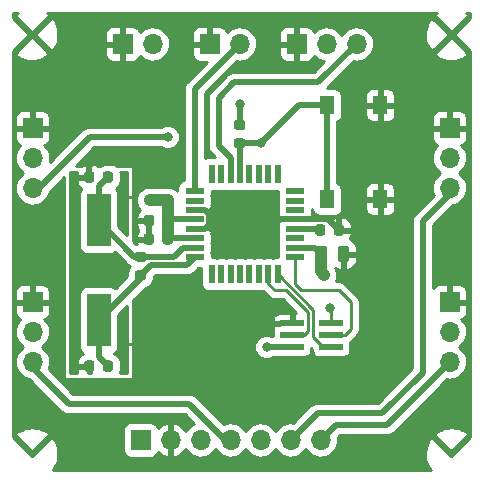
<source format=gbr>
%TF.GenerationSoftware,KiCad,Pcbnew,(5.99.0-2358-g6d8fb94d8)*%
%TF.CreationDate,2020-07-27T20:35:16+08:00*%
%TF.ProjectId,POWER_BOARD_v2b,504f5745-525f-4424-9f41-52445f763262,rev?*%
%TF.SameCoordinates,Original*%
%TF.FileFunction,Copper,L1,Top*%
%TF.FilePolarity,Positive*%
%FSLAX46Y46*%
G04 Gerber Fmt 4.6, Leading zero omitted, Abs format (unit mm)*
G04 Created by KiCad (PCBNEW (5.99.0-2358-g6d8fb94d8)) date 2020-07-27 20:35:16*
%MOMM*%
%LPD*%
G01*
G04 APERTURE LIST*
%TA.AperFunction,ComponentPad*%
%ADD10O,1.700000X1.700000*%
%TD*%
%TA.AperFunction,ComponentPad*%
%ADD11R,1.700000X1.700000*%
%TD*%
%TA.AperFunction,SMDPad,CuDef*%
%ADD12R,2.000000X0.500000*%
%TD*%
%TA.AperFunction,SMDPad,CuDef*%
%ADD13R,2.000000X4.500000*%
%TD*%
%TA.AperFunction,SMDPad,CuDef*%
%ADD14R,0.550000X1.600000*%
%TD*%
%TA.AperFunction,SMDPad,CuDef*%
%ADD15R,1.600000X0.550000*%
%TD*%
%TA.AperFunction,SMDPad,CuDef*%
%ADD16R,1.300000X1.550000*%
%TD*%
%TA.AperFunction,ViaPad*%
%ADD17C,0.800000*%
%TD*%
%TA.AperFunction,Conductor*%
%ADD18C,0.250000*%
%TD*%
%TA.AperFunction,Conductor*%
%ADD19C,1.000000*%
%TD*%
%TA.AperFunction,Conductor*%
%ADD20C,0.500000*%
%TD*%
%TA.AperFunction,Conductor*%
%ADD21C,0.254000*%
%TD*%
G04 APERTURE END LIST*
%TO.P,R2,2*%
%TO.N,RESET*%
%TA.AperFunction,SMDPad,CuDef*%
G36*
G01*
X79555750Y-61272000D02*
X80068250Y-61272000D01*
G75*
G02*
X80287000Y-61490750I0J-218750D01*
G01*
X80287000Y-61928250D01*
G75*
G02*
X80068250Y-62147000I-218750J0D01*
G01*
X79555750Y-62147000D01*
G75*
G02*
X79337000Y-61928250I0J218750D01*
G01*
X79337000Y-61490750D01*
G75*
G02*
X79555750Y-61272000I218750J0D01*
G01*
G37*
%TD.AperFunction*%
%TO.P,R2,1*%
%TO.N,+5V*%
%TA.AperFunction,SMDPad,CuDef*%
G36*
G01*
X79555750Y-59697000D02*
X80068250Y-59697000D01*
G75*
G02*
X80287000Y-59915750I0J-218750D01*
G01*
X80287000Y-60353250D01*
G75*
G02*
X80068250Y-60572000I-218750J0D01*
G01*
X79555750Y-60572000D01*
G75*
G02*
X79337000Y-60353250I0J218750D01*
G01*
X79337000Y-59915750D01*
G75*
G02*
X79555750Y-59697000I218750J0D01*
G01*
G37*
%TD.AperFunction*%
%TD*%
%TO.P,R1,2*%
%TO.N,XTAL2*%
%TA.AperFunction,SMDPad,CuDef*%
G36*
G01*
X71173750Y-72448000D02*
X71686250Y-72448000D01*
G75*
G02*
X71905000Y-72666750I0J-218750D01*
G01*
X71905000Y-73104250D01*
G75*
G02*
X71686250Y-73323000I-218750J0D01*
G01*
X71173750Y-73323000D01*
G75*
G02*
X70955000Y-73104250I0J218750D01*
G01*
X70955000Y-72666750D01*
G75*
G02*
X71173750Y-72448000I218750J0D01*
G01*
G37*
%TD.AperFunction*%
%TO.P,R1,1*%
%TO.N,XTAL1*%
%TA.AperFunction,SMDPad,CuDef*%
G36*
G01*
X71173750Y-70873000D02*
X71686250Y-70873000D01*
G75*
G02*
X71905000Y-71091750I0J-218750D01*
G01*
X71905000Y-71529250D01*
G75*
G02*
X71686250Y-71748000I-218750J0D01*
G01*
X71173750Y-71748000D01*
G75*
G02*
X70955000Y-71529250I0J218750D01*
G01*
X70955000Y-71091750D01*
G75*
G02*
X71173750Y-70873000I218750J0D01*
G01*
G37*
%TD.AperFunction*%
%TD*%
D10*
%TO.P,J8,2,Pin_2*%
%TO.N,VCC*%
X72446000Y-53302000D03*
D11*
%TO.P,J8,1,Pin_1*%
%TO.N,GND*%
X69906000Y-53302000D03*
%TD*%
D10*
%TO.P,J7,2,Pin_2*%
%TO.N,PPM*%
X79812000Y-53302000D03*
D11*
%TO.P,J7,1,Pin_1*%
%TO.N,GND*%
X77272000Y-53302000D03*
%TD*%
D10*
%TO.P,J6,3,Pin_3*%
%TO.N,SBUS*%
X89718000Y-53302000D03*
%TO.P,J6,2,Pin_2*%
%TO.N,+5V*%
X87178000Y-53302000D03*
D11*
%TO.P,J6,1,Pin_1*%
%TO.N,GND*%
X84638000Y-53302000D03*
%TD*%
D10*
%TO.P,J5,7,Pin_7*%
%TO.N,/S4*%
X86670000Y-86830000D03*
%TO.P,J5,6,Pin_6*%
%TO.N,/S3*%
X84130000Y-86830000D03*
%TO.P,J5,5,Pin_5*%
%TO.N,/S2*%
X81590000Y-86830000D03*
%TO.P,J5,4,Pin_4*%
%TO.N,/S1*%
X79050000Y-86830000D03*
%TO.P,J5,3,Pin_3*%
%TO.N,+5V*%
X76510000Y-86830000D03*
%TO.P,J5,2,Pin_2*%
%TO.N,GND*%
X73970000Y-86830000D03*
D11*
%TO.P,J5,1,Pin_1*%
%TO.N,VCC*%
X71430000Y-86830000D03*
%TD*%
D12*
%TO.P,J13,6,Pin_6*%
%TO.N,GND*%
X84258000Y-76940000D03*
%TO.P,J13,5,Pin_5*%
%TO.N,RESET*%
X87558000Y-76940000D03*
%TO.P,J13,4,Pin_4*%
%TO.N,MOSI*%
X84258000Y-77940000D03*
%TO.P,J13,3,Pin_3*%
%TO.N,SCK*%
X87558000Y-77940000D03*
%TO.P,J13,2,Pin_2*%
%TO.N,+5V*%
X84258000Y-78940000D03*
%TO.P,J13,1,Pin_1*%
%TO.N,MISO*%
X87558000Y-78940000D03*
%TD*%
D13*
%TO.P,Y1,2,2*%
%TO.N,XTAL2*%
X67874000Y-76691250D03*
%TO.P,Y1,1,1*%
%TO.N,XTAL1*%
X67874000Y-68191250D03*
%TD*%
D14*
%TO.P,U1,32,PD2*%
%TO.N,Net-(U1-Pad32)*%
X77450000Y-64300000D03*
%TO.P,U1,31,PD1*%
%TO.N,Net-(U1-Pad31)*%
X78250000Y-64300000D03*
%TO.P,U1,30,PD0*%
%TO.N,SBUS*%
X79050000Y-64300000D03*
%TO.P,U1,29,~RESET~/PC6*%
%TO.N,RESET*%
X79850000Y-64300000D03*
%TO.P,U1,28,PC5*%
%TO.N,Net-(U1-Pad28)*%
X80650000Y-64300000D03*
%TO.P,U1,27,PC4*%
%TO.N,Net-(U1-Pad27)*%
X81450000Y-64300000D03*
%TO.P,U1,26,PC3*%
%TO.N,Net-(U1-Pad26)*%
X82250000Y-64300000D03*
%TO.P,U1,25,PC2*%
%TO.N,Net-(U1-Pad25)*%
X83050000Y-64300000D03*
D15*
%TO.P,U1,24,PC1*%
%TO.N,Net-(U1-Pad24)*%
X84500000Y-65750000D03*
%TO.P,U1,23,PC0*%
%TO.N,Net-(U1-Pad23)*%
X84500000Y-66550000D03*
%TO.P,U1,22,ADC7*%
%TO.N,Net-(U1-Pad22)*%
X84500000Y-67350000D03*
%TO.P,U1,21,GND*%
%TO.N,GND*%
X84500000Y-68150000D03*
%TO.P,U1,20,AREF*%
%TO.N,Net-(C6-Pad1)*%
X84500000Y-68950000D03*
%TO.P,U1,19,ADC6*%
%TO.N,Net-(U1-Pad19)*%
X84500000Y-69750000D03*
%TO.P,U1,18,AVCC*%
%TO.N,+5V*%
X84500000Y-70550000D03*
%TO.P,U1,17,PB5*%
%TO.N,SCK*%
X84500000Y-71350000D03*
D14*
%TO.P,U1,16,PB4*%
%TO.N,MISO*%
X83050000Y-72800000D03*
%TO.P,U1,15,PB3*%
%TO.N,MOSI*%
X82250000Y-72800000D03*
%TO.P,U1,14,PB2*%
%TO.N,SS*%
X81450000Y-72800000D03*
%TO.P,U1,13,PB1*%
%TO.N,Net-(U1-Pad13)*%
X80650000Y-72800000D03*
%TO.P,U1,12,PB0*%
%TO.N,Net-(U1-Pad12)*%
X79850000Y-72800000D03*
%TO.P,U1,11,PD7*%
%TO.N,Net-(U1-Pad11)*%
X79050000Y-72800000D03*
%TO.P,U1,10,PD6*%
%TO.N,Net-(U1-Pad10)*%
X78250000Y-72800000D03*
%TO.P,U1,9,PD5*%
%TO.N,Net-(U1-Pad9)*%
X77450000Y-72800000D03*
D15*
%TO.P,U1,8,XTAL2/PB7*%
%TO.N,XTAL2*%
X76000000Y-71350000D03*
%TO.P,U1,7,XTAL1/PB6*%
%TO.N,XTAL1*%
X76000000Y-70550000D03*
%TO.P,U1,6,VCC*%
%TO.N,+5V*%
X76000000Y-69750000D03*
%TO.P,U1,5,GND*%
%TO.N,GND*%
X76000000Y-68950000D03*
%TO.P,U1,4,VCC*%
%TO.N,+5V*%
X76000000Y-68150000D03*
%TO.P,U1,3,GND*%
%TO.N,GND*%
X76000000Y-67350000D03*
%TO.P,U1,2,PD4*%
%TO.N,Net-(U1-Pad2)*%
X76000000Y-66550000D03*
%TO.P,U1,1,PD3*%
%TO.N,PPM*%
X76000000Y-65750000D03*
%TD*%
D16*
%TO.P,SW1,2,2*%
%TO.N,RESET*%
X87214000Y-66426000D03*
%TO.P,SW1,1,1*%
%TO.N,GND*%
X91714000Y-66426000D03*
X91714000Y-58466000D03*
%TO.P,SW1,2,2*%
%TO.N,RESET*%
X87214000Y-58466000D03*
%TD*%
D10*
%TO.P,J4,3,Pin_3*%
%TO.N,/S1*%
X62286000Y-80226000D03*
%TO.P,J4,2,Pin_2*%
%TO.N,+5V*%
X62286000Y-77686000D03*
D11*
%TO.P,J4,1,Pin_1*%
%TO.N,GND*%
X62286000Y-75146000D03*
%TD*%
D10*
%TO.P,J3,3,Pin_3*%
%TO.N,/S2*%
X62286000Y-65494000D03*
%TO.P,J3,2,Pin_2*%
%TO.N,+5V*%
X62286000Y-62954000D03*
D11*
%TO.P,J3,1,Pin_1*%
%TO.N,GND*%
X62286000Y-60414000D03*
%TD*%
D10*
%TO.P,J2,3,Pin_3*%
%TO.N,/S3*%
X97592000Y-65494000D03*
%TO.P,J2,2,Pin_2*%
%TO.N,+5V*%
X97592000Y-62954000D03*
D11*
%TO.P,J2,1,Pin_1*%
%TO.N,GND*%
X97592000Y-60414000D03*
%TD*%
D10*
%TO.P,J1,3,Pin_3*%
%TO.N,/S4*%
X97592000Y-80226000D03*
%TO.P,J1,2,Pin_2*%
%TO.N,+5V*%
X97592000Y-77686000D03*
D11*
%TO.P,J1,1,Pin_1*%
%TO.N,GND*%
X97592000Y-75146000D03*
%TD*%
%TO.P,C6,2*%
%TO.N,GND*%
%TA.AperFunction,SMDPad,CuDef*%
G36*
G01*
X87782000Y-69306250D02*
X87782000Y-68793750D01*
G75*
G02*
X88000750Y-68575000I218750J0D01*
G01*
X88438250Y-68575000D01*
G75*
G02*
X88657000Y-68793750I0J-218750D01*
G01*
X88657000Y-69306250D01*
G75*
G02*
X88438250Y-69525000I-218750J0D01*
G01*
X88000750Y-69525000D01*
G75*
G02*
X87782000Y-69306250I0J218750D01*
G01*
G37*
%TD.AperFunction*%
%TO.P,C6,1*%
%TO.N,Net-(C6-Pad1)*%
%TA.AperFunction,SMDPad,CuDef*%
G36*
G01*
X86207000Y-69306250D02*
X86207000Y-68793750D01*
G75*
G02*
X86425750Y-68575000I218750J0D01*
G01*
X86863250Y-68575000D01*
G75*
G02*
X87082000Y-68793750I0J-218750D01*
G01*
X87082000Y-69306250D01*
G75*
G02*
X86863250Y-69525000I-218750J0D01*
G01*
X86425750Y-69525000D01*
G75*
G02*
X86207000Y-69306250I0J218750D01*
G01*
G37*
%TD.AperFunction*%
%TD*%
%TO.P,C5,2*%
%TO.N,+5V*%
%TA.AperFunction,SMDPad,CuDef*%
G36*
G01*
X73278500Y-68506250D02*
X73278500Y-67993750D01*
G75*
G02*
X73497250Y-67775000I218750J0D01*
G01*
X73934750Y-67775000D01*
G75*
G02*
X74153500Y-67993750I0J-218750D01*
G01*
X74153500Y-68506250D01*
G75*
G02*
X73934750Y-68725000I-218750J0D01*
G01*
X73497250Y-68725000D01*
G75*
G02*
X73278500Y-68506250I0J218750D01*
G01*
G37*
%TD.AperFunction*%
%TO.P,C5,1*%
%TO.N,GND*%
%TA.AperFunction,SMDPad,CuDef*%
G36*
G01*
X71703500Y-68506250D02*
X71703500Y-67993750D01*
G75*
G02*
X71922250Y-67775000I218750J0D01*
G01*
X72359750Y-67775000D01*
G75*
G02*
X72578500Y-67993750I0J-218750D01*
G01*
X72578500Y-68506250D01*
G75*
G02*
X72359750Y-68725000I-218750J0D01*
G01*
X71922250Y-68725000D01*
G75*
G02*
X71703500Y-68506250I0J218750D01*
G01*
G37*
%TD.AperFunction*%
%TD*%
%TO.P,C4,2*%
%TO.N,XTAL2*%
%TA.AperFunction,SMDPad,CuDef*%
G36*
G01*
X68224000Y-80825500D02*
X68224000Y-80313000D01*
G75*
G02*
X68442750Y-80094250I218750J0D01*
G01*
X68880250Y-80094250D01*
G75*
G02*
X69099000Y-80313000I0J-218750D01*
G01*
X69099000Y-80825500D01*
G75*
G02*
X68880250Y-81044250I-218750J0D01*
G01*
X68442750Y-81044250D01*
G75*
G02*
X68224000Y-80825500I0J218750D01*
G01*
G37*
%TD.AperFunction*%
%TO.P,C4,1*%
%TO.N,GND*%
%TA.AperFunction,SMDPad,CuDef*%
G36*
G01*
X66649000Y-80825500D02*
X66649000Y-80313000D01*
G75*
G02*
X66867750Y-80094250I218750J0D01*
G01*
X67305250Y-80094250D01*
G75*
G02*
X67524000Y-80313000I0J-218750D01*
G01*
X67524000Y-80825500D01*
G75*
G02*
X67305250Y-81044250I-218750J0D01*
G01*
X66867750Y-81044250D01*
G75*
G02*
X66649000Y-80825500I0J218750D01*
G01*
G37*
%TD.AperFunction*%
%TD*%
%TO.P,C3,2*%
%TO.N,+5V*%
%TA.AperFunction,SMDPad,CuDef*%
G36*
G01*
X73278500Y-70068250D02*
X73278500Y-69555750D01*
G75*
G02*
X73497250Y-69337000I218750J0D01*
G01*
X73934750Y-69337000D01*
G75*
G02*
X74153500Y-69555750I0J-218750D01*
G01*
X74153500Y-70068250D01*
G75*
G02*
X73934750Y-70287000I-218750J0D01*
G01*
X73497250Y-70287000D01*
G75*
G02*
X73278500Y-70068250I0J218750D01*
G01*
G37*
%TD.AperFunction*%
%TO.P,C3,1*%
%TO.N,GND*%
%TA.AperFunction,SMDPad,CuDef*%
G36*
G01*
X71703500Y-70068250D02*
X71703500Y-69555750D01*
G75*
G02*
X71922250Y-69337000I218750J0D01*
G01*
X72359750Y-69337000D01*
G75*
G02*
X72578500Y-69555750I0J-218750D01*
G01*
X72578500Y-70068250D01*
G75*
G02*
X72359750Y-70287000I-218750J0D01*
G01*
X71922250Y-70287000D01*
G75*
G02*
X71703500Y-70068250I0J218750D01*
G01*
G37*
%TD.AperFunction*%
%TD*%
%TO.P,C2,2*%
%TO.N,XTAL1*%
%TA.AperFunction,SMDPad,CuDef*%
G36*
G01*
X68224000Y-64823500D02*
X68224000Y-64311000D01*
G75*
G02*
X68442750Y-64092250I218750J0D01*
G01*
X68880250Y-64092250D01*
G75*
G02*
X69099000Y-64311000I0J-218750D01*
G01*
X69099000Y-64823500D01*
G75*
G02*
X68880250Y-65042250I-218750J0D01*
G01*
X68442750Y-65042250D01*
G75*
G02*
X68224000Y-64823500I0J218750D01*
G01*
G37*
%TD.AperFunction*%
%TO.P,C2,1*%
%TO.N,GND*%
%TA.AperFunction,SMDPad,CuDef*%
G36*
G01*
X66649000Y-64823500D02*
X66649000Y-64311000D01*
G75*
G02*
X66867750Y-64092250I218750J0D01*
G01*
X67305250Y-64092250D01*
G75*
G02*
X67524000Y-64311000I0J-218750D01*
G01*
X67524000Y-64823500D01*
G75*
G02*
X67305250Y-65042250I-218750J0D01*
G01*
X66867750Y-65042250D01*
G75*
G02*
X66649000Y-64823500I0J218750D01*
G01*
G37*
%TD.AperFunction*%
%TD*%
%TO.P,C1,2*%
%TO.N,+5V*%
%TA.AperFunction,SMDPad,CuDef*%
G36*
G01*
X87236000Y-70625750D02*
X87236000Y-71538250D01*
G75*
G02*
X86992250Y-71782000I-243750J0D01*
G01*
X86504750Y-71782000D01*
G75*
G02*
X86261000Y-71538250I0J243750D01*
G01*
X86261000Y-70625750D01*
G75*
G02*
X86504750Y-70382000I243750J0D01*
G01*
X86992250Y-70382000D01*
G75*
G02*
X87236000Y-70625750I0J-243750D01*
G01*
G37*
%TD.AperFunction*%
%TO.P,C1,1*%
%TO.N,GND*%
%TA.AperFunction,SMDPad,CuDef*%
G36*
G01*
X89111000Y-70625750D02*
X89111000Y-71538250D01*
G75*
G02*
X88867250Y-71782000I-243750J0D01*
G01*
X88379750Y-71782000D01*
G75*
G02*
X88136000Y-71538250I0J243750D01*
G01*
X88136000Y-70625750D01*
G75*
G02*
X88379750Y-70382000I243750J0D01*
G01*
X88867250Y-70382000D01*
G75*
G02*
X89111000Y-70625750I0J-243750D01*
G01*
G37*
%TD.AperFunction*%
%TD*%
D17*
%TO.N,+5V*%
X72192000Y-66510000D03*
%TO.N,RESET*%
X87432000Y-75654000D03*
X81590000Y-61684000D03*
%TO.N,+5V*%
X79812000Y-58382000D03*
X86924000Y-72860000D03*
X73716000Y-66510000D03*
%TO.N,/S2*%
X73716000Y-61176000D03*
%TO.N,+5V*%
X82098000Y-78956000D03*
%TD*%
D18*
%TO.N,GND*%
X70160000Y-66256000D02*
X70922000Y-66256000D01*
X70160000Y-78702000D02*
X70922000Y-78702000D01*
D19*
%TO.N,+5V*%
X73716000Y-66510000D02*
X72192000Y-66510000D01*
D20*
%TO.N,/S3*%
X91877000Y-84544000D02*
X95306000Y-81115000D01*
X95306000Y-68288000D02*
X97592000Y-66002000D01*
X86416000Y-84544000D02*
X91877000Y-84544000D01*
X95306000Y-81115000D02*
X95306000Y-68288000D01*
X84130000Y-86830000D02*
X86416000Y-84544000D01*
%TO.N,/S1*%
X79050000Y-86830000D02*
X78601776Y-86830000D01*
X78601776Y-86830000D02*
X75553776Y-83782000D01*
X62286000Y-80226000D02*
X62286000Y-80734000D01*
X62286000Y-80734000D02*
X65334000Y-83782000D01*
%TO.N,/S2*%
X62286000Y-65494000D02*
X62794000Y-65494000D01*
X62794000Y-65494000D02*
X67112000Y-61176000D01*
X67112000Y-61176000D02*
X73716000Y-61176000D01*
%TO.N,SBUS*%
X79050000Y-64300000D02*
X79050000Y-62942002D01*
X79050000Y-62942002D02*
X78034000Y-61926002D01*
X78034000Y-61926002D02*
X78034000Y-57874000D01*
X78034000Y-57874000D02*
X79369999Y-56538001D01*
X79369999Y-56538001D02*
X86481999Y-56538001D01*
X86481999Y-56538001D02*
X89718000Y-53302000D01*
%TO.N,RESET*%
X87214000Y-58466000D02*
X84808000Y-58466000D01*
X84808000Y-58466000D02*
X81590000Y-61684000D01*
D18*
%TO.N,SCK*%
X84500000Y-71350000D02*
X84500000Y-73613590D01*
X84500000Y-73613590D02*
X85016410Y-74130000D01*
X85016410Y-74130000D02*
X88194000Y-74130000D01*
X88194000Y-74130000D02*
X89210000Y-75146000D01*
X89210000Y-75146000D02*
X89210000Y-77432000D01*
X89210000Y-77432000D02*
X88702000Y-77940000D01*
X88702000Y-77940000D02*
X87558000Y-77940000D01*
%TO.N,RESET*%
X87432000Y-75654000D02*
X87558000Y-75780000D01*
X87558000Y-75780000D02*
X87558000Y-76940000D01*
D20*
X81590000Y-61684000D02*
X81056500Y-61709500D01*
X81056500Y-61709500D02*
X79812000Y-61709500D01*
%TO.N,+5V*%
X79812000Y-60134500D02*
X79812000Y-58382000D01*
D19*
X86924000Y-72860000D02*
X86748500Y-72527500D01*
X86748500Y-72527500D02*
X86748500Y-71082000D01*
X73716000Y-68250000D02*
X73716000Y-66510000D01*
D20*
%TO.N,XTAL2*%
X72304990Y-72010510D02*
X71430000Y-72885500D01*
X75339490Y-72010510D02*
X72304990Y-72010510D01*
X76000000Y-71350000D02*
X75339490Y-72010510D01*
%TO.N,XTAL1*%
X67874000Y-68288000D02*
X67874000Y-68191250D01*
X70896500Y-71310500D02*
X67874000Y-68288000D01*
X71430000Y-71310500D02*
X70896500Y-71310500D01*
%TO.N,XTAL2*%
X67874000Y-76691250D02*
X67874000Y-76670000D01*
X67874000Y-76670000D02*
X71430000Y-73114000D01*
X71430000Y-73114000D02*
X71430000Y-72885500D01*
%TO.N,XTAL1*%
X76000000Y-70550000D02*
X75010000Y-70550000D01*
X75010000Y-70550000D02*
X74249500Y-71310500D01*
X74249500Y-71310500D02*
X71430000Y-71310500D01*
%TO.N,RESET*%
X79850000Y-64300000D02*
X79850000Y-61747500D01*
X79850000Y-61747500D02*
X79812000Y-61709500D01*
%TO.N,XTAL1*%
X67874000Y-68191250D02*
X67874000Y-68516500D01*
%TO.N,GND*%
X76000000Y-67350000D02*
X76911412Y-67350000D01*
X76911412Y-67350000D02*
X77250010Y-67688598D01*
%TO.N,/S4*%
X86670000Y-86830000D02*
X87940000Y-85560000D01*
X87940000Y-85560000D02*
X92258000Y-85560000D01*
X92258000Y-85560000D02*
X97592000Y-80226000D01*
%TO.N,XTAL2*%
X67874000Y-76691250D02*
X67874000Y-74892000D01*
%TO.N,GND*%
X67086500Y-64567250D02*
X67086500Y-62979500D01*
%TO.N,+5V*%
X73816000Y-68150000D02*
X76000000Y-68150000D01*
%TO.N,PPM*%
X76000000Y-65750000D02*
X76000000Y-57114000D01*
X76000000Y-57114000D02*
X79812000Y-53302000D01*
%TO.N,GND*%
X84500000Y-68150000D02*
X77711412Y-68150000D01*
X77711412Y-68150000D02*
X77250010Y-68611402D01*
X77250010Y-67688598D02*
X77250010Y-68611402D01*
X77250010Y-68611402D02*
X76911412Y-68950000D01*
X76911412Y-68950000D02*
X76000000Y-68950000D01*
X84525010Y-68124990D02*
X87294490Y-68124990D01*
X87294490Y-68124990D02*
X88219500Y-69050000D01*
%TO.N,/S1*%
X75553776Y-83782000D02*
X65334000Y-83782000D01*
%TO.N,RESET*%
X87214000Y-58466000D02*
X87214000Y-66426000D01*
D18*
%TO.N,MOSI*%
X82250000Y-72800000D02*
X82250000Y-73600000D01*
X82250000Y-73600000D02*
X82809595Y-74159595D01*
X82809595Y-74159595D02*
X83773185Y-74159595D01*
X85258000Y-77940000D02*
X84258000Y-77940000D01*
X83773185Y-74159595D02*
X85583010Y-75969420D01*
X85583010Y-75969420D02*
X85583010Y-77614990D01*
X85583010Y-77614990D02*
X85258000Y-77940000D01*
%TO.N,MISO*%
X83050000Y-72800000D02*
X86033020Y-75783020D01*
X86033020Y-75783020D02*
X86033020Y-78124654D01*
X86033020Y-78124654D02*
X86848366Y-78940000D01*
D20*
%TO.N,+5V*%
X84258000Y-78940000D02*
X82114000Y-78940000D01*
X82114000Y-78940000D02*
X82098000Y-78956000D01*
%TO.N,XTAL2*%
X67874000Y-76691250D02*
X67874000Y-79781750D01*
X67874000Y-79781750D02*
X68661500Y-80569250D01*
%TO.N,XTAL1*%
X67874000Y-68191250D02*
X67874000Y-65354750D01*
X67874000Y-65354750D02*
X68661500Y-64567250D01*
D19*
%TO.N,+5V*%
X73716000Y-69812000D02*
X73716000Y-68250000D01*
D20*
X84500000Y-70550000D02*
X86216500Y-70550000D01*
X86216500Y-70550000D02*
X86748500Y-71082000D01*
%TO.N,Net-(C6-Pad1)*%
X84500000Y-68950000D02*
X86544500Y-68950000D01*
%TO.N,+5V*%
X76000000Y-69750000D02*
X73778000Y-69750000D01*
%TD*%
%TO.N,GND*%
D21*
X60827115Y-50768315D02*
X60816645Y-50885626D01*
X62197809Y-52266790D01*
X62302191Y-52266790D01*
X63682243Y-50886738D01*
X63672455Y-50770174D01*
X63480842Y-50634000D01*
X96520369Y-50634000D01*
X96327115Y-50768315D01*
X96316645Y-50885626D01*
X97697809Y-52266790D01*
X97802191Y-52266790D01*
X99182243Y-50886738D01*
X99172455Y-50770174D01*
X98980842Y-50634000D01*
X99366000Y-50634000D01*
X99366000Y-51071213D01*
X99360114Y-51070905D01*
X97983210Y-52447809D01*
X97983210Y-52552191D01*
X99360388Y-53929369D01*
X99366000Y-53929134D01*
X99366001Y-86571214D01*
X99360114Y-86570905D01*
X97750000Y-88181020D01*
X96139831Y-86570850D01*
X96028547Y-86576098D01*
X95934309Y-86690011D01*
X95929302Y-86696979D01*
X95773323Y-86948549D01*
X95769308Y-86956131D01*
X95648912Y-87226543D01*
X95645964Y-87234601D01*
X95563382Y-87518850D01*
X95561554Y-87527233D01*
X95518313Y-87820059D01*
X95517640Y-87828613D01*
X95514541Y-88124598D01*
X95515035Y-88133164D01*
X95552133Y-88426832D01*
X95553785Y-88435252D01*
X95630397Y-88721168D01*
X95633176Y-88729285D01*
X95747881Y-89002159D01*
X95751736Y-89009824D01*
X95902413Y-89264606D01*
X95907273Y-89271677D01*
X95982032Y-89366000D01*
X64020547Y-89366000D01*
X64051873Y-89328930D01*
X64056953Y-89322015D01*
X64215559Y-89072093D01*
X64219653Y-89064553D01*
X64342873Y-88795417D01*
X64345905Y-88787391D01*
X64431459Y-88504022D01*
X64433375Y-88495659D01*
X64479731Y-88202974D01*
X64480505Y-88193766D01*
X64484073Y-87852988D01*
X64483493Y-87843766D01*
X64443276Y-87550176D01*
X64441536Y-87541774D01*
X64361936Y-87256675D01*
X64359072Y-87248588D01*
X64241515Y-86976930D01*
X64237580Y-86969306D01*
X64084243Y-86716116D01*
X64079309Y-86709096D01*
X63972158Y-86576777D01*
X63860114Y-86570905D01*
X62250000Y-88181020D01*
X60639831Y-86570850D01*
X60634000Y-86571125D01*
X60634000Y-86385626D01*
X60816645Y-86385626D01*
X62197809Y-87766790D01*
X62302191Y-87766790D01*
X63682243Y-86386738D01*
X63672455Y-86270174D01*
X63423493Y-86093244D01*
X63416177Y-86088761D01*
X63197614Y-85974499D01*
X69938163Y-85974499D01*
X69938163Y-87688258D01*
X69940319Y-87704634D01*
X70015137Y-87983859D01*
X70027880Y-88008339D01*
X70158990Y-88164590D01*
X70175879Y-88178761D01*
X70350120Y-88279359D01*
X70370837Y-88286900D01*
X70563538Y-88320878D01*
X70574499Y-88321837D01*
X72288258Y-88321837D01*
X72304634Y-88319681D01*
X72583859Y-88244863D01*
X72608339Y-88232120D01*
X72764590Y-88101010D01*
X72778761Y-88084121D01*
X72879359Y-87909880D01*
X72886900Y-87889163D01*
X72893525Y-87851593D01*
X72968798Y-87932032D01*
X72976722Y-87939180D01*
X73168792Y-88084968D01*
X73177808Y-88090679D01*
X73391696Y-88202021D01*
X73401545Y-88206131D01*
X73631134Y-88279845D01*
X73641535Y-88282236D01*
X73755162Y-88298407D01*
X73842000Y-88223052D01*
X73842001Y-87031808D01*
X73842000Y-87031807D01*
X73842001Y-85436201D01*
X73756981Y-85360982D01*
X73669474Y-85371726D01*
X73659030Y-85373918D01*
X73428068Y-85443210D01*
X73418142Y-85447130D01*
X73202155Y-85554346D01*
X73193032Y-85559882D01*
X72998199Y-85701957D01*
X72990138Y-85708952D01*
X72883137Y-85818983D01*
X72844863Y-85676142D01*
X72832120Y-85651662D01*
X72701010Y-85495410D01*
X72684121Y-85481239D01*
X72509880Y-85380641D01*
X72489163Y-85373100D01*
X72296462Y-85339122D01*
X72285501Y-85338163D01*
X70571742Y-85338163D01*
X70555366Y-85340319D01*
X70276142Y-85415137D01*
X70251662Y-85427880D01*
X70095410Y-85558990D01*
X70081239Y-85575879D01*
X69980641Y-85750120D01*
X69973100Y-85770837D01*
X69939122Y-85963538D01*
X69938163Y-85974499D01*
X63197614Y-85974499D01*
X63153859Y-85951625D01*
X63146003Y-85948176D01*
X62867500Y-85847909D01*
X62859248Y-85845558D01*
X62569715Y-85784016D01*
X62561220Y-85782807D01*
X62266013Y-85761128D01*
X62257433Y-85761083D01*
X61962015Y-85779669D01*
X61953508Y-85780789D01*
X61663346Y-85839297D01*
X61655070Y-85841561D01*
X61375533Y-85938905D01*
X61367641Y-85942272D01*
X61103901Y-86076654D01*
X61096539Y-86081060D01*
X60827115Y-86268315D01*
X60816645Y-86385626D01*
X60634000Y-86385626D01*
X60634000Y-75347809D01*
X60794163Y-75347809D01*
X60794163Y-76004258D01*
X60796319Y-76020634D01*
X60871137Y-76299859D01*
X60883880Y-76324339D01*
X61014990Y-76480590D01*
X61031879Y-76494761D01*
X61206120Y-76595359D01*
X61226837Y-76602900D01*
X61263029Y-76609282D01*
X61138029Y-76737822D01*
X61131263Y-76746074D01*
X60994683Y-76944798D01*
X60989403Y-76954073D01*
X60888260Y-77172968D01*
X60884618Y-77183000D01*
X60821802Y-77415807D01*
X60819903Y-77426309D01*
X60797211Y-77666372D01*
X60797109Y-77677043D01*
X60815188Y-77917497D01*
X60816885Y-77928034D01*
X60875221Y-78162005D01*
X60878669Y-78172104D01*
X60975591Y-78392900D01*
X60980692Y-78402275D01*
X61113430Y-78603584D01*
X61120038Y-78611965D01*
X61284798Y-78788032D01*
X61292722Y-78795180D01*
X61484792Y-78940968D01*
X61493808Y-78946679D01*
X61510166Y-78955194D01*
X61509032Y-78955882D01*
X61314199Y-79097957D01*
X61306138Y-79104952D01*
X61138029Y-79277822D01*
X61131263Y-79286074D01*
X60994683Y-79484798D01*
X60989403Y-79494073D01*
X60888260Y-79712968D01*
X60884618Y-79723000D01*
X60821802Y-79955807D01*
X60819903Y-79966309D01*
X60797211Y-80206372D01*
X60797109Y-80217043D01*
X60815188Y-80457497D01*
X60816885Y-80468034D01*
X60875221Y-80702005D01*
X60878669Y-80712104D01*
X60975591Y-80932900D01*
X60980692Y-80942275D01*
X61113430Y-81143584D01*
X61120038Y-81151965D01*
X61284798Y-81328032D01*
X61292722Y-81335180D01*
X61484792Y-81480968D01*
X61493808Y-81486679D01*
X61707696Y-81598021D01*
X61717545Y-81602131D01*
X61947134Y-81675844D01*
X61957534Y-81678236D01*
X61980515Y-81681507D01*
X64637311Y-84338304D01*
X64647507Y-84354463D01*
X64659143Y-84368135D01*
X64727607Y-84428600D01*
X64749259Y-84450253D01*
X64756033Y-84456126D01*
X64774138Y-84469695D01*
X64835772Y-84524128D01*
X64850777Y-84533985D01*
X64875255Y-84545477D01*
X64896896Y-84561696D01*
X64912643Y-84570317D01*
X64989648Y-84599184D01*
X65064265Y-84634217D01*
X65081820Y-84639526D01*
X65107494Y-84643363D01*
X65133298Y-84653036D01*
X65150832Y-84656891D01*
X65244679Y-84663865D01*
X65267709Y-84667307D01*
X65277034Y-84668000D01*
X65300319Y-84668000D01*
X65385836Y-84674356D01*
X65403748Y-84673135D01*
X65427803Y-84668000D01*
X75186784Y-84668000D01*
X75963713Y-85444930D01*
X75958142Y-85447130D01*
X75742155Y-85554346D01*
X75733032Y-85559882D01*
X75538199Y-85701957D01*
X75530138Y-85708952D01*
X75362029Y-85881822D01*
X75355263Y-85890074D01*
X75239229Y-86058903D01*
X75208067Y-86002916D01*
X75202107Y-85994064D01*
X75051013Y-85806140D01*
X75043647Y-85798417D01*
X74863049Y-85638638D01*
X74854486Y-85632267D01*
X74649549Y-85505202D01*
X74640036Y-85500365D01*
X74416619Y-85409645D01*
X74406427Y-85406480D01*
X74192096Y-85359356D01*
X74098000Y-85435011D01*
X74097999Y-86628192D01*
X74098000Y-86628193D01*
X74097999Y-88223748D01*
X74190217Y-88299362D01*
X74379019Y-88261636D01*
X74389270Y-88258667D01*
X74614387Y-88172253D01*
X74623991Y-88167600D01*
X74831330Y-88044491D01*
X74840012Y-88038286D01*
X75023645Y-87882004D01*
X75031158Y-87874424D01*
X75185833Y-87689435D01*
X75191962Y-87680698D01*
X75239486Y-87599043D01*
X75337430Y-87747584D01*
X75344038Y-87755965D01*
X75508798Y-87932032D01*
X75516722Y-87939180D01*
X75708792Y-88084968D01*
X75717808Y-88090679D01*
X75931696Y-88202021D01*
X75941545Y-88206131D01*
X76171134Y-88279844D01*
X76181535Y-88282236D01*
X76420262Y-88316212D01*
X76430917Y-88316817D01*
X76671956Y-88310084D01*
X76682561Y-88308885D01*
X76919019Y-88261636D01*
X76929270Y-88258667D01*
X77154387Y-88172253D01*
X77163991Y-88167600D01*
X77371330Y-88044491D01*
X77380012Y-88038286D01*
X77563645Y-87882004D01*
X77571158Y-87874424D01*
X77725833Y-87689435D01*
X77731962Y-87680698D01*
X77779486Y-87599043D01*
X77877430Y-87747584D01*
X77884038Y-87755965D01*
X78048798Y-87932032D01*
X78056722Y-87939180D01*
X78248792Y-88084968D01*
X78257808Y-88090679D01*
X78471696Y-88202021D01*
X78481545Y-88206131D01*
X78711134Y-88279844D01*
X78721535Y-88282236D01*
X78960262Y-88316212D01*
X78970917Y-88316817D01*
X79211956Y-88310084D01*
X79222561Y-88308885D01*
X79459019Y-88261636D01*
X79469270Y-88258667D01*
X79694387Y-88172253D01*
X79703991Y-88167600D01*
X79911330Y-88044491D01*
X79920012Y-88038286D01*
X80103645Y-87882004D01*
X80111158Y-87874424D01*
X80265833Y-87689435D01*
X80271962Y-87680698D01*
X80319486Y-87599043D01*
X80417430Y-87747584D01*
X80424038Y-87755965D01*
X80588798Y-87932032D01*
X80596722Y-87939180D01*
X80788792Y-88084968D01*
X80797808Y-88090679D01*
X81011696Y-88202021D01*
X81021545Y-88206131D01*
X81251134Y-88279844D01*
X81261535Y-88282236D01*
X81500262Y-88316212D01*
X81510917Y-88316817D01*
X81751956Y-88310084D01*
X81762561Y-88308885D01*
X81999019Y-88261636D01*
X82009270Y-88258667D01*
X82234387Y-88172253D01*
X82243991Y-88167600D01*
X82451330Y-88044491D01*
X82460012Y-88038286D01*
X82643645Y-87882004D01*
X82651158Y-87874424D01*
X82805833Y-87689435D01*
X82811962Y-87680698D01*
X82859486Y-87599043D01*
X82957430Y-87747584D01*
X82964038Y-87755965D01*
X83128798Y-87932032D01*
X83136722Y-87939180D01*
X83328792Y-88084968D01*
X83337808Y-88090679D01*
X83551696Y-88202021D01*
X83561545Y-88206131D01*
X83791134Y-88279844D01*
X83801535Y-88282236D01*
X84040262Y-88316212D01*
X84050917Y-88316817D01*
X84291956Y-88310084D01*
X84302561Y-88308885D01*
X84539019Y-88261636D01*
X84549270Y-88258667D01*
X84774387Y-88172253D01*
X84783991Y-88167600D01*
X84991330Y-88044491D01*
X85000012Y-88038286D01*
X85183645Y-87882004D01*
X85191158Y-87874424D01*
X85345833Y-87689435D01*
X85351962Y-87680698D01*
X85399486Y-87599043D01*
X85497430Y-87747584D01*
X85504038Y-87755965D01*
X85668798Y-87932032D01*
X85676722Y-87939180D01*
X85868792Y-88084968D01*
X85877808Y-88090679D01*
X86091696Y-88202021D01*
X86101545Y-88206131D01*
X86331134Y-88279844D01*
X86341535Y-88282236D01*
X86580262Y-88316212D01*
X86590917Y-88316817D01*
X86831956Y-88310084D01*
X86842561Y-88308885D01*
X87079019Y-88261636D01*
X87089270Y-88258667D01*
X87314387Y-88172253D01*
X87323991Y-88167600D01*
X87531330Y-88044491D01*
X87540012Y-88038286D01*
X87723645Y-87882004D01*
X87731158Y-87874424D01*
X87885833Y-87689435D01*
X87891962Y-87680698D01*
X88013256Y-87472294D01*
X88017825Y-87462650D01*
X88102272Y-87236787D01*
X88105151Y-87226511D01*
X88150392Y-86989351D01*
X88151507Y-86978128D01*
X88154077Y-86710341D01*
X88153178Y-86699099D01*
X88138685Y-86614307D01*
X88306992Y-86446000D01*
X92158742Y-86446000D01*
X92177370Y-86450215D01*
X92195265Y-86451655D01*
X92286413Y-86446000D01*
X92317053Y-86446000D01*
X92325995Y-86445363D01*
X92348394Y-86442155D01*
X92430463Y-86437063D01*
X92448043Y-86433423D01*
X92473476Y-86424242D01*
X92500248Y-86420408D01*
X92517479Y-86415369D01*
X92582897Y-86385626D01*
X96316645Y-86385626D01*
X97697809Y-87766790D01*
X97802191Y-87766790D01*
X99182243Y-86386738D01*
X99172455Y-86270174D01*
X98923493Y-86093244D01*
X98916177Y-86088761D01*
X98653859Y-85951625D01*
X98646003Y-85948176D01*
X98367500Y-85847909D01*
X98359248Y-85845558D01*
X98069715Y-85784016D01*
X98061220Y-85782807D01*
X97766013Y-85761128D01*
X97757433Y-85761083D01*
X97462015Y-85779669D01*
X97453508Y-85780789D01*
X97163346Y-85839297D01*
X97155070Y-85841561D01*
X96875533Y-85938905D01*
X96867641Y-85942272D01*
X96603901Y-86076654D01*
X96596539Y-86081060D01*
X96327115Y-86268315D01*
X96316645Y-86385626D01*
X92582897Y-86385626D01*
X92592353Y-86381327D01*
X92669877Y-86353340D01*
X92686044Y-86344680D01*
X92706908Y-86329241D01*
X92731998Y-86317834D01*
X92747123Y-86308161D01*
X92818428Y-86246720D01*
X92837131Y-86232881D01*
X92844215Y-86226777D01*
X92860659Y-86210332D01*
X92925645Y-86154337D01*
X92937447Y-86140808D01*
X92950828Y-86120163D01*
X97376656Y-81694336D01*
X97502262Y-81712212D01*
X97512917Y-81712817D01*
X97753956Y-81706084D01*
X97764561Y-81704885D01*
X98001019Y-81657636D01*
X98011270Y-81654667D01*
X98236387Y-81568253D01*
X98245991Y-81563600D01*
X98453330Y-81440491D01*
X98462012Y-81434286D01*
X98645645Y-81278004D01*
X98653158Y-81270424D01*
X98807833Y-81085435D01*
X98813962Y-81076698D01*
X98935256Y-80868294D01*
X98939825Y-80858650D01*
X99024272Y-80632787D01*
X99027151Y-80622511D01*
X99072392Y-80385351D01*
X99073507Y-80374128D01*
X99076077Y-80106341D01*
X99075178Y-80095099D01*
X99034499Y-79857114D01*
X99031817Y-79846784D01*
X98951723Y-79619343D01*
X98947339Y-79609612D01*
X98830067Y-79398916D01*
X98824107Y-79390064D01*
X98673013Y-79202140D01*
X98665647Y-79194417D01*
X98485049Y-79034638D01*
X98476486Y-79028267D01*
X98359888Y-78955973D01*
X98453330Y-78900491D01*
X98462012Y-78894286D01*
X98645645Y-78738004D01*
X98653158Y-78730424D01*
X98807833Y-78545435D01*
X98813962Y-78536698D01*
X98935256Y-78328294D01*
X98939825Y-78318650D01*
X99024272Y-78092787D01*
X99027151Y-78082511D01*
X99072392Y-77845351D01*
X99073507Y-77834128D01*
X99076077Y-77566341D01*
X99075178Y-77555099D01*
X99034499Y-77317114D01*
X99031817Y-77306784D01*
X98951723Y-77079343D01*
X98947339Y-77069612D01*
X98830067Y-76858916D01*
X98824107Y-76850064D01*
X98673013Y-76662140D01*
X98665647Y-76654417D01*
X98603130Y-76599107D01*
X98745859Y-76560863D01*
X98770339Y-76548120D01*
X98926590Y-76417010D01*
X98940761Y-76400121D01*
X99041359Y-76225880D01*
X99048900Y-76205163D01*
X99082878Y-76012462D01*
X99083837Y-76001501D01*
X99083837Y-75347809D01*
X99010028Y-75274000D01*
X97464000Y-75274000D01*
X97464000Y-73727972D01*
X97720000Y-73727972D01*
X97720000Y-74944191D01*
X97793809Y-75018000D01*
X99010028Y-75018000D01*
X99083837Y-74944191D01*
X99083837Y-74287742D01*
X99081681Y-74271366D01*
X99006863Y-73992142D01*
X98994120Y-73967662D01*
X98863010Y-73811410D01*
X98846121Y-73797239D01*
X98671880Y-73696641D01*
X98651163Y-73689100D01*
X98458462Y-73655122D01*
X98447501Y-73654163D01*
X97793809Y-73654163D01*
X97720000Y-73727972D01*
X97464000Y-73727972D01*
X97390191Y-73654163D01*
X96733742Y-73654163D01*
X96717366Y-73656319D01*
X96438142Y-73731137D01*
X96413662Y-73743880D01*
X96257410Y-73874990D01*
X96243239Y-73891879D01*
X96192000Y-73980628D01*
X96192000Y-68654991D01*
X97901463Y-66945529D01*
X98001019Y-66925636D01*
X98011270Y-66922667D01*
X98236387Y-66836253D01*
X98245991Y-66831600D01*
X98453330Y-66708491D01*
X98462012Y-66702286D01*
X98645645Y-66546004D01*
X98653158Y-66538424D01*
X98807833Y-66353435D01*
X98813962Y-66344698D01*
X98935256Y-66136294D01*
X98939825Y-66126650D01*
X99024272Y-65900787D01*
X99027151Y-65890511D01*
X99072392Y-65653351D01*
X99073507Y-65642128D01*
X99076077Y-65374341D01*
X99075178Y-65363099D01*
X99034499Y-65125114D01*
X99031817Y-65114784D01*
X98951723Y-64887343D01*
X98947339Y-64877612D01*
X98830067Y-64666916D01*
X98824107Y-64658064D01*
X98673013Y-64470140D01*
X98665647Y-64462417D01*
X98485049Y-64302638D01*
X98476486Y-64296267D01*
X98359888Y-64223973D01*
X98453330Y-64168491D01*
X98462012Y-64162286D01*
X98645645Y-64006004D01*
X98653158Y-63998424D01*
X98807833Y-63813435D01*
X98813962Y-63804698D01*
X98935256Y-63596294D01*
X98939825Y-63586650D01*
X99024272Y-63360787D01*
X99027151Y-63350511D01*
X99072392Y-63113351D01*
X99073507Y-63102128D01*
X99076077Y-62834341D01*
X99075178Y-62823099D01*
X99034499Y-62585114D01*
X99031817Y-62574784D01*
X98951723Y-62347343D01*
X98947339Y-62337612D01*
X98830067Y-62126916D01*
X98824107Y-62118064D01*
X98673013Y-61930140D01*
X98665647Y-61922417D01*
X98603130Y-61867107D01*
X98745859Y-61828863D01*
X98770339Y-61816120D01*
X98926590Y-61685010D01*
X98940761Y-61668121D01*
X99041359Y-61493880D01*
X99048900Y-61473163D01*
X99082878Y-61280462D01*
X99083837Y-61269501D01*
X99083837Y-60615809D01*
X99010028Y-60542000D01*
X96173972Y-60542000D01*
X96100163Y-60615809D01*
X96100163Y-61272258D01*
X96102319Y-61288634D01*
X96177137Y-61567859D01*
X96189880Y-61592339D01*
X96320990Y-61748590D01*
X96337879Y-61762761D01*
X96512120Y-61863359D01*
X96532837Y-61870900D01*
X96569029Y-61877282D01*
X96444029Y-62005822D01*
X96437263Y-62014074D01*
X96300683Y-62212798D01*
X96295403Y-62222073D01*
X96194260Y-62440968D01*
X96190618Y-62451000D01*
X96127802Y-62683807D01*
X96125903Y-62694309D01*
X96103211Y-62934372D01*
X96103109Y-62945043D01*
X96121188Y-63185497D01*
X96122885Y-63196034D01*
X96181221Y-63430005D01*
X96184669Y-63440104D01*
X96281591Y-63660900D01*
X96286692Y-63670275D01*
X96419430Y-63871584D01*
X96426038Y-63879965D01*
X96590798Y-64056032D01*
X96598722Y-64063180D01*
X96790792Y-64208968D01*
X96799808Y-64214679D01*
X96816166Y-64223194D01*
X96815032Y-64223882D01*
X96620199Y-64365957D01*
X96612138Y-64372952D01*
X96444029Y-64545822D01*
X96437263Y-64554074D01*
X96300683Y-64752798D01*
X96295403Y-64762073D01*
X96194260Y-64980968D01*
X96190618Y-64991000D01*
X96127802Y-65223807D01*
X96125903Y-65234309D01*
X96103211Y-65474372D01*
X96103109Y-65485043D01*
X96121188Y-65725497D01*
X96122885Y-65736034D01*
X96181221Y-65970005D01*
X96184669Y-65980105D01*
X96238431Y-66102578D01*
X94749698Y-67591311D01*
X94733538Y-67601507D01*
X94719866Y-67613143D01*
X94659393Y-67681616D01*
X94637747Y-67703261D01*
X94631874Y-67710036D01*
X94618310Y-67728134D01*
X94563873Y-67789772D01*
X94554016Y-67804778D01*
X94542524Y-67829255D01*
X94526306Y-67850896D01*
X94517684Y-67866643D01*
X94488817Y-67943648D01*
X94453784Y-68018265D01*
X94448475Y-68035819D01*
X94444638Y-68061493D01*
X94434964Y-68087299D01*
X94431109Y-68104833D01*
X94424134Y-68198693D01*
X94420694Y-68221710D01*
X94420001Y-68231034D01*
X94420001Y-68254306D01*
X94413644Y-68339836D01*
X94414865Y-68357748D01*
X94420001Y-68381808D01*
X94420000Y-80748007D01*
X91510009Y-83658000D01*
X86515258Y-83658000D01*
X86496630Y-83653785D01*
X86478735Y-83652345D01*
X86387587Y-83658000D01*
X86356947Y-83658000D01*
X86348005Y-83658637D01*
X86325606Y-83661845D01*
X86243536Y-83666937D01*
X86225956Y-83670577D01*
X86200524Y-83679758D01*
X86173752Y-83683592D01*
X86156521Y-83688631D01*
X86081642Y-83722676D01*
X86004122Y-83750661D01*
X85987955Y-83759321D01*
X85967094Y-83774758D01*
X85942002Y-83786166D01*
X85926877Y-83795839D01*
X85855574Y-83857278D01*
X85836869Y-83871118D01*
X85829785Y-83877222D01*
X85813334Y-83893674D01*
X85748355Y-83949663D01*
X85736553Y-83963192D01*
X85723172Y-83983836D01*
X84348454Y-85358555D01*
X84330919Y-85354700D01*
X84320340Y-85353298D01*
X84079475Y-85341939D01*
X84068809Y-85342339D01*
X83829474Y-85371727D01*
X83819030Y-85373918D01*
X83588068Y-85443210D01*
X83578142Y-85447130D01*
X83362155Y-85554346D01*
X83353032Y-85559882D01*
X83158199Y-85701957D01*
X83150138Y-85708952D01*
X82982029Y-85881822D01*
X82975263Y-85890074D01*
X82859229Y-86058903D01*
X82828067Y-86002916D01*
X82822107Y-85994064D01*
X82671013Y-85806140D01*
X82663647Y-85798417D01*
X82483049Y-85638638D01*
X82474486Y-85632267D01*
X82269549Y-85505202D01*
X82260036Y-85500365D01*
X82036619Y-85409645D01*
X82026427Y-85406480D01*
X81790919Y-85354700D01*
X81780340Y-85353298D01*
X81539475Y-85341939D01*
X81528809Y-85342339D01*
X81289474Y-85371727D01*
X81279030Y-85373918D01*
X81048068Y-85443210D01*
X81038142Y-85447130D01*
X80822155Y-85554346D01*
X80813032Y-85559882D01*
X80618199Y-85701957D01*
X80610138Y-85708952D01*
X80442029Y-85881822D01*
X80435263Y-85890074D01*
X80319229Y-86058903D01*
X80288067Y-86002916D01*
X80282107Y-85994064D01*
X80131013Y-85806140D01*
X80123647Y-85798417D01*
X79943049Y-85638638D01*
X79934486Y-85632267D01*
X79729549Y-85505202D01*
X79720036Y-85500365D01*
X79496619Y-85409645D01*
X79486427Y-85406480D01*
X79250919Y-85354700D01*
X79240340Y-85353298D01*
X78999475Y-85341939D01*
X78988809Y-85342339D01*
X78749474Y-85371727D01*
X78739030Y-85373918D01*
X78508068Y-85443210D01*
X78498142Y-85447130D01*
X78480604Y-85455836D01*
X76250467Y-83225700D01*
X76240269Y-83209537D01*
X76228633Y-83195865D01*
X76160159Y-83135392D01*
X76138516Y-83113748D01*
X76131743Y-83107876D01*
X76113656Y-83094320D01*
X76052003Y-83039871D01*
X76036998Y-83030015D01*
X76012515Y-83018521D01*
X75990880Y-83002306D01*
X75975133Y-82993684D01*
X75898140Y-82964821D01*
X75823512Y-82929783D01*
X75805957Y-82924475D01*
X75780280Y-82920637D01*
X75754477Y-82910964D01*
X75736943Y-82907109D01*
X75643097Y-82900135D01*
X75620067Y-82896693D01*
X75610742Y-82896000D01*
X75587457Y-82896000D01*
X75501940Y-82889644D01*
X75484028Y-82890865D01*
X75459973Y-82896000D01*
X65700992Y-82896000D01*
X63641939Y-80836948D01*
X63718272Y-80632787D01*
X63721151Y-80622511D01*
X63766392Y-80385351D01*
X63767507Y-80374128D01*
X63770077Y-80106341D01*
X63769178Y-80095099D01*
X63728499Y-79857114D01*
X63725817Y-79846784D01*
X63645723Y-79619343D01*
X63641339Y-79609612D01*
X63524067Y-79398916D01*
X63518107Y-79390064D01*
X63367013Y-79202140D01*
X63359647Y-79194417D01*
X63179049Y-79034638D01*
X63170486Y-79028267D01*
X63053888Y-78955973D01*
X63147330Y-78900491D01*
X63156012Y-78894286D01*
X63339645Y-78738004D01*
X63347158Y-78730424D01*
X63501833Y-78545435D01*
X63507962Y-78536698D01*
X63629256Y-78328294D01*
X63633825Y-78318650D01*
X63718272Y-78092787D01*
X63721151Y-78082511D01*
X63766392Y-77845351D01*
X63767507Y-77834128D01*
X63770077Y-77566341D01*
X63769178Y-77555099D01*
X63728499Y-77317114D01*
X63725817Y-77306784D01*
X63645723Y-77079343D01*
X63641339Y-77069612D01*
X63524067Y-76858916D01*
X63518107Y-76850064D01*
X63367013Y-76662140D01*
X63359647Y-76654417D01*
X63297130Y-76599107D01*
X63439859Y-76560863D01*
X63464339Y-76548120D01*
X63620590Y-76417010D01*
X63634761Y-76400121D01*
X63735359Y-76225880D01*
X63742900Y-76205163D01*
X63776878Y-76012462D01*
X63777837Y-76001501D01*
X63777837Y-75347809D01*
X63704028Y-75274000D01*
X60867972Y-75274000D01*
X60794163Y-75347809D01*
X60634000Y-75347809D01*
X60634000Y-74290499D01*
X60794163Y-74290499D01*
X60794163Y-74944191D01*
X60867972Y-75018000D01*
X62084191Y-75018000D01*
X62158000Y-74944191D01*
X62158000Y-73727972D01*
X62414000Y-73727972D01*
X62414000Y-74944191D01*
X62487809Y-75018000D01*
X63704028Y-75018000D01*
X63777837Y-74944191D01*
X63777837Y-74287742D01*
X63775681Y-74271366D01*
X63700863Y-73992142D01*
X63688120Y-73967662D01*
X63557010Y-73811410D01*
X63540121Y-73797239D01*
X63365880Y-73696641D01*
X63345163Y-73689100D01*
X63152462Y-73655122D01*
X63141501Y-73654163D01*
X62487809Y-73654163D01*
X62414000Y-73727972D01*
X62158000Y-73727972D01*
X62084191Y-73654163D01*
X61427742Y-73654163D01*
X61411366Y-73656319D01*
X61132142Y-73731137D01*
X61107662Y-73743880D01*
X60951410Y-73874990D01*
X60937239Y-73891879D01*
X60836641Y-74066120D01*
X60829100Y-74086837D01*
X60795122Y-74279538D01*
X60794163Y-74290499D01*
X60634000Y-74290499D01*
X60634000Y-60615809D01*
X60794163Y-60615809D01*
X60794163Y-61272258D01*
X60796319Y-61288634D01*
X60871137Y-61567859D01*
X60883880Y-61592339D01*
X61014990Y-61748590D01*
X61031879Y-61762761D01*
X61206120Y-61863359D01*
X61226837Y-61870900D01*
X61263029Y-61877282D01*
X61138029Y-62005822D01*
X61131263Y-62014074D01*
X60994683Y-62212798D01*
X60989403Y-62222073D01*
X60888260Y-62440968D01*
X60884618Y-62451000D01*
X60821802Y-62683807D01*
X60819903Y-62694309D01*
X60797211Y-62934372D01*
X60797109Y-62945043D01*
X60815188Y-63185497D01*
X60816885Y-63196034D01*
X60875221Y-63430005D01*
X60878669Y-63440104D01*
X60975591Y-63660900D01*
X60980692Y-63670275D01*
X61113430Y-63871584D01*
X61120038Y-63879965D01*
X61284798Y-64056032D01*
X61292722Y-64063180D01*
X61484792Y-64208968D01*
X61493808Y-64214679D01*
X61510166Y-64223194D01*
X61509032Y-64223882D01*
X61314199Y-64365957D01*
X61306138Y-64372952D01*
X61138029Y-64545822D01*
X61131263Y-64554074D01*
X60994683Y-64752798D01*
X60989403Y-64762073D01*
X60888260Y-64980968D01*
X60884618Y-64991000D01*
X60821802Y-65223807D01*
X60819903Y-65234309D01*
X60797211Y-65474372D01*
X60797109Y-65485043D01*
X60815188Y-65725497D01*
X60816885Y-65736034D01*
X60875221Y-65970005D01*
X60878669Y-65980104D01*
X60975591Y-66200900D01*
X60980692Y-66210275D01*
X61113430Y-66411584D01*
X61120038Y-66419965D01*
X61284798Y-66596032D01*
X61292722Y-66603180D01*
X61484792Y-66748968D01*
X61493808Y-66754679D01*
X61707696Y-66866021D01*
X61717545Y-66870131D01*
X61947134Y-66943844D01*
X61957535Y-66946236D01*
X62196262Y-66980212D01*
X62206917Y-66980817D01*
X62447956Y-66974084D01*
X62458561Y-66972885D01*
X62695019Y-66925636D01*
X62705270Y-66922667D01*
X62930387Y-66836253D01*
X62939991Y-66831600D01*
X63147330Y-66708491D01*
X63156012Y-66702286D01*
X63339645Y-66546004D01*
X63347158Y-66538424D01*
X63501833Y-66353435D01*
X63507962Y-66344698D01*
X63629256Y-66136294D01*
X63633825Y-66126650D01*
X63718272Y-65900787D01*
X63721151Y-65890510D01*
X63737810Y-65803181D01*
X64954000Y-64586991D01*
X64954000Y-81548191D01*
X65027809Y-81622000D01*
X66548261Y-81622000D01*
X66616872Y-81653334D01*
X66634165Y-81658412D01*
X66804010Y-81682832D01*
X66812987Y-81683474D01*
X66884691Y-81683474D01*
X66946165Y-81622000D01*
X67220518Y-81622000D01*
X67308378Y-81692802D01*
X67633845Y-81622000D01*
X68123261Y-81622000D01*
X68191872Y-81653334D01*
X68209165Y-81658412D01*
X68379010Y-81682832D01*
X68387987Y-81683474D01*
X68919462Y-81683474D01*
X68932892Y-81682030D01*
X69208845Y-81622000D01*
X70720191Y-81622000D01*
X70794000Y-81548191D01*
X70794000Y-76725982D01*
X82607875Y-76725982D01*
X82683408Y-76816000D01*
X84060191Y-76816001D01*
X84134000Y-76742192D01*
X84134001Y-76121972D01*
X84060192Y-76048163D01*
X83249742Y-76048163D01*
X83233366Y-76050319D01*
X82954142Y-76125137D01*
X82929662Y-76137880D01*
X82773410Y-76268990D01*
X82759239Y-76285879D01*
X82658641Y-76460120D01*
X82651100Y-76480837D01*
X82607875Y-76725982D01*
X70794000Y-76725982D01*
X70794000Y-75002992D01*
X71863269Y-73933723D01*
X72029946Y-73897465D01*
X72050780Y-73888835D01*
X72245461Y-73763722D01*
X72259082Y-73751919D01*
X72409146Y-73578736D01*
X72418890Y-73563574D01*
X72514084Y-73355128D01*
X72519162Y-73337835D01*
X72543582Y-73167990D01*
X72544224Y-73159013D01*
X72544224Y-73024268D01*
X72671982Y-72896510D01*
X75240232Y-72896510D01*
X75258860Y-72900725D01*
X75276755Y-72902165D01*
X75367903Y-72896510D01*
X75398543Y-72896510D01*
X75407485Y-72895873D01*
X75429884Y-72892665D01*
X75511953Y-72887573D01*
X75529533Y-72883933D01*
X75554966Y-72874752D01*
X75581738Y-72870918D01*
X75598969Y-72865879D01*
X75673843Y-72831837D01*
X75751367Y-72803850D01*
X75767534Y-72795190D01*
X75788398Y-72779751D01*
X75813488Y-72768344D01*
X75828613Y-72758671D01*
X75899918Y-72697230D01*
X75918621Y-72683391D01*
X75925705Y-72677287D01*
X75942149Y-72660842D01*
X76007135Y-72604847D01*
X76018937Y-72591318D01*
X76032316Y-72570676D01*
X76336156Y-72266837D01*
X76533163Y-72266837D01*
X76533163Y-73608258D01*
X76535319Y-73624634D01*
X76610137Y-73903859D01*
X76622880Y-73928339D01*
X76753990Y-74084590D01*
X76770879Y-74098761D01*
X76945120Y-74199359D01*
X76965837Y-74206900D01*
X77158538Y-74240878D01*
X77169499Y-74241837D01*
X77733258Y-74241837D01*
X77749634Y-74239681D01*
X77829852Y-74218187D01*
X77958538Y-74240878D01*
X77969499Y-74241837D01*
X78533258Y-74241837D01*
X78549634Y-74239681D01*
X78629852Y-74218187D01*
X78758538Y-74240878D01*
X78769499Y-74241837D01*
X79333258Y-74241837D01*
X79349634Y-74239681D01*
X79429852Y-74218187D01*
X79558538Y-74240878D01*
X79569499Y-74241837D01*
X80133258Y-74241837D01*
X80149634Y-74239681D01*
X80229852Y-74218187D01*
X80358538Y-74240878D01*
X80369499Y-74241837D01*
X80933258Y-74241837D01*
X80949634Y-74239681D01*
X81029852Y-74218187D01*
X81158538Y-74240878D01*
X81169499Y-74241837D01*
X81733258Y-74241837D01*
X81749634Y-74239681D01*
X81799977Y-74226192D01*
X82200370Y-74626586D01*
X82349616Y-74775832D01*
X82365661Y-74787489D01*
X82410739Y-74810457D01*
X82451677Y-74840201D01*
X82469349Y-74849205D01*
X82517474Y-74864842D01*
X82562557Y-74887813D01*
X82581418Y-74893942D01*
X82631403Y-74901859D01*
X82679517Y-74917492D01*
X82699105Y-74920594D01*
X82754404Y-74920594D01*
X82754416Y-74920595D01*
X83457971Y-74920595D01*
X84585538Y-76048163D01*
X84455809Y-76048163D01*
X84382000Y-76121972D01*
X84381999Y-76742192D01*
X84382000Y-76742193D01*
X84381999Y-77048163D01*
X83249742Y-77048163D01*
X83233366Y-77050319D01*
X83182309Y-77063999D01*
X82689972Y-77063999D01*
X82616163Y-77137808D01*
X82616163Y-77198258D01*
X82618319Y-77214634D01*
X82676027Y-77430006D01*
X82658641Y-77460120D01*
X82651100Y-77480837D01*
X82617122Y-77673538D01*
X82616163Y-77684499D01*
X82616163Y-78054000D01*
X82607689Y-78054000D01*
X82505095Y-77994767D01*
X82489835Y-77988446D01*
X82242438Y-77922156D01*
X82226062Y-77920000D01*
X81969938Y-77920000D01*
X81953562Y-77922156D01*
X81706165Y-77988446D01*
X81690905Y-77994767D01*
X81469095Y-78122829D01*
X81455991Y-78132884D01*
X81274884Y-78313991D01*
X81264829Y-78327095D01*
X81136767Y-78548905D01*
X81130446Y-78564165D01*
X81064156Y-78811562D01*
X81062000Y-78827938D01*
X81062000Y-79084062D01*
X81064156Y-79100438D01*
X81130446Y-79347835D01*
X81136767Y-79363095D01*
X81264829Y-79584905D01*
X81274884Y-79598009D01*
X81455991Y-79779116D01*
X81469095Y-79789171D01*
X81690905Y-79917233D01*
X81706165Y-79923554D01*
X81953562Y-79989844D01*
X81969938Y-79992000D01*
X82226062Y-79992000D01*
X82242438Y-79989844D01*
X82489835Y-79923554D01*
X82505095Y-79917233D01*
X82663115Y-79826000D01*
X83213872Y-79826000D01*
X83241538Y-79830878D01*
X83252499Y-79831837D01*
X85266258Y-79831837D01*
X85282634Y-79829681D01*
X85561859Y-79754863D01*
X85586339Y-79742120D01*
X85742590Y-79611010D01*
X85756761Y-79594121D01*
X85857359Y-79419880D01*
X85864900Y-79399163D01*
X85898878Y-79206462D01*
X85899837Y-79195501D01*
X85899837Y-79067686D01*
X85916163Y-79084012D01*
X85916163Y-79198258D01*
X85918319Y-79214634D01*
X85993137Y-79493859D01*
X86005880Y-79518339D01*
X86136990Y-79674590D01*
X86153879Y-79688761D01*
X86328120Y-79789359D01*
X86348837Y-79796900D01*
X86541538Y-79830878D01*
X86552499Y-79831837D01*
X88566258Y-79831837D01*
X88582634Y-79829681D01*
X88861859Y-79754863D01*
X88886339Y-79742120D01*
X89042590Y-79611010D01*
X89056761Y-79594121D01*
X89157359Y-79419880D01*
X89164900Y-79399163D01*
X89198878Y-79206462D01*
X89199837Y-79195501D01*
X89199837Y-78681741D01*
X89197681Y-78665366D01*
X89167075Y-78551141D01*
X89311225Y-78406990D01*
X89786606Y-77931611D01*
X89786619Y-77931596D01*
X89826236Y-77891980D01*
X89837894Y-77875934D01*
X89860866Y-77830850D01*
X89890606Y-77789916D01*
X89899610Y-77772246D01*
X89915245Y-77724127D01*
X89938218Y-77679039D01*
X89944346Y-77660177D01*
X89952263Y-77610195D01*
X89967897Y-77562080D01*
X89970999Y-77542491D01*
X89970999Y-77487191D01*
X89971000Y-77487179D01*
X89971000Y-75090821D01*
X89970999Y-75090809D01*
X89970999Y-75035510D01*
X89967897Y-75015922D01*
X89952264Y-74967808D01*
X89944347Y-74917823D01*
X89938218Y-74898962D01*
X89915247Y-74853879D01*
X89899610Y-74805754D01*
X89890606Y-74788082D01*
X89860862Y-74747144D01*
X89837894Y-74702066D01*
X89826237Y-74686021D01*
X89753962Y-74613747D01*
X88810412Y-73670198D01*
X88810407Y-73670191D01*
X88653980Y-73513764D01*
X88637934Y-73502106D01*
X88592847Y-73479133D01*
X88551916Y-73449394D01*
X88534244Y-73440389D01*
X88486126Y-73424755D01*
X88441039Y-73401782D01*
X88422176Y-73395653D01*
X88372193Y-73387737D01*
X88324078Y-73372103D01*
X88304489Y-73369001D01*
X88249191Y-73369001D01*
X88249179Y-73369000D01*
X87945336Y-73369000D01*
X88030748Y-73147351D01*
X88034468Y-73132621D01*
X88067344Y-72875059D01*
X88067443Y-72859867D01*
X88037913Y-72601735D01*
X88034270Y-72586645D01*
X87961150Y-72392384D01*
X87957901Y-72385162D01*
X87909382Y-72293237D01*
X88121941Y-72390309D01*
X88139234Y-72395387D01*
X88314466Y-72420582D01*
X88323444Y-72421224D01*
X88421691Y-72421224D01*
X88495500Y-72347415D01*
X88751499Y-72347415D01*
X88825308Y-72421224D01*
X88907396Y-72421224D01*
X88920826Y-72419780D01*
X89221288Y-72354419D01*
X89242122Y-72345789D01*
X89442913Y-72216748D01*
X89456534Y-72204945D01*
X89611355Y-72026274D01*
X89621099Y-72011111D01*
X89719309Y-71796059D01*
X89724387Y-71778766D01*
X89749582Y-71603534D01*
X89750224Y-71594556D01*
X89750224Y-71283809D01*
X89676415Y-71210000D01*
X88825309Y-71209999D01*
X88751500Y-71283808D01*
X88751499Y-72347415D01*
X88495500Y-72347415D01*
X88495501Y-71283808D01*
X88495500Y-71283807D01*
X88495501Y-70954000D01*
X89676415Y-70954001D01*
X89750224Y-70880192D01*
X89750224Y-70585604D01*
X89748780Y-70572174D01*
X89683419Y-70271712D01*
X89674789Y-70250878D01*
X89545748Y-70050087D01*
X89533945Y-70036466D01*
X89355274Y-69881645D01*
X89340111Y-69871901D01*
X89155288Y-69787496D01*
X89161146Y-69780736D01*
X89170890Y-69765574D01*
X89266084Y-69557128D01*
X89271162Y-69539835D01*
X89295582Y-69369990D01*
X89296224Y-69361013D01*
X89296224Y-69251809D01*
X89222415Y-69178000D01*
X88091500Y-69178000D01*
X88091500Y-68009585D01*
X88347500Y-68009585D01*
X88347500Y-68848191D01*
X88421309Y-68922000D01*
X89222415Y-68922000D01*
X89296224Y-68848191D01*
X89296224Y-68754538D01*
X89294780Y-68741108D01*
X89231465Y-68450054D01*
X89222835Y-68429220D01*
X89097722Y-68234539D01*
X89085919Y-68220918D01*
X88912736Y-68070854D01*
X88897574Y-68061110D01*
X88689128Y-67965916D01*
X88671835Y-67960838D01*
X88501990Y-67936418D01*
X88493013Y-67935776D01*
X88421309Y-67935776D01*
X88347500Y-68009585D01*
X88091500Y-68009585D01*
X88091500Y-68002100D01*
X87997622Y-67926448D01*
X87657054Y-68000535D01*
X87636220Y-68009165D01*
X87441539Y-68134278D01*
X87427918Y-68146081D01*
X87426475Y-68147747D01*
X87337736Y-68070854D01*
X87322574Y-68061110D01*
X87114128Y-67965916D01*
X87096835Y-67960838D01*
X86926990Y-67936418D01*
X86918013Y-67935776D01*
X86386538Y-67935776D01*
X86373108Y-67937220D01*
X86082054Y-68000535D01*
X86061220Y-68009165D01*
X85975895Y-68064000D01*
X85941837Y-68064000D01*
X85941837Y-67866742D01*
X85939681Y-67850366D01*
X85918187Y-67770148D01*
X85940878Y-67641462D01*
X85941837Y-67630501D01*
X85941837Y-67291012D01*
X85999137Y-67504859D01*
X86011880Y-67529339D01*
X86142990Y-67685590D01*
X86159879Y-67699761D01*
X86334120Y-67800359D01*
X86354837Y-67807900D01*
X86547538Y-67841878D01*
X86558499Y-67842837D01*
X87872258Y-67842837D01*
X87888634Y-67840681D01*
X88167859Y-67765863D01*
X88192339Y-67753120D01*
X88348590Y-67622010D01*
X88362761Y-67605121D01*
X88463359Y-67430880D01*
X88470900Y-67410163D01*
X88504878Y-67217462D01*
X88505837Y-67206501D01*
X88505837Y-66627808D01*
X90422163Y-66627808D01*
X90422163Y-67209258D01*
X90424319Y-67225634D01*
X90499137Y-67504859D01*
X90511880Y-67529339D01*
X90642990Y-67685590D01*
X90659879Y-67699761D01*
X90834120Y-67800359D01*
X90854837Y-67807900D01*
X91047538Y-67841878D01*
X91058499Y-67842837D01*
X91512191Y-67842837D01*
X91586000Y-67769028D01*
X91841999Y-67769028D01*
X91915808Y-67842837D01*
X92372258Y-67842837D01*
X92388634Y-67840681D01*
X92667859Y-67765863D01*
X92692339Y-67753120D01*
X92848590Y-67622010D01*
X92862761Y-67605121D01*
X92963359Y-67430880D01*
X92970900Y-67410163D01*
X93004878Y-67217462D01*
X93005837Y-67206501D01*
X93005837Y-66627809D01*
X92932028Y-66554000D01*
X91915809Y-66553999D01*
X91842000Y-66627808D01*
X91841999Y-67769028D01*
X91586000Y-67769028D01*
X91586001Y-66627809D01*
X91512192Y-66554000D01*
X90495972Y-66553999D01*
X90422163Y-66627808D01*
X88505837Y-66627808D01*
X88505837Y-65645499D01*
X90422163Y-65645499D01*
X90422163Y-66224191D01*
X90495972Y-66298000D01*
X91512191Y-66298001D01*
X91586000Y-66224192D01*
X91586000Y-66224191D01*
X91841999Y-66224191D01*
X91915808Y-66298000D01*
X92932028Y-66298001D01*
X93005837Y-66224192D01*
X93005837Y-65642742D01*
X93003681Y-65626366D01*
X92928863Y-65347142D01*
X92916120Y-65322662D01*
X92785010Y-65166410D01*
X92768121Y-65152239D01*
X92593880Y-65051641D01*
X92573163Y-65044100D01*
X92380462Y-65010122D01*
X92369501Y-65009163D01*
X91915809Y-65009163D01*
X91842000Y-65082972D01*
X91841999Y-66224191D01*
X91586000Y-66224191D01*
X91586001Y-65082972D01*
X91512192Y-65009163D01*
X91055742Y-65009163D01*
X91039366Y-65011319D01*
X90760142Y-65086137D01*
X90735662Y-65098880D01*
X90579410Y-65229990D01*
X90565239Y-65246879D01*
X90464641Y-65421120D01*
X90457100Y-65441837D01*
X90423122Y-65634538D01*
X90422163Y-65645499D01*
X88505837Y-65645499D01*
X88505837Y-65642742D01*
X88503681Y-65626366D01*
X88428863Y-65347142D01*
X88416120Y-65322662D01*
X88285010Y-65166410D01*
X88268121Y-65152239D01*
X88100000Y-65055174D01*
X88100000Y-59824046D01*
X88167859Y-59805863D01*
X88192339Y-59793120D01*
X88348590Y-59662010D01*
X88362761Y-59645121D01*
X88463359Y-59470880D01*
X88470900Y-59450163D01*
X88504878Y-59257462D01*
X88505837Y-59246501D01*
X88505837Y-58667808D01*
X90422163Y-58667808D01*
X90422163Y-59249258D01*
X90424319Y-59265634D01*
X90499137Y-59544859D01*
X90511880Y-59569339D01*
X90642990Y-59725590D01*
X90659879Y-59739761D01*
X90834120Y-59840359D01*
X90854837Y-59847900D01*
X91047538Y-59881878D01*
X91058499Y-59882837D01*
X91512191Y-59882837D01*
X91586000Y-59809028D01*
X91841999Y-59809028D01*
X91915808Y-59882837D01*
X92372258Y-59882837D01*
X92388634Y-59880681D01*
X92667859Y-59805863D01*
X92692339Y-59793120D01*
X92848590Y-59662010D01*
X92862761Y-59645121D01*
X92912772Y-59558499D01*
X96100163Y-59558499D01*
X96100163Y-60212191D01*
X96173972Y-60286000D01*
X97390191Y-60286000D01*
X97464000Y-60212191D01*
X97464000Y-58995972D01*
X97720000Y-58995972D01*
X97720000Y-60212191D01*
X97793809Y-60286000D01*
X99010028Y-60286000D01*
X99083837Y-60212191D01*
X99083837Y-59555742D01*
X99081681Y-59539366D01*
X99006863Y-59260142D01*
X98994120Y-59235662D01*
X98863010Y-59079410D01*
X98846121Y-59065239D01*
X98671880Y-58964641D01*
X98651163Y-58957100D01*
X98458462Y-58923122D01*
X98447501Y-58922163D01*
X97793809Y-58922163D01*
X97720000Y-58995972D01*
X97464000Y-58995972D01*
X97390191Y-58922163D01*
X96733742Y-58922163D01*
X96717366Y-58924319D01*
X96438142Y-58999137D01*
X96413662Y-59011880D01*
X96257410Y-59142990D01*
X96243239Y-59159879D01*
X96142641Y-59334120D01*
X96135100Y-59354837D01*
X96101122Y-59547538D01*
X96100163Y-59558499D01*
X92912772Y-59558499D01*
X92963359Y-59470880D01*
X92970900Y-59450163D01*
X93004878Y-59257462D01*
X93005837Y-59246501D01*
X93005837Y-58667809D01*
X92932028Y-58594000D01*
X91915809Y-58593999D01*
X91842000Y-58667808D01*
X91841999Y-59809028D01*
X91586000Y-59809028D01*
X91586001Y-58667809D01*
X91512192Y-58594000D01*
X90495972Y-58593999D01*
X90422163Y-58667808D01*
X88505837Y-58667808D01*
X88505837Y-57685499D01*
X90422163Y-57685499D01*
X90422163Y-58264191D01*
X90495972Y-58338000D01*
X91512191Y-58338001D01*
X91586000Y-58264192D01*
X91586000Y-58264191D01*
X91841999Y-58264191D01*
X91915808Y-58338000D01*
X92932028Y-58338001D01*
X93005837Y-58264192D01*
X93005837Y-57682742D01*
X93003681Y-57666366D01*
X92928863Y-57387142D01*
X92916120Y-57362662D01*
X92785010Y-57206410D01*
X92768121Y-57192239D01*
X92593880Y-57091641D01*
X92573163Y-57084100D01*
X92380462Y-57050122D01*
X92369501Y-57049163D01*
X91915809Y-57049163D01*
X91842000Y-57122972D01*
X91841999Y-58264191D01*
X91586000Y-58264191D01*
X91586001Y-57122972D01*
X91512192Y-57049163D01*
X91055742Y-57049163D01*
X91039366Y-57051319D01*
X90760142Y-57126137D01*
X90735662Y-57138880D01*
X90579410Y-57269990D01*
X90565239Y-57286879D01*
X90464641Y-57461120D01*
X90457100Y-57481837D01*
X90423122Y-57674538D01*
X90422163Y-57685499D01*
X88505837Y-57685499D01*
X88505837Y-57682742D01*
X88503681Y-57666366D01*
X88428863Y-57387142D01*
X88416120Y-57362662D01*
X88285010Y-57206410D01*
X88268121Y-57192239D01*
X88093880Y-57091641D01*
X88073163Y-57084100D01*
X87880462Y-57050122D01*
X87869501Y-57049163D01*
X87223828Y-57049163D01*
X89502656Y-54770336D01*
X89628262Y-54788212D01*
X89638917Y-54788817D01*
X89879956Y-54782084D01*
X89890561Y-54780885D01*
X90127019Y-54733636D01*
X90137270Y-54730667D01*
X90362387Y-54644253D01*
X90371991Y-54639600D01*
X90579330Y-54516491D01*
X90588012Y-54510286D01*
X90771645Y-54354004D01*
X90779158Y-54346424D01*
X90933833Y-54161435D01*
X90939962Y-54152698D01*
X90963462Y-54112320D01*
X96318699Y-54112320D01*
X96327814Y-54228135D01*
X96556604Y-54394363D01*
X96563873Y-54398922D01*
X96824740Y-54538798D01*
X96832560Y-54542329D01*
X97109998Y-54645507D01*
X97118224Y-54647944D01*
X97407098Y-54712514D01*
X97415579Y-54713812D01*
X97710543Y-54738581D01*
X97719122Y-54738716D01*
X98014718Y-54723225D01*
X98023236Y-54722194D01*
X98313996Y-54666728D01*
X98322295Y-54664551D01*
X98602836Y-54570138D01*
X98610762Y-54566855D01*
X98875896Y-54435242D01*
X98883303Y-54430913D01*
X99173477Y-54233712D01*
X99184637Y-54115656D01*
X97802191Y-52733210D01*
X97697809Y-52733210D01*
X96318699Y-54112320D01*
X90963462Y-54112320D01*
X91061256Y-53944294D01*
X91065825Y-53934650D01*
X91150272Y-53708787D01*
X91153151Y-53698511D01*
X91198392Y-53461351D01*
X91199507Y-53450128D01*
X91202077Y-53182341D01*
X91201178Y-53171099D01*
X91160499Y-52933114D01*
X91157817Y-52922784D01*
X91077723Y-52695343D01*
X91073339Y-52685612D01*
X91039380Y-52624598D01*
X95514541Y-52624598D01*
X95515035Y-52633164D01*
X95552133Y-52926832D01*
X95553785Y-52935252D01*
X95630397Y-53221168D01*
X95633176Y-53229285D01*
X95747881Y-53502159D01*
X95751736Y-53509824D01*
X95902413Y-53764606D01*
X95907273Y-53771677D01*
X96026974Y-53922701D01*
X96139776Y-53929205D01*
X97516790Y-52552191D01*
X97516790Y-52447809D01*
X96139831Y-51070850D01*
X96028547Y-51076098D01*
X95934309Y-51190011D01*
X95929302Y-51196979D01*
X95773323Y-51448549D01*
X95769308Y-51456131D01*
X95648912Y-51726543D01*
X95645964Y-51734601D01*
X95563382Y-52018850D01*
X95561554Y-52027233D01*
X95518313Y-52320059D01*
X95517640Y-52328613D01*
X95514541Y-52624598D01*
X91039380Y-52624598D01*
X90956067Y-52474916D01*
X90950107Y-52466064D01*
X90799013Y-52278140D01*
X90791647Y-52270417D01*
X90611049Y-52110638D01*
X90602486Y-52104267D01*
X90397549Y-51977202D01*
X90388036Y-51972365D01*
X90164619Y-51881645D01*
X90154427Y-51878480D01*
X89918919Y-51826700D01*
X89908340Y-51825298D01*
X89667475Y-51813939D01*
X89656809Y-51814339D01*
X89417474Y-51843727D01*
X89407030Y-51845918D01*
X89176068Y-51915210D01*
X89166142Y-51919130D01*
X88950155Y-52026346D01*
X88941032Y-52031882D01*
X88746199Y-52173957D01*
X88738138Y-52180952D01*
X88570029Y-52353822D01*
X88563263Y-52362074D01*
X88447229Y-52530903D01*
X88416067Y-52474916D01*
X88410107Y-52466064D01*
X88259013Y-52278140D01*
X88251647Y-52270417D01*
X88071049Y-52110638D01*
X88062486Y-52104267D01*
X87857549Y-51977202D01*
X87848036Y-51972365D01*
X87624619Y-51881645D01*
X87614427Y-51878480D01*
X87378919Y-51826700D01*
X87368340Y-51825298D01*
X87127475Y-51813939D01*
X87116809Y-51814339D01*
X86877474Y-51843727D01*
X86867030Y-51845918D01*
X86636068Y-51915210D01*
X86626142Y-51919130D01*
X86410155Y-52026346D01*
X86401032Y-52031882D01*
X86206199Y-52173957D01*
X86198138Y-52180952D01*
X86091137Y-52290983D01*
X86052863Y-52148142D01*
X86040120Y-52123662D01*
X85909010Y-51967410D01*
X85892121Y-51953239D01*
X85717880Y-51852641D01*
X85697163Y-51845100D01*
X85504462Y-51811122D01*
X85493501Y-51810163D01*
X84839809Y-51810163D01*
X84766000Y-51883972D01*
X84765999Y-53100192D01*
X84766000Y-53100193D01*
X84765999Y-54720028D01*
X84839808Y-54793837D01*
X85496258Y-54793837D01*
X85512634Y-54791681D01*
X85791859Y-54716863D01*
X85816339Y-54704120D01*
X85972590Y-54573010D01*
X85986761Y-54556121D01*
X86087359Y-54381880D01*
X86094900Y-54361163D01*
X86101525Y-54323593D01*
X86176798Y-54404032D01*
X86184722Y-54411180D01*
X86376792Y-54556968D01*
X86385808Y-54562679D01*
X86599696Y-54674021D01*
X86609545Y-54678131D01*
X86839134Y-54751844D01*
X86849535Y-54754236D01*
X86992435Y-54774574D01*
X86115008Y-55652001D01*
X79469262Y-55652001D01*
X79450630Y-55647785D01*
X79432734Y-55646345D01*
X79341574Y-55652001D01*
X79310947Y-55652001D01*
X79302006Y-55652638D01*
X79279604Y-55655846D01*
X79197534Y-55660938D01*
X79179955Y-55664578D01*
X79154523Y-55673759D01*
X79127750Y-55677593D01*
X79110520Y-55682632D01*
X79035650Y-55716672D01*
X78958121Y-55744661D01*
X78941955Y-55753321D01*
X78921089Y-55768760D01*
X78896000Y-55780168D01*
X78880875Y-55789840D01*
X78809570Y-55851281D01*
X78790868Y-55865120D01*
X78783784Y-55871223D01*
X78767333Y-55887675D01*
X78702354Y-55943664D01*
X78690552Y-55957193D01*
X78677171Y-55977837D01*
X77477698Y-57177311D01*
X77461538Y-57187507D01*
X77447866Y-57199143D01*
X77387393Y-57267616D01*
X77365747Y-57289261D01*
X77359874Y-57296036D01*
X77346310Y-57314134D01*
X77291873Y-57375772D01*
X77282016Y-57390778D01*
X77270524Y-57415255D01*
X77254306Y-57436896D01*
X77245684Y-57452643D01*
X77216817Y-57529648D01*
X77181784Y-57604265D01*
X77176475Y-57621819D01*
X77172638Y-57647493D01*
X77162964Y-57673299D01*
X77159109Y-57690833D01*
X77152134Y-57784693D01*
X77148694Y-57807710D01*
X77148001Y-57817034D01*
X77148001Y-57840306D01*
X77141644Y-57925836D01*
X77142865Y-57943748D01*
X77148001Y-57967808D01*
X77148000Y-61826744D01*
X77143785Y-61845372D01*
X77142345Y-61863267D01*
X77148000Y-61954415D01*
X77148000Y-61985054D01*
X77148637Y-61993996D01*
X77151845Y-62016395D01*
X77156937Y-62098465D01*
X77160577Y-62116045D01*
X77169758Y-62141477D01*
X77173592Y-62168250D01*
X77178631Y-62185480D01*
X77212671Y-62260350D01*
X77240660Y-62337879D01*
X77249320Y-62354045D01*
X77264759Y-62374911D01*
X77276167Y-62400000D01*
X77285839Y-62415124D01*
X77347271Y-62486419D01*
X77361119Y-62505133D01*
X77367223Y-62512217D01*
X77383675Y-62528669D01*
X77439663Y-62593647D01*
X77453192Y-62605449D01*
X77473834Y-62618828D01*
X77713168Y-62858163D01*
X77166742Y-62858163D01*
X77150366Y-62860319D01*
X76886000Y-62931156D01*
X76886000Y-57480991D01*
X79596656Y-54770336D01*
X79722262Y-54788212D01*
X79732917Y-54788817D01*
X79973956Y-54782084D01*
X79984561Y-54780885D01*
X80221019Y-54733636D01*
X80231270Y-54730667D01*
X80456387Y-54644253D01*
X80465991Y-54639600D01*
X80673330Y-54516491D01*
X80682012Y-54510286D01*
X80865645Y-54354004D01*
X80873158Y-54346424D01*
X81027833Y-54161435D01*
X81033962Y-54152698D01*
X81155256Y-53944294D01*
X81159825Y-53934650D01*
X81244272Y-53708787D01*
X81247151Y-53698511D01*
X81284292Y-53503808D01*
X83146163Y-53503808D01*
X83146163Y-54160258D01*
X83148319Y-54176634D01*
X83223137Y-54455859D01*
X83235880Y-54480339D01*
X83366990Y-54636590D01*
X83383879Y-54650761D01*
X83558120Y-54751359D01*
X83578837Y-54758900D01*
X83771538Y-54792878D01*
X83782499Y-54793837D01*
X84436191Y-54793837D01*
X84510000Y-54720028D01*
X84510001Y-53503809D01*
X84436192Y-53430000D01*
X83219972Y-53429999D01*
X83146163Y-53503808D01*
X81284292Y-53503808D01*
X81292392Y-53461351D01*
X81293507Y-53450128D01*
X81296077Y-53182341D01*
X81295178Y-53171099D01*
X81254499Y-52933114D01*
X81251817Y-52922784D01*
X81171723Y-52695343D01*
X81167339Y-52685612D01*
X81050067Y-52474916D01*
X81044107Y-52466064D01*
X81028377Y-52446499D01*
X83146163Y-52446499D01*
X83146163Y-53100191D01*
X83219972Y-53174000D01*
X84436191Y-53174001D01*
X84510000Y-53100192D01*
X84510001Y-51883972D01*
X84436192Y-51810163D01*
X83779742Y-51810163D01*
X83763366Y-51812319D01*
X83484142Y-51887137D01*
X83459662Y-51899880D01*
X83303410Y-52030990D01*
X83289239Y-52047879D01*
X83188641Y-52222120D01*
X83181100Y-52242837D01*
X83147122Y-52435538D01*
X83146163Y-52446499D01*
X81028377Y-52446499D01*
X80893013Y-52278140D01*
X80885647Y-52270417D01*
X80705049Y-52110638D01*
X80696486Y-52104267D01*
X80491549Y-51977202D01*
X80482036Y-51972365D01*
X80258619Y-51881645D01*
X80248427Y-51878480D01*
X80012919Y-51826700D01*
X80002340Y-51825298D01*
X79761475Y-51813939D01*
X79750809Y-51814339D01*
X79511474Y-51843727D01*
X79501030Y-51845918D01*
X79270068Y-51915210D01*
X79260142Y-51919130D01*
X79044155Y-52026346D01*
X79035032Y-52031882D01*
X78840199Y-52173957D01*
X78832138Y-52180952D01*
X78725137Y-52290983D01*
X78686863Y-52148142D01*
X78674120Y-52123662D01*
X78543010Y-51967410D01*
X78526121Y-51953239D01*
X78351880Y-51852641D01*
X78331163Y-51845100D01*
X78138462Y-51811122D01*
X78127501Y-51810163D01*
X77473809Y-51810163D01*
X77400000Y-51883972D01*
X77399999Y-53100192D01*
X77400000Y-53100193D01*
X77399999Y-53430000D01*
X75853972Y-53429999D01*
X75780163Y-53503808D01*
X75780163Y-54160258D01*
X75782319Y-54176634D01*
X75857137Y-54455859D01*
X75869880Y-54480339D01*
X76000990Y-54636590D01*
X76017879Y-54650761D01*
X76192120Y-54751359D01*
X76212837Y-54758900D01*
X76405538Y-54792878D01*
X76416499Y-54793837D01*
X77067171Y-54793837D01*
X75443696Y-56417312D01*
X75427536Y-56427509D01*
X75413865Y-56439144D01*
X75353393Y-56507616D01*
X75331747Y-56529261D01*
X75325874Y-56536036D01*
X75312310Y-56554134D01*
X75257873Y-56615772D01*
X75248016Y-56630778D01*
X75236524Y-56655255D01*
X75220306Y-56676896D01*
X75211684Y-56692643D01*
X75182817Y-56769648D01*
X75147784Y-56844265D01*
X75142475Y-56861819D01*
X75138638Y-56887493D01*
X75128964Y-56913299D01*
X75125109Y-56930833D01*
X75118134Y-57024693D01*
X75114694Y-57047710D01*
X75114001Y-57057034D01*
X75114001Y-57080306D01*
X75107644Y-57165836D01*
X75108865Y-57183748D01*
X75114001Y-57207808D01*
X75114000Y-64851762D01*
X74896142Y-64910137D01*
X74871662Y-64922880D01*
X74715410Y-65053990D01*
X74701239Y-65070879D01*
X74600641Y-65245120D01*
X74593100Y-65265837D01*
X74559122Y-65458538D01*
X74558163Y-65469499D01*
X74558163Y-65738787D01*
X74525100Y-65709329D01*
X74486742Y-65665358D01*
X74475451Y-65655192D01*
X74422824Y-65618206D01*
X74374801Y-65575418D01*
X74362326Y-65566748D01*
X74310760Y-65539446D01*
X74263019Y-65505892D01*
X74249629Y-65498712D01*
X74189699Y-65475346D01*
X74132856Y-65445249D01*
X74118673Y-65439805D01*
X74062077Y-65425589D01*
X74007560Y-65404333D01*
X73992514Y-65400512D01*
X73931607Y-65392818D01*
X73866845Y-65376551D01*
X73851772Y-65374647D01*
X73783254Y-65374288D01*
X73778675Y-65374000D01*
X73728251Y-65374000D01*
X73592127Y-65373287D01*
X73585965Y-65374000D01*
X72126907Y-65374000D01*
X72119332Y-65374457D01*
X71926633Y-65397776D01*
X71911880Y-65401400D01*
X71668991Y-65493180D01*
X71655527Y-65500218D01*
X71441542Y-65647285D01*
X71430146Y-65657333D01*
X71257418Y-65851199D01*
X71248748Y-65863674D01*
X71127249Y-66093144D01*
X71121805Y-66107327D01*
X71058551Y-66359156D01*
X71056647Y-66374228D01*
X71055287Y-66633875D01*
X71057033Y-66648967D01*
X71117647Y-66901443D01*
X71122942Y-66915683D01*
X71242031Y-67146414D01*
X71250570Y-67158979D01*
X71388961Y-67317619D01*
X71363039Y-67334278D01*
X71349418Y-67346081D01*
X71199354Y-67519264D01*
X71189610Y-67534426D01*
X71094416Y-67742872D01*
X71089338Y-67760165D01*
X71064918Y-67930010D01*
X71064276Y-67938987D01*
X71064276Y-68048191D01*
X71138085Y-68122000D01*
X72269000Y-68122000D01*
X72269000Y-69940000D01*
X71138085Y-69940000D01*
X71064276Y-70013809D01*
X71064276Y-70107462D01*
X71065720Y-70120892D01*
X71091970Y-70241559D01*
X71082593Y-70243599D01*
X70794000Y-69955007D01*
X70794000Y-68451809D01*
X71064276Y-68451809D01*
X71064276Y-68545462D01*
X71065720Y-68558892D01*
X71129035Y-68849946D01*
X71137665Y-68870780D01*
X71241601Y-69032508D01*
X71199354Y-69081264D01*
X71189610Y-69096426D01*
X71094416Y-69304872D01*
X71089338Y-69322165D01*
X71064918Y-69492010D01*
X71064276Y-69500987D01*
X71064276Y-69610191D01*
X71138085Y-69684000D01*
X71939191Y-69684000D01*
X72013000Y-69610191D01*
X72013000Y-68451809D01*
X71939191Y-68378000D01*
X71138085Y-68378000D01*
X71064276Y-68451809D01*
X70794000Y-68451809D01*
X70794000Y-63663809D01*
X70720191Y-63590000D01*
X69356924Y-63590000D01*
X69354736Y-63588104D01*
X69339574Y-63578360D01*
X69131128Y-63483166D01*
X69113835Y-63478088D01*
X68943990Y-63453668D01*
X68935013Y-63453026D01*
X68403538Y-63453026D01*
X68390108Y-63454470D01*
X68099054Y-63517785D01*
X68078220Y-63526415D01*
X67979280Y-63590000D01*
X67781924Y-63590000D01*
X67779736Y-63588104D01*
X67764574Y-63578360D01*
X67556128Y-63483166D01*
X67538835Y-63478088D01*
X67368990Y-63453668D01*
X67360013Y-63453026D01*
X67288309Y-63453026D01*
X67214500Y-63526835D01*
X67214500Y-63590000D01*
X66958500Y-63590000D01*
X66958500Y-63519350D01*
X66864622Y-63443698D01*
X66524054Y-63517785D01*
X66503220Y-63526415D01*
X66404280Y-63590000D01*
X65950992Y-63590000D01*
X67478992Y-62062000D01*
X73178598Y-62062000D01*
X73308905Y-62137233D01*
X73324165Y-62143554D01*
X73571562Y-62209844D01*
X73587938Y-62212000D01*
X73844062Y-62212000D01*
X73860438Y-62209844D01*
X74107835Y-62143554D01*
X74123095Y-62137233D01*
X74344905Y-62009171D01*
X74358009Y-61999116D01*
X74539116Y-61818009D01*
X74549171Y-61804905D01*
X74677233Y-61583095D01*
X74683554Y-61567835D01*
X74749844Y-61320438D01*
X74752000Y-61304062D01*
X74752000Y-61047938D01*
X74749844Y-61031562D01*
X74683554Y-60784165D01*
X74677233Y-60768905D01*
X74549171Y-60547095D01*
X74539116Y-60533991D01*
X74358009Y-60352884D01*
X74344905Y-60342829D01*
X74123095Y-60214767D01*
X74107835Y-60208446D01*
X73860438Y-60142156D01*
X73844062Y-60140000D01*
X73587938Y-60140000D01*
X73571562Y-60142156D01*
X73324165Y-60208446D01*
X73308905Y-60214767D01*
X73178598Y-60290000D01*
X67211258Y-60290000D01*
X67192630Y-60285785D01*
X67174735Y-60284345D01*
X67083587Y-60290000D01*
X67052947Y-60290000D01*
X67044005Y-60290637D01*
X67021606Y-60293845D01*
X66939536Y-60298937D01*
X66921956Y-60302577D01*
X66896524Y-60311758D01*
X66869752Y-60315592D01*
X66852521Y-60320631D01*
X66777642Y-60354676D01*
X66700122Y-60382661D01*
X66683955Y-60391321D01*
X66663094Y-60406758D01*
X66638002Y-60418166D01*
X66622877Y-60427839D01*
X66551574Y-60489278D01*
X66532869Y-60503118D01*
X66525785Y-60509222D01*
X66509334Y-60525674D01*
X66444355Y-60581663D01*
X66432553Y-60595192D01*
X66419172Y-60615836D01*
X63729791Y-63305217D01*
X63766392Y-63113351D01*
X63767507Y-63102128D01*
X63770077Y-62834341D01*
X63769178Y-62823099D01*
X63728499Y-62585114D01*
X63725817Y-62574784D01*
X63645723Y-62347343D01*
X63641339Y-62337612D01*
X63524067Y-62126916D01*
X63518107Y-62118064D01*
X63367013Y-61930140D01*
X63359647Y-61922417D01*
X63297130Y-61867107D01*
X63439859Y-61828863D01*
X63464339Y-61816120D01*
X63620590Y-61685010D01*
X63634761Y-61668121D01*
X63735359Y-61493880D01*
X63742900Y-61473163D01*
X63776878Y-61280462D01*
X63777837Y-61269501D01*
X63777837Y-60615809D01*
X63704028Y-60542000D01*
X60867972Y-60542000D01*
X60794163Y-60615809D01*
X60634000Y-60615809D01*
X60634000Y-59558499D01*
X60794163Y-59558499D01*
X60794163Y-60212191D01*
X60867972Y-60286000D01*
X62084191Y-60286000D01*
X62158000Y-60212191D01*
X62158000Y-58995972D01*
X62414000Y-58995972D01*
X62414000Y-60212191D01*
X62487809Y-60286000D01*
X63704028Y-60286000D01*
X63777837Y-60212191D01*
X63777837Y-59555742D01*
X63775681Y-59539366D01*
X63700863Y-59260142D01*
X63688120Y-59235662D01*
X63557010Y-59079410D01*
X63540121Y-59065239D01*
X63365880Y-58964641D01*
X63345163Y-58957100D01*
X63152462Y-58923122D01*
X63141501Y-58922163D01*
X62487809Y-58922163D01*
X62414000Y-58995972D01*
X62158000Y-58995972D01*
X62084191Y-58922163D01*
X61427742Y-58922163D01*
X61411366Y-58924319D01*
X61132142Y-58999137D01*
X61107662Y-59011880D01*
X60951410Y-59142990D01*
X60937239Y-59159879D01*
X60836641Y-59334120D01*
X60829100Y-59354837D01*
X60795122Y-59547538D01*
X60794163Y-59558499D01*
X60634000Y-59558499D01*
X60634000Y-54112320D01*
X60818699Y-54112320D01*
X60827814Y-54228135D01*
X61056604Y-54394363D01*
X61063873Y-54398922D01*
X61324740Y-54538798D01*
X61332560Y-54542329D01*
X61609998Y-54645507D01*
X61618224Y-54647944D01*
X61907098Y-54712514D01*
X61915579Y-54713812D01*
X62210543Y-54738581D01*
X62219122Y-54738716D01*
X62514718Y-54723225D01*
X62523236Y-54722194D01*
X62813996Y-54666728D01*
X62822295Y-54664551D01*
X63102836Y-54570138D01*
X63110762Y-54566855D01*
X63375896Y-54435242D01*
X63383303Y-54430913D01*
X63673477Y-54233712D01*
X63684637Y-54115656D01*
X62302191Y-52733210D01*
X62197809Y-52733210D01*
X60818699Y-54112320D01*
X60634000Y-54112320D01*
X60634000Y-53928872D01*
X60639776Y-53929205D01*
X62016790Y-52552191D01*
X62016790Y-52447809D01*
X62483210Y-52447809D01*
X62483210Y-52552191D01*
X63860388Y-53929369D01*
X63970911Y-53924736D01*
X64051873Y-53828930D01*
X64056953Y-53822015D01*
X64215559Y-53572093D01*
X64219653Y-53564553D01*
X64247464Y-53503808D01*
X68414163Y-53503808D01*
X68414163Y-54160258D01*
X68416319Y-54176634D01*
X68491137Y-54455859D01*
X68503880Y-54480339D01*
X68634990Y-54636590D01*
X68651879Y-54650761D01*
X68826120Y-54751359D01*
X68846837Y-54758900D01*
X69039538Y-54792878D01*
X69050499Y-54793837D01*
X69704191Y-54793837D01*
X69778000Y-54720028D01*
X69778001Y-53503809D01*
X69704192Y-53430000D01*
X68487972Y-53429999D01*
X68414163Y-53503808D01*
X64247464Y-53503808D01*
X64342873Y-53295417D01*
X64345905Y-53287391D01*
X64431459Y-53004022D01*
X64433375Y-52995659D01*
X64479731Y-52702974D01*
X64480505Y-52693766D01*
X64483093Y-52446499D01*
X68414163Y-52446499D01*
X68414163Y-53100191D01*
X68487972Y-53174000D01*
X69704191Y-53174001D01*
X69778000Y-53100192D01*
X70033999Y-53100192D01*
X70034000Y-53100193D01*
X70033999Y-54720028D01*
X70107808Y-54793837D01*
X70764258Y-54793837D01*
X70780634Y-54791681D01*
X71059859Y-54716863D01*
X71084339Y-54704120D01*
X71240590Y-54573010D01*
X71254761Y-54556121D01*
X71355359Y-54381880D01*
X71362900Y-54361163D01*
X71369525Y-54323593D01*
X71444798Y-54404032D01*
X71452722Y-54411180D01*
X71644792Y-54556968D01*
X71653808Y-54562679D01*
X71867696Y-54674021D01*
X71877545Y-54678131D01*
X72107134Y-54751844D01*
X72117535Y-54754236D01*
X72356262Y-54788212D01*
X72366917Y-54788817D01*
X72607956Y-54782084D01*
X72618561Y-54780885D01*
X72855019Y-54733636D01*
X72865270Y-54730667D01*
X73090387Y-54644253D01*
X73099991Y-54639600D01*
X73307330Y-54516491D01*
X73316012Y-54510286D01*
X73499645Y-54354004D01*
X73507158Y-54346424D01*
X73661833Y-54161435D01*
X73667962Y-54152698D01*
X73789256Y-53944294D01*
X73793825Y-53934650D01*
X73878272Y-53708787D01*
X73881151Y-53698511D01*
X73926392Y-53461351D01*
X73927507Y-53450128D01*
X73930077Y-53182341D01*
X73929178Y-53171099D01*
X73888499Y-52933114D01*
X73885817Y-52922784D01*
X73805723Y-52695343D01*
X73801339Y-52685612D01*
X73684067Y-52474916D01*
X73678107Y-52466064D01*
X73662377Y-52446499D01*
X75780163Y-52446499D01*
X75780163Y-53100191D01*
X75853972Y-53174000D01*
X77070191Y-53174001D01*
X77144000Y-53100192D01*
X77144001Y-51883972D01*
X77070192Y-51810163D01*
X76413742Y-51810163D01*
X76397366Y-51812319D01*
X76118142Y-51887137D01*
X76093662Y-51899880D01*
X75937410Y-52030990D01*
X75923239Y-52047879D01*
X75822641Y-52222120D01*
X75815100Y-52242837D01*
X75781122Y-52435538D01*
X75780163Y-52446499D01*
X73662377Y-52446499D01*
X73527013Y-52278140D01*
X73519647Y-52270417D01*
X73339049Y-52110638D01*
X73330486Y-52104267D01*
X73125549Y-51977202D01*
X73116036Y-51972365D01*
X72892619Y-51881645D01*
X72882427Y-51878480D01*
X72646919Y-51826700D01*
X72636340Y-51825298D01*
X72395475Y-51813939D01*
X72384809Y-51814339D01*
X72145474Y-51843727D01*
X72135030Y-51845918D01*
X71904068Y-51915210D01*
X71894142Y-51919130D01*
X71678155Y-52026346D01*
X71669032Y-52031882D01*
X71474199Y-52173957D01*
X71466138Y-52180952D01*
X71359137Y-52290983D01*
X71320863Y-52148142D01*
X71308120Y-52123662D01*
X71177010Y-51967410D01*
X71160121Y-51953239D01*
X70985880Y-51852641D01*
X70965163Y-51845100D01*
X70772462Y-51811122D01*
X70761501Y-51810163D01*
X70107809Y-51810163D01*
X70034000Y-51883972D01*
X70033999Y-53100192D01*
X69778000Y-53100192D01*
X69778001Y-51883972D01*
X69704192Y-51810163D01*
X69047742Y-51810163D01*
X69031366Y-51812319D01*
X68752142Y-51887137D01*
X68727662Y-51899880D01*
X68571410Y-52030990D01*
X68557239Y-52047879D01*
X68456641Y-52222120D01*
X68449100Y-52242837D01*
X68415122Y-52435538D01*
X68414163Y-52446499D01*
X64483093Y-52446499D01*
X64484073Y-52352988D01*
X64483493Y-52343766D01*
X64443276Y-52050176D01*
X64441536Y-52041774D01*
X64361936Y-51756675D01*
X64359072Y-51748588D01*
X64241515Y-51476930D01*
X64237580Y-51469306D01*
X64084243Y-51216116D01*
X64079309Y-51209096D01*
X63972158Y-51076777D01*
X63860114Y-51070905D01*
X62483210Y-52447809D01*
X62016790Y-52447809D01*
X60639831Y-51070850D01*
X60634000Y-51071125D01*
X60634000Y-50634000D01*
X61020369Y-50634000D01*
X60827115Y-50768315D01*
%TA.AperFunction,Conductor*%
G36*
X60827115Y-50768315D02*
G01*
X60816645Y-50885626D01*
X62197809Y-52266790D01*
X62302191Y-52266790D01*
X63682243Y-50886738D01*
X63672455Y-50770174D01*
X63480842Y-50634000D01*
X96520369Y-50634000D01*
X96327115Y-50768315D01*
X96316645Y-50885626D01*
X97697809Y-52266790D01*
X97802191Y-52266790D01*
X99182243Y-50886738D01*
X99172455Y-50770174D01*
X98980842Y-50634000D01*
X99366000Y-50634000D01*
X99366000Y-51071213D01*
X99360114Y-51070905D01*
X97983210Y-52447809D01*
X97983210Y-52552191D01*
X99360388Y-53929369D01*
X99366000Y-53929134D01*
X99366001Y-86571214D01*
X99360114Y-86570905D01*
X97750000Y-88181020D01*
X96139831Y-86570850D01*
X96028547Y-86576098D01*
X95934309Y-86690011D01*
X95929302Y-86696979D01*
X95773323Y-86948549D01*
X95769308Y-86956131D01*
X95648912Y-87226543D01*
X95645964Y-87234601D01*
X95563382Y-87518850D01*
X95561554Y-87527233D01*
X95518313Y-87820059D01*
X95517640Y-87828613D01*
X95514541Y-88124598D01*
X95515035Y-88133164D01*
X95552133Y-88426832D01*
X95553785Y-88435252D01*
X95630397Y-88721168D01*
X95633176Y-88729285D01*
X95747881Y-89002159D01*
X95751736Y-89009824D01*
X95902413Y-89264606D01*
X95907273Y-89271677D01*
X95982032Y-89366000D01*
X64020547Y-89366000D01*
X64051873Y-89328930D01*
X64056953Y-89322015D01*
X64215559Y-89072093D01*
X64219653Y-89064553D01*
X64342873Y-88795417D01*
X64345905Y-88787391D01*
X64431459Y-88504022D01*
X64433375Y-88495659D01*
X64479731Y-88202974D01*
X64480505Y-88193766D01*
X64484073Y-87852988D01*
X64483493Y-87843766D01*
X64443276Y-87550176D01*
X64441536Y-87541774D01*
X64361936Y-87256675D01*
X64359072Y-87248588D01*
X64241515Y-86976930D01*
X64237580Y-86969306D01*
X64084243Y-86716116D01*
X64079309Y-86709096D01*
X63972158Y-86576777D01*
X63860114Y-86570905D01*
X62250000Y-88181020D01*
X60639831Y-86570850D01*
X60634000Y-86571125D01*
X60634000Y-86385626D01*
X60816645Y-86385626D01*
X62197809Y-87766790D01*
X62302191Y-87766790D01*
X63682243Y-86386738D01*
X63672455Y-86270174D01*
X63423493Y-86093244D01*
X63416177Y-86088761D01*
X63197614Y-85974499D01*
X69938163Y-85974499D01*
X69938163Y-87688258D01*
X69940319Y-87704634D01*
X70015137Y-87983859D01*
X70027880Y-88008339D01*
X70158990Y-88164590D01*
X70175879Y-88178761D01*
X70350120Y-88279359D01*
X70370837Y-88286900D01*
X70563538Y-88320878D01*
X70574499Y-88321837D01*
X72288258Y-88321837D01*
X72304634Y-88319681D01*
X72583859Y-88244863D01*
X72608339Y-88232120D01*
X72764590Y-88101010D01*
X72778761Y-88084121D01*
X72879359Y-87909880D01*
X72886900Y-87889163D01*
X72893525Y-87851593D01*
X72968798Y-87932032D01*
X72976722Y-87939180D01*
X73168792Y-88084968D01*
X73177808Y-88090679D01*
X73391696Y-88202021D01*
X73401545Y-88206131D01*
X73631134Y-88279845D01*
X73641535Y-88282236D01*
X73755162Y-88298407D01*
X73842000Y-88223052D01*
X73842001Y-87031808D01*
X73842000Y-87031807D01*
X73842001Y-85436201D01*
X73756981Y-85360982D01*
X73669474Y-85371726D01*
X73659030Y-85373918D01*
X73428068Y-85443210D01*
X73418142Y-85447130D01*
X73202155Y-85554346D01*
X73193032Y-85559882D01*
X72998199Y-85701957D01*
X72990138Y-85708952D01*
X72883137Y-85818983D01*
X72844863Y-85676142D01*
X72832120Y-85651662D01*
X72701010Y-85495410D01*
X72684121Y-85481239D01*
X72509880Y-85380641D01*
X72489163Y-85373100D01*
X72296462Y-85339122D01*
X72285501Y-85338163D01*
X70571742Y-85338163D01*
X70555366Y-85340319D01*
X70276142Y-85415137D01*
X70251662Y-85427880D01*
X70095410Y-85558990D01*
X70081239Y-85575879D01*
X69980641Y-85750120D01*
X69973100Y-85770837D01*
X69939122Y-85963538D01*
X69938163Y-85974499D01*
X63197614Y-85974499D01*
X63153859Y-85951625D01*
X63146003Y-85948176D01*
X62867500Y-85847909D01*
X62859248Y-85845558D01*
X62569715Y-85784016D01*
X62561220Y-85782807D01*
X62266013Y-85761128D01*
X62257433Y-85761083D01*
X61962015Y-85779669D01*
X61953508Y-85780789D01*
X61663346Y-85839297D01*
X61655070Y-85841561D01*
X61375533Y-85938905D01*
X61367641Y-85942272D01*
X61103901Y-86076654D01*
X61096539Y-86081060D01*
X60827115Y-86268315D01*
X60816645Y-86385626D01*
X60634000Y-86385626D01*
X60634000Y-75347809D01*
X60794163Y-75347809D01*
X60794163Y-76004258D01*
X60796319Y-76020634D01*
X60871137Y-76299859D01*
X60883880Y-76324339D01*
X61014990Y-76480590D01*
X61031879Y-76494761D01*
X61206120Y-76595359D01*
X61226837Y-76602900D01*
X61263029Y-76609282D01*
X61138029Y-76737822D01*
X61131263Y-76746074D01*
X60994683Y-76944798D01*
X60989403Y-76954073D01*
X60888260Y-77172968D01*
X60884618Y-77183000D01*
X60821802Y-77415807D01*
X60819903Y-77426309D01*
X60797211Y-77666372D01*
X60797109Y-77677043D01*
X60815188Y-77917497D01*
X60816885Y-77928034D01*
X60875221Y-78162005D01*
X60878669Y-78172104D01*
X60975591Y-78392900D01*
X60980692Y-78402275D01*
X61113430Y-78603584D01*
X61120038Y-78611965D01*
X61284798Y-78788032D01*
X61292722Y-78795180D01*
X61484792Y-78940968D01*
X61493808Y-78946679D01*
X61510166Y-78955194D01*
X61509032Y-78955882D01*
X61314199Y-79097957D01*
X61306138Y-79104952D01*
X61138029Y-79277822D01*
X61131263Y-79286074D01*
X60994683Y-79484798D01*
X60989403Y-79494073D01*
X60888260Y-79712968D01*
X60884618Y-79723000D01*
X60821802Y-79955807D01*
X60819903Y-79966309D01*
X60797211Y-80206372D01*
X60797109Y-80217043D01*
X60815188Y-80457497D01*
X60816885Y-80468034D01*
X60875221Y-80702005D01*
X60878669Y-80712104D01*
X60975591Y-80932900D01*
X60980692Y-80942275D01*
X61113430Y-81143584D01*
X61120038Y-81151965D01*
X61284798Y-81328032D01*
X61292722Y-81335180D01*
X61484792Y-81480968D01*
X61493808Y-81486679D01*
X61707696Y-81598021D01*
X61717545Y-81602131D01*
X61947134Y-81675844D01*
X61957534Y-81678236D01*
X61980515Y-81681507D01*
X64637311Y-84338304D01*
X64647507Y-84354463D01*
X64659143Y-84368135D01*
X64727607Y-84428600D01*
X64749259Y-84450253D01*
X64756033Y-84456126D01*
X64774138Y-84469695D01*
X64835772Y-84524128D01*
X64850777Y-84533985D01*
X64875255Y-84545477D01*
X64896896Y-84561696D01*
X64912643Y-84570317D01*
X64989648Y-84599184D01*
X65064265Y-84634217D01*
X65081820Y-84639526D01*
X65107494Y-84643363D01*
X65133298Y-84653036D01*
X65150832Y-84656891D01*
X65244679Y-84663865D01*
X65267709Y-84667307D01*
X65277034Y-84668000D01*
X65300319Y-84668000D01*
X65385836Y-84674356D01*
X65403748Y-84673135D01*
X65427803Y-84668000D01*
X75186784Y-84668000D01*
X75963713Y-85444930D01*
X75958142Y-85447130D01*
X75742155Y-85554346D01*
X75733032Y-85559882D01*
X75538199Y-85701957D01*
X75530138Y-85708952D01*
X75362029Y-85881822D01*
X75355263Y-85890074D01*
X75239229Y-86058903D01*
X75208067Y-86002916D01*
X75202107Y-85994064D01*
X75051013Y-85806140D01*
X75043647Y-85798417D01*
X74863049Y-85638638D01*
X74854486Y-85632267D01*
X74649549Y-85505202D01*
X74640036Y-85500365D01*
X74416619Y-85409645D01*
X74406427Y-85406480D01*
X74192096Y-85359356D01*
X74098000Y-85435011D01*
X74097999Y-86628192D01*
X74098000Y-86628193D01*
X74097999Y-88223748D01*
X74190217Y-88299362D01*
X74379019Y-88261636D01*
X74389270Y-88258667D01*
X74614387Y-88172253D01*
X74623991Y-88167600D01*
X74831330Y-88044491D01*
X74840012Y-88038286D01*
X75023645Y-87882004D01*
X75031158Y-87874424D01*
X75185833Y-87689435D01*
X75191962Y-87680698D01*
X75239486Y-87599043D01*
X75337430Y-87747584D01*
X75344038Y-87755965D01*
X75508798Y-87932032D01*
X75516722Y-87939180D01*
X75708792Y-88084968D01*
X75717808Y-88090679D01*
X75931696Y-88202021D01*
X75941545Y-88206131D01*
X76171134Y-88279844D01*
X76181535Y-88282236D01*
X76420262Y-88316212D01*
X76430917Y-88316817D01*
X76671956Y-88310084D01*
X76682561Y-88308885D01*
X76919019Y-88261636D01*
X76929270Y-88258667D01*
X77154387Y-88172253D01*
X77163991Y-88167600D01*
X77371330Y-88044491D01*
X77380012Y-88038286D01*
X77563645Y-87882004D01*
X77571158Y-87874424D01*
X77725833Y-87689435D01*
X77731962Y-87680698D01*
X77779486Y-87599043D01*
X77877430Y-87747584D01*
X77884038Y-87755965D01*
X78048798Y-87932032D01*
X78056722Y-87939180D01*
X78248792Y-88084968D01*
X78257808Y-88090679D01*
X78471696Y-88202021D01*
X78481545Y-88206131D01*
X78711134Y-88279844D01*
X78721535Y-88282236D01*
X78960262Y-88316212D01*
X78970917Y-88316817D01*
X79211956Y-88310084D01*
X79222561Y-88308885D01*
X79459019Y-88261636D01*
X79469270Y-88258667D01*
X79694387Y-88172253D01*
X79703991Y-88167600D01*
X79911330Y-88044491D01*
X79920012Y-88038286D01*
X80103645Y-87882004D01*
X80111158Y-87874424D01*
X80265833Y-87689435D01*
X80271962Y-87680698D01*
X80319486Y-87599043D01*
X80417430Y-87747584D01*
X80424038Y-87755965D01*
X80588798Y-87932032D01*
X80596722Y-87939180D01*
X80788792Y-88084968D01*
X80797808Y-88090679D01*
X81011696Y-88202021D01*
X81021545Y-88206131D01*
X81251134Y-88279844D01*
X81261535Y-88282236D01*
X81500262Y-88316212D01*
X81510917Y-88316817D01*
X81751956Y-88310084D01*
X81762561Y-88308885D01*
X81999019Y-88261636D01*
X82009270Y-88258667D01*
X82234387Y-88172253D01*
X82243991Y-88167600D01*
X82451330Y-88044491D01*
X82460012Y-88038286D01*
X82643645Y-87882004D01*
X82651158Y-87874424D01*
X82805833Y-87689435D01*
X82811962Y-87680698D01*
X82859486Y-87599043D01*
X82957430Y-87747584D01*
X82964038Y-87755965D01*
X83128798Y-87932032D01*
X83136722Y-87939180D01*
X83328792Y-88084968D01*
X83337808Y-88090679D01*
X83551696Y-88202021D01*
X83561545Y-88206131D01*
X83791134Y-88279844D01*
X83801535Y-88282236D01*
X84040262Y-88316212D01*
X84050917Y-88316817D01*
X84291956Y-88310084D01*
X84302561Y-88308885D01*
X84539019Y-88261636D01*
X84549270Y-88258667D01*
X84774387Y-88172253D01*
X84783991Y-88167600D01*
X84991330Y-88044491D01*
X85000012Y-88038286D01*
X85183645Y-87882004D01*
X85191158Y-87874424D01*
X85345833Y-87689435D01*
X85351962Y-87680698D01*
X85399486Y-87599043D01*
X85497430Y-87747584D01*
X85504038Y-87755965D01*
X85668798Y-87932032D01*
X85676722Y-87939180D01*
X85868792Y-88084968D01*
X85877808Y-88090679D01*
X86091696Y-88202021D01*
X86101545Y-88206131D01*
X86331134Y-88279844D01*
X86341535Y-88282236D01*
X86580262Y-88316212D01*
X86590917Y-88316817D01*
X86831956Y-88310084D01*
X86842561Y-88308885D01*
X87079019Y-88261636D01*
X87089270Y-88258667D01*
X87314387Y-88172253D01*
X87323991Y-88167600D01*
X87531330Y-88044491D01*
X87540012Y-88038286D01*
X87723645Y-87882004D01*
X87731158Y-87874424D01*
X87885833Y-87689435D01*
X87891962Y-87680698D01*
X88013256Y-87472294D01*
X88017825Y-87462650D01*
X88102272Y-87236787D01*
X88105151Y-87226511D01*
X88150392Y-86989351D01*
X88151507Y-86978128D01*
X88154077Y-86710341D01*
X88153178Y-86699099D01*
X88138685Y-86614307D01*
X88306992Y-86446000D01*
X92158742Y-86446000D01*
X92177370Y-86450215D01*
X92195265Y-86451655D01*
X92286413Y-86446000D01*
X92317053Y-86446000D01*
X92325995Y-86445363D01*
X92348394Y-86442155D01*
X92430463Y-86437063D01*
X92448043Y-86433423D01*
X92473476Y-86424242D01*
X92500248Y-86420408D01*
X92517479Y-86415369D01*
X92582897Y-86385626D01*
X96316645Y-86385626D01*
X97697809Y-87766790D01*
X97802191Y-87766790D01*
X99182243Y-86386738D01*
X99172455Y-86270174D01*
X98923493Y-86093244D01*
X98916177Y-86088761D01*
X98653859Y-85951625D01*
X98646003Y-85948176D01*
X98367500Y-85847909D01*
X98359248Y-85845558D01*
X98069715Y-85784016D01*
X98061220Y-85782807D01*
X97766013Y-85761128D01*
X97757433Y-85761083D01*
X97462015Y-85779669D01*
X97453508Y-85780789D01*
X97163346Y-85839297D01*
X97155070Y-85841561D01*
X96875533Y-85938905D01*
X96867641Y-85942272D01*
X96603901Y-86076654D01*
X96596539Y-86081060D01*
X96327115Y-86268315D01*
X96316645Y-86385626D01*
X92582897Y-86385626D01*
X92592353Y-86381327D01*
X92669877Y-86353340D01*
X92686044Y-86344680D01*
X92706908Y-86329241D01*
X92731998Y-86317834D01*
X92747123Y-86308161D01*
X92818428Y-86246720D01*
X92837131Y-86232881D01*
X92844215Y-86226777D01*
X92860659Y-86210332D01*
X92925645Y-86154337D01*
X92937447Y-86140808D01*
X92950828Y-86120163D01*
X97376656Y-81694336D01*
X97502262Y-81712212D01*
X97512917Y-81712817D01*
X97753956Y-81706084D01*
X97764561Y-81704885D01*
X98001019Y-81657636D01*
X98011270Y-81654667D01*
X98236387Y-81568253D01*
X98245991Y-81563600D01*
X98453330Y-81440491D01*
X98462012Y-81434286D01*
X98645645Y-81278004D01*
X98653158Y-81270424D01*
X98807833Y-81085435D01*
X98813962Y-81076698D01*
X98935256Y-80868294D01*
X98939825Y-80858650D01*
X99024272Y-80632787D01*
X99027151Y-80622511D01*
X99072392Y-80385351D01*
X99073507Y-80374128D01*
X99076077Y-80106341D01*
X99075178Y-80095099D01*
X99034499Y-79857114D01*
X99031817Y-79846784D01*
X98951723Y-79619343D01*
X98947339Y-79609612D01*
X98830067Y-79398916D01*
X98824107Y-79390064D01*
X98673013Y-79202140D01*
X98665647Y-79194417D01*
X98485049Y-79034638D01*
X98476486Y-79028267D01*
X98359888Y-78955973D01*
X98453330Y-78900491D01*
X98462012Y-78894286D01*
X98645645Y-78738004D01*
X98653158Y-78730424D01*
X98807833Y-78545435D01*
X98813962Y-78536698D01*
X98935256Y-78328294D01*
X98939825Y-78318650D01*
X99024272Y-78092787D01*
X99027151Y-78082511D01*
X99072392Y-77845351D01*
X99073507Y-77834128D01*
X99076077Y-77566341D01*
X99075178Y-77555099D01*
X99034499Y-77317114D01*
X99031817Y-77306784D01*
X98951723Y-77079343D01*
X98947339Y-77069612D01*
X98830067Y-76858916D01*
X98824107Y-76850064D01*
X98673013Y-76662140D01*
X98665647Y-76654417D01*
X98603130Y-76599107D01*
X98745859Y-76560863D01*
X98770339Y-76548120D01*
X98926590Y-76417010D01*
X98940761Y-76400121D01*
X99041359Y-76225880D01*
X99048900Y-76205163D01*
X99082878Y-76012462D01*
X99083837Y-76001501D01*
X99083837Y-75347809D01*
X99010028Y-75274000D01*
X97464000Y-75274000D01*
X97464000Y-73727972D01*
X97720000Y-73727972D01*
X97720000Y-74944191D01*
X97793809Y-75018000D01*
X99010028Y-75018000D01*
X99083837Y-74944191D01*
X99083837Y-74287742D01*
X99081681Y-74271366D01*
X99006863Y-73992142D01*
X98994120Y-73967662D01*
X98863010Y-73811410D01*
X98846121Y-73797239D01*
X98671880Y-73696641D01*
X98651163Y-73689100D01*
X98458462Y-73655122D01*
X98447501Y-73654163D01*
X97793809Y-73654163D01*
X97720000Y-73727972D01*
X97464000Y-73727972D01*
X97390191Y-73654163D01*
X96733742Y-73654163D01*
X96717366Y-73656319D01*
X96438142Y-73731137D01*
X96413662Y-73743880D01*
X96257410Y-73874990D01*
X96243239Y-73891879D01*
X96192000Y-73980628D01*
X96192000Y-68654991D01*
X97901463Y-66945529D01*
X98001019Y-66925636D01*
X98011270Y-66922667D01*
X98236387Y-66836253D01*
X98245991Y-66831600D01*
X98453330Y-66708491D01*
X98462012Y-66702286D01*
X98645645Y-66546004D01*
X98653158Y-66538424D01*
X98807833Y-66353435D01*
X98813962Y-66344698D01*
X98935256Y-66136294D01*
X98939825Y-66126650D01*
X99024272Y-65900787D01*
X99027151Y-65890511D01*
X99072392Y-65653351D01*
X99073507Y-65642128D01*
X99076077Y-65374341D01*
X99075178Y-65363099D01*
X99034499Y-65125114D01*
X99031817Y-65114784D01*
X98951723Y-64887343D01*
X98947339Y-64877612D01*
X98830067Y-64666916D01*
X98824107Y-64658064D01*
X98673013Y-64470140D01*
X98665647Y-64462417D01*
X98485049Y-64302638D01*
X98476486Y-64296267D01*
X98359888Y-64223973D01*
X98453330Y-64168491D01*
X98462012Y-64162286D01*
X98645645Y-64006004D01*
X98653158Y-63998424D01*
X98807833Y-63813435D01*
X98813962Y-63804698D01*
X98935256Y-63596294D01*
X98939825Y-63586650D01*
X99024272Y-63360787D01*
X99027151Y-63350511D01*
X99072392Y-63113351D01*
X99073507Y-63102128D01*
X99076077Y-62834341D01*
X99075178Y-62823099D01*
X99034499Y-62585114D01*
X99031817Y-62574784D01*
X98951723Y-62347343D01*
X98947339Y-62337612D01*
X98830067Y-62126916D01*
X98824107Y-62118064D01*
X98673013Y-61930140D01*
X98665647Y-61922417D01*
X98603130Y-61867107D01*
X98745859Y-61828863D01*
X98770339Y-61816120D01*
X98926590Y-61685010D01*
X98940761Y-61668121D01*
X99041359Y-61493880D01*
X99048900Y-61473163D01*
X99082878Y-61280462D01*
X99083837Y-61269501D01*
X99083837Y-60615809D01*
X99010028Y-60542000D01*
X96173972Y-60542000D01*
X96100163Y-60615809D01*
X96100163Y-61272258D01*
X96102319Y-61288634D01*
X96177137Y-61567859D01*
X96189880Y-61592339D01*
X96320990Y-61748590D01*
X96337879Y-61762761D01*
X96512120Y-61863359D01*
X96532837Y-61870900D01*
X96569029Y-61877282D01*
X96444029Y-62005822D01*
X96437263Y-62014074D01*
X96300683Y-62212798D01*
X96295403Y-62222073D01*
X96194260Y-62440968D01*
X96190618Y-62451000D01*
X96127802Y-62683807D01*
X96125903Y-62694309D01*
X96103211Y-62934372D01*
X96103109Y-62945043D01*
X96121188Y-63185497D01*
X96122885Y-63196034D01*
X96181221Y-63430005D01*
X96184669Y-63440104D01*
X96281591Y-63660900D01*
X96286692Y-63670275D01*
X96419430Y-63871584D01*
X96426038Y-63879965D01*
X96590798Y-64056032D01*
X96598722Y-64063180D01*
X96790792Y-64208968D01*
X96799808Y-64214679D01*
X96816166Y-64223194D01*
X96815032Y-64223882D01*
X96620199Y-64365957D01*
X96612138Y-64372952D01*
X96444029Y-64545822D01*
X96437263Y-64554074D01*
X96300683Y-64752798D01*
X96295403Y-64762073D01*
X96194260Y-64980968D01*
X96190618Y-64991000D01*
X96127802Y-65223807D01*
X96125903Y-65234309D01*
X96103211Y-65474372D01*
X96103109Y-65485043D01*
X96121188Y-65725497D01*
X96122885Y-65736034D01*
X96181221Y-65970005D01*
X96184669Y-65980105D01*
X96238431Y-66102578D01*
X94749698Y-67591311D01*
X94733538Y-67601507D01*
X94719866Y-67613143D01*
X94659393Y-67681616D01*
X94637747Y-67703261D01*
X94631874Y-67710036D01*
X94618310Y-67728134D01*
X94563873Y-67789772D01*
X94554016Y-67804778D01*
X94542524Y-67829255D01*
X94526306Y-67850896D01*
X94517684Y-67866643D01*
X94488817Y-67943648D01*
X94453784Y-68018265D01*
X94448475Y-68035819D01*
X94444638Y-68061493D01*
X94434964Y-68087299D01*
X94431109Y-68104833D01*
X94424134Y-68198693D01*
X94420694Y-68221710D01*
X94420001Y-68231034D01*
X94420001Y-68254306D01*
X94413644Y-68339836D01*
X94414865Y-68357748D01*
X94420001Y-68381808D01*
X94420000Y-80748007D01*
X91510009Y-83658000D01*
X86515258Y-83658000D01*
X86496630Y-83653785D01*
X86478735Y-83652345D01*
X86387587Y-83658000D01*
X86356947Y-83658000D01*
X86348005Y-83658637D01*
X86325606Y-83661845D01*
X86243536Y-83666937D01*
X86225956Y-83670577D01*
X86200524Y-83679758D01*
X86173752Y-83683592D01*
X86156521Y-83688631D01*
X86081642Y-83722676D01*
X86004122Y-83750661D01*
X85987955Y-83759321D01*
X85967094Y-83774758D01*
X85942002Y-83786166D01*
X85926877Y-83795839D01*
X85855574Y-83857278D01*
X85836869Y-83871118D01*
X85829785Y-83877222D01*
X85813334Y-83893674D01*
X85748355Y-83949663D01*
X85736553Y-83963192D01*
X85723172Y-83983836D01*
X84348454Y-85358555D01*
X84330919Y-85354700D01*
X84320340Y-85353298D01*
X84079475Y-85341939D01*
X84068809Y-85342339D01*
X83829474Y-85371727D01*
X83819030Y-85373918D01*
X83588068Y-85443210D01*
X83578142Y-85447130D01*
X83362155Y-85554346D01*
X83353032Y-85559882D01*
X83158199Y-85701957D01*
X83150138Y-85708952D01*
X82982029Y-85881822D01*
X82975263Y-85890074D01*
X82859229Y-86058903D01*
X82828067Y-86002916D01*
X82822107Y-85994064D01*
X82671013Y-85806140D01*
X82663647Y-85798417D01*
X82483049Y-85638638D01*
X82474486Y-85632267D01*
X82269549Y-85505202D01*
X82260036Y-85500365D01*
X82036619Y-85409645D01*
X82026427Y-85406480D01*
X81790919Y-85354700D01*
X81780340Y-85353298D01*
X81539475Y-85341939D01*
X81528809Y-85342339D01*
X81289474Y-85371727D01*
X81279030Y-85373918D01*
X81048068Y-85443210D01*
X81038142Y-85447130D01*
X80822155Y-85554346D01*
X80813032Y-85559882D01*
X80618199Y-85701957D01*
X80610138Y-85708952D01*
X80442029Y-85881822D01*
X80435263Y-85890074D01*
X80319229Y-86058903D01*
X80288067Y-86002916D01*
X80282107Y-85994064D01*
X80131013Y-85806140D01*
X80123647Y-85798417D01*
X79943049Y-85638638D01*
X79934486Y-85632267D01*
X79729549Y-85505202D01*
X79720036Y-85500365D01*
X79496619Y-85409645D01*
X79486427Y-85406480D01*
X79250919Y-85354700D01*
X79240340Y-85353298D01*
X78999475Y-85341939D01*
X78988809Y-85342339D01*
X78749474Y-85371727D01*
X78739030Y-85373918D01*
X78508068Y-85443210D01*
X78498142Y-85447130D01*
X78480604Y-85455836D01*
X76250467Y-83225700D01*
X76240269Y-83209537D01*
X76228633Y-83195865D01*
X76160159Y-83135392D01*
X76138516Y-83113748D01*
X76131743Y-83107876D01*
X76113656Y-83094320D01*
X76052003Y-83039871D01*
X76036998Y-83030015D01*
X76012515Y-83018521D01*
X75990880Y-83002306D01*
X75975133Y-82993684D01*
X75898140Y-82964821D01*
X75823512Y-82929783D01*
X75805957Y-82924475D01*
X75780280Y-82920637D01*
X75754477Y-82910964D01*
X75736943Y-82907109D01*
X75643097Y-82900135D01*
X75620067Y-82896693D01*
X75610742Y-82896000D01*
X75587457Y-82896000D01*
X75501940Y-82889644D01*
X75484028Y-82890865D01*
X75459973Y-82896000D01*
X65700992Y-82896000D01*
X63641939Y-80836948D01*
X63718272Y-80632787D01*
X63721151Y-80622511D01*
X63766392Y-80385351D01*
X63767507Y-80374128D01*
X63770077Y-80106341D01*
X63769178Y-80095099D01*
X63728499Y-79857114D01*
X63725817Y-79846784D01*
X63645723Y-79619343D01*
X63641339Y-79609612D01*
X63524067Y-79398916D01*
X63518107Y-79390064D01*
X63367013Y-79202140D01*
X63359647Y-79194417D01*
X63179049Y-79034638D01*
X63170486Y-79028267D01*
X63053888Y-78955973D01*
X63147330Y-78900491D01*
X63156012Y-78894286D01*
X63339645Y-78738004D01*
X63347158Y-78730424D01*
X63501833Y-78545435D01*
X63507962Y-78536698D01*
X63629256Y-78328294D01*
X63633825Y-78318650D01*
X63718272Y-78092787D01*
X63721151Y-78082511D01*
X63766392Y-77845351D01*
X63767507Y-77834128D01*
X63770077Y-77566341D01*
X63769178Y-77555099D01*
X63728499Y-77317114D01*
X63725817Y-77306784D01*
X63645723Y-77079343D01*
X63641339Y-77069612D01*
X63524067Y-76858916D01*
X63518107Y-76850064D01*
X63367013Y-76662140D01*
X63359647Y-76654417D01*
X63297130Y-76599107D01*
X63439859Y-76560863D01*
X63464339Y-76548120D01*
X63620590Y-76417010D01*
X63634761Y-76400121D01*
X63735359Y-76225880D01*
X63742900Y-76205163D01*
X63776878Y-76012462D01*
X63777837Y-76001501D01*
X63777837Y-75347809D01*
X63704028Y-75274000D01*
X60867972Y-75274000D01*
X60794163Y-75347809D01*
X60634000Y-75347809D01*
X60634000Y-74290499D01*
X60794163Y-74290499D01*
X60794163Y-74944191D01*
X60867972Y-75018000D01*
X62084191Y-75018000D01*
X62158000Y-74944191D01*
X62158000Y-73727972D01*
X62414000Y-73727972D01*
X62414000Y-74944191D01*
X62487809Y-75018000D01*
X63704028Y-75018000D01*
X63777837Y-74944191D01*
X63777837Y-74287742D01*
X63775681Y-74271366D01*
X63700863Y-73992142D01*
X63688120Y-73967662D01*
X63557010Y-73811410D01*
X63540121Y-73797239D01*
X63365880Y-73696641D01*
X63345163Y-73689100D01*
X63152462Y-73655122D01*
X63141501Y-73654163D01*
X62487809Y-73654163D01*
X62414000Y-73727972D01*
X62158000Y-73727972D01*
X62084191Y-73654163D01*
X61427742Y-73654163D01*
X61411366Y-73656319D01*
X61132142Y-73731137D01*
X61107662Y-73743880D01*
X60951410Y-73874990D01*
X60937239Y-73891879D01*
X60836641Y-74066120D01*
X60829100Y-74086837D01*
X60795122Y-74279538D01*
X60794163Y-74290499D01*
X60634000Y-74290499D01*
X60634000Y-60615809D01*
X60794163Y-60615809D01*
X60794163Y-61272258D01*
X60796319Y-61288634D01*
X60871137Y-61567859D01*
X60883880Y-61592339D01*
X61014990Y-61748590D01*
X61031879Y-61762761D01*
X61206120Y-61863359D01*
X61226837Y-61870900D01*
X61263029Y-61877282D01*
X61138029Y-62005822D01*
X61131263Y-62014074D01*
X60994683Y-62212798D01*
X60989403Y-62222073D01*
X60888260Y-62440968D01*
X60884618Y-62451000D01*
X60821802Y-62683807D01*
X60819903Y-62694309D01*
X60797211Y-62934372D01*
X60797109Y-62945043D01*
X60815188Y-63185497D01*
X60816885Y-63196034D01*
X60875221Y-63430005D01*
X60878669Y-63440104D01*
X60975591Y-63660900D01*
X60980692Y-63670275D01*
X61113430Y-63871584D01*
X61120038Y-63879965D01*
X61284798Y-64056032D01*
X61292722Y-64063180D01*
X61484792Y-64208968D01*
X61493808Y-64214679D01*
X61510166Y-64223194D01*
X61509032Y-64223882D01*
X61314199Y-64365957D01*
X61306138Y-64372952D01*
X61138029Y-64545822D01*
X61131263Y-64554074D01*
X60994683Y-64752798D01*
X60989403Y-64762073D01*
X60888260Y-64980968D01*
X60884618Y-64991000D01*
X60821802Y-65223807D01*
X60819903Y-65234309D01*
X60797211Y-65474372D01*
X60797109Y-65485043D01*
X60815188Y-65725497D01*
X60816885Y-65736034D01*
X60875221Y-65970005D01*
X60878669Y-65980104D01*
X60975591Y-66200900D01*
X60980692Y-66210275D01*
X61113430Y-66411584D01*
X61120038Y-66419965D01*
X61284798Y-66596032D01*
X61292722Y-66603180D01*
X61484792Y-66748968D01*
X61493808Y-66754679D01*
X61707696Y-66866021D01*
X61717545Y-66870131D01*
X61947134Y-66943844D01*
X61957535Y-66946236D01*
X62196262Y-66980212D01*
X62206917Y-66980817D01*
X62447956Y-66974084D01*
X62458561Y-66972885D01*
X62695019Y-66925636D01*
X62705270Y-66922667D01*
X62930387Y-66836253D01*
X62939991Y-66831600D01*
X63147330Y-66708491D01*
X63156012Y-66702286D01*
X63339645Y-66546004D01*
X63347158Y-66538424D01*
X63501833Y-66353435D01*
X63507962Y-66344698D01*
X63629256Y-66136294D01*
X63633825Y-66126650D01*
X63718272Y-65900787D01*
X63721151Y-65890510D01*
X63737810Y-65803181D01*
X64954000Y-64586991D01*
X64954000Y-81548191D01*
X65027809Y-81622000D01*
X66548261Y-81622000D01*
X66616872Y-81653334D01*
X66634165Y-81658412D01*
X66804010Y-81682832D01*
X66812987Y-81683474D01*
X66884691Y-81683474D01*
X66946165Y-81622000D01*
X67220518Y-81622000D01*
X67308378Y-81692802D01*
X67633845Y-81622000D01*
X68123261Y-81622000D01*
X68191872Y-81653334D01*
X68209165Y-81658412D01*
X68379010Y-81682832D01*
X68387987Y-81683474D01*
X68919462Y-81683474D01*
X68932892Y-81682030D01*
X69208845Y-81622000D01*
X70720191Y-81622000D01*
X70794000Y-81548191D01*
X70794000Y-76725982D01*
X82607875Y-76725982D01*
X82683408Y-76816000D01*
X84060191Y-76816001D01*
X84134000Y-76742192D01*
X84134001Y-76121972D01*
X84060192Y-76048163D01*
X83249742Y-76048163D01*
X83233366Y-76050319D01*
X82954142Y-76125137D01*
X82929662Y-76137880D01*
X82773410Y-76268990D01*
X82759239Y-76285879D01*
X82658641Y-76460120D01*
X82651100Y-76480837D01*
X82607875Y-76725982D01*
X70794000Y-76725982D01*
X70794000Y-75002992D01*
X71863269Y-73933723D01*
X72029946Y-73897465D01*
X72050780Y-73888835D01*
X72245461Y-73763722D01*
X72259082Y-73751919D01*
X72409146Y-73578736D01*
X72418890Y-73563574D01*
X72514084Y-73355128D01*
X72519162Y-73337835D01*
X72543582Y-73167990D01*
X72544224Y-73159013D01*
X72544224Y-73024268D01*
X72671982Y-72896510D01*
X75240232Y-72896510D01*
X75258860Y-72900725D01*
X75276755Y-72902165D01*
X75367903Y-72896510D01*
X75398543Y-72896510D01*
X75407485Y-72895873D01*
X75429884Y-72892665D01*
X75511953Y-72887573D01*
X75529533Y-72883933D01*
X75554966Y-72874752D01*
X75581738Y-72870918D01*
X75598969Y-72865879D01*
X75673843Y-72831837D01*
X75751367Y-72803850D01*
X75767534Y-72795190D01*
X75788398Y-72779751D01*
X75813488Y-72768344D01*
X75828613Y-72758671D01*
X75899918Y-72697230D01*
X75918621Y-72683391D01*
X75925705Y-72677287D01*
X75942149Y-72660842D01*
X76007135Y-72604847D01*
X76018937Y-72591318D01*
X76032316Y-72570676D01*
X76336156Y-72266837D01*
X76533163Y-72266837D01*
X76533163Y-73608258D01*
X76535319Y-73624634D01*
X76610137Y-73903859D01*
X76622880Y-73928339D01*
X76753990Y-74084590D01*
X76770879Y-74098761D01*
X76945120Y-74199359D01*
X76965837Y-74206900D01*
X77158538Y-74240878D01*
X77169499Y-74241837D01*
X77733258Y-74241837D01*
X77749634Y-74239681D01*
X77829852Y-74218187D01*
X77958538Y-74240878D01*
X77969499Y-74241837D01*
X78533258Y-74241837D01*
X78549634Y-74239681D01*
X78629852Y-74218187D01*
X78758538Y-74240878D01*
X78769499Y-74241837D01*
X79333258Y-74241837D01*
X79349634Y-74239681D01*
X79429852Y-74218187D01*
X79558538Y-74240878D01*
X79569499Y-74241837D01*
X80133258Y-74241837D01*
X80149634Y-74239681D01*
X80229852Y-74218187D01*
X80358538Y-74240878D01*
X80369499Y-74241837D01*
X80933258Y-74241837D01*
X80949634Y-74239681D01*
X81029852Y-74218187D01*
X81158538Y-74240878D01*
X81169499Y-74241837D01*
X81733258Y-74241837D01*
X81749634Y-74239681D01*
X81799977Y-74226192D01*
X82200370Y-74626586D01*
X82349616Y-74775832D01*
X82365661Y-74787489D01*
X82410739Y-74810457D01*
X82451677Y-74840201D01*
X82469349Y-74849205D01*
X82517474Y-74864842D01*
X82562557Y-74887813D01*
X82581418Y-74893942D01*
X82631403Y-74901859D01*
X82679517Y-74917492D01*
X82699105Y-74920594D01*
X82754404Y-74920594D01*
X82754416Y-74920595D01*
X83457971Y-74920595D01*
X84585538Y-76048163D01*
X84455809Y-76048163D01*
X84382000Y-76121972D01*
X84381999Y-76742192D01*
X84382000Y-76742193D01*
X84381999Y-77048163D01*
X83249742Y-77048163D01*
X83233366Y-77050319D01*
X83182309Y-77063999D01*
X82689972Y-77063999D01*
X82616163Y-77137808D01*
X82616163Y-77198258D01*
X82618319Y-77214634D01*
X82676027Y-77430006D01*
X82658641Y-77460120D01*
X82651100Y-77480837D01*
X82617122Y-77673538D01*
X82616163Y-77684499D01*
X82616163Y-78054000D01*
X82607689Y-78054000D01*
X82505095Y-77994767D01*
X82489835Y-77988446D01*
X82242438Y-77922156D01*
X82226062Y-77920000D01*
X81969938Y-77920000D01*
X81953562Y-77922156D01*
X81706165Y-77988446D01*
X81690905Y-77994767D01*
X81469095Y-78122829D01*
X81455991Y-78132884D01*
X81274884Y-78313991D01*
X81264829Y-78327095D01*
X81136767Y-78548905D01*
X81130446Y-78564165D01*
X81064156Y-78811562D01*
X81062000Y-78827938D01*
X81062000Y-79084062D01*
X81064156Y-79100438D01*
X81130446Y-79347835D01*
X81136767Y-79363095D01*
X81264829Y-79584905D01*
X81274884Y-79598009D01*
X81455991Y-79779116D01*
X81469095Y-79789171D01*
X81690905Y-79917233D01*
X81706165Y-79923554D01*
X81953562Y-79989844D01*
X81969938Y-79992000D01*
X82226062Y-79992000D01*
X82242438Y-79989844D01*
X82489835Y-79923554D01*
X82505095Y-79917233D01*
X82663115Y-79826000D01*
X83213872Y-79826000D01*
X83241538Y-79830878D01*
X83252499Y-79831837D01*
X85266258Y-79831837D01*
X85282634Y-79829681D01*
X85561859Y-79754863D01*
X85586339Y-79742120D01*
X85742590Y-79611010D01*
X85756761Y-79594121D01*
X85857359Y-79419880D01*
X85864900Y-79399163D01*
X85898878Y-79206462D01*
X85899837Y-79195501D01*
X85899837Y-79067686D01*
X85916163Y-79084012D01*
X85916163Y-79198258D01*
X85918319Y-79214634D01*
X85993137Y-79493859D01*
X86005880Y-79518339D01*
X86136990Y-79674590D01*
X86153879Y-79688761D01*
X86328120Y-79789359D01*
X86348837Y-79796900D01*
X86541538Y-79830878D01*
X86552499Y-79831837D01*
X88566258Y-79831837D01*
X88582634Y-79829681D01*
X88861859Y-79754863D01*
X88886339Y-79742120D01*
X89042590Y-79611010D01*
X89056761Y-79594121D01*
X89157359Y-79419880D01*
X89164900Y-79399163D01*
X89198878Y-79206462D01*
X89199837Y-79195501D01*
X89199837Y-78681741D01*
X89197681Y-78665366D01*
X89167075Y-78551141D01*
X89311225Y-78406990D01*
X89786606Y-77931611D01*
X89786619Y-77931596D01*
X89826236Y-77891980D01*
X89837894Y-77875934D01*
X89860866Y-77830850D01*
X89890606Y-77789916D01*
X89899610Y-77772246D01*
X89915245Y-77724127D01*
X89938218Y-77679039D01*
X89944346Y-77660177D01*
X89952263Y-77610195D01*
X89967897Y-77562080D01*
X89970999Y-77542491D01*
X89970999Y-77487191D01*
X89971000Y-77487179D01*
X89971000Y-75090821D01*
X89970999Y-75090809D01*
X89970999Y-75035510D01*
X89967897Y-75015922D01*
X89952264Y-74967808D01*
X89944347Y-74917823D01*
X89938218Y-74898962D01*
X89915247Y-74853879D01*
X89899610Y-74805754D01*
X89890606Y-74788082D01*
X89860862Y-74747144D01*
X89837894Y-74702066D01*
X89826237Y-74686021D01*
X89753962Y-74613747D01*
X88810412Y-73670198D01*
X88810407Y-73670191D01*
X88653980Y-73513764D01*
X88637934Y-73502106D01*
X88592847Y-73479133D01*
X88551916Y-73449394D01*
X88534244Y-73440389D01*
X88486126Y-73424755D01*
X88441039Y-73401782D01*
X88422176Y-73395653D01*
X88372193Y-73387737D01*
X88324078Y-73372103D01*
X88304489Y-73369001D01*
X88249191Y-73369001D01*
X88249179Y-73369000D01*
X87945336Y-73369000D01*
X88030748Y-73147351D01*
X88034468Y-73132621D01*
X88067344Y-72875059D01*
X88067443Y-72859867D01*
X88037913Y-72601735D01*
X88034270Y-72586645D01*
X87961150Y-72392384D01*
X87957901Y-72385162D01*
X87909382Y-72293237D01*
X88121941Y-72390309D01*
X88139234Y-72395387D01*
X88314466Y-72420582D01*
X88323444Y-72421224D01*
X88421691Y-72421224D01*
X88495500Y-72347415D01*
X88751499Y-72347415D01*
X88825308Y-72421224D01*
X88907396Y-72421224D01*
X88920826Y-72419780D01*
X89221288Y-72354419D01*
X89242122Y-72345789D01*
X89442913Y-72216748D01*
X89456534Y-72204945D01*
X89611355Y-72026274D01*
X89621099Y-72011111D01*
X89719309Y-71796059D01*
X89724387Y-71778766D01*
X89749582Y-71603534D01*
X89750224Y-71594556D01*
X89750224Y-71283809D01*
X89676415Y-71210000D01*
X88825309Y-71209999D01*
X88751500Y-71283808D01*
X88751499Y-72347415D01*
X88495500Y-72347415D01*
X88495501Y-71283808D01*
X88495500Y-71283807D01*
X88495501Y-70954000D01*
X89676415Y-70954001D01*
X89750224Y-70880192D01*
X89750224Y-70585604D01*
X89748780Y-70572174D01*
X89683419Y-70271712D01*
X89674789Y-70250878D01*
X89545748Y-70050087D01*
X89533945Y-70036466D01*
X89355274Y-69881645D01*
X89340111Y-69871901D01*
X89155288Y-69787496D01*
X89161146Y-69780736D01*
X89170890Y-69765574D01*
X89266084Y-69557128D01*
X89271162Y-69539835D01*
X89295582Y-69369990D01*
X89296224Y-69361013D01*
X89296224Y-69251809D01*
X89222415Y-69178000D01*
X88091500Y-69178000D01*
X88091500Y-68009585D01*
X88347500Y-68009585D01*
X88347500Y-68848191D01*
X88421309Y-68922000D01*
X89222415Y-68922000D01*
X89296224Y-68848191D01*
X89296224Y-68754538D01*
X89294780Y-68741108D01*
X89231465Y-68450054D01*
X89222835Y-68429220D01*
X89097722Y-68234539D01*
X89085919Y-68220918D01*
X88912736Y-68070854D01*
X88897574Y-68061110D01*
X88689128Y-67965916D01*
X88671835Y-67960838D01*
X88501990Y-67936418D01*
X88493013Y-67935776D01*
X88421309Y-67935776D01*
X88347500Y-68009585D01*
X88091500Y-68009585D01*
X88091500Y-68002100D01*
X87997622Y-67926448D01*
X87657054Y-68000535D01*
X87636220Y-68009165D01*
X87441539Y-68134278D01*
X87427918Y-68146081D01*
X87426475Y-68147747D01*
X87337736Y-68070854D01*
X87322574Y-68061110D01*
X87114128Y-67965916D01*
X87096835Y-67960838D01*
X86926990Y-67936418D01*
X86918013Y-67935776D01*
X86386538Y-67935776D01*
X86373108Y-67937220D01*
X86082054Y-68000535D01*
X86061220Y-68009165D01*
X85975895Y-68064000D01*
X85941837Y-68064000D01*
X85941837Y-67866742D01*
X85939681Y-67850366D01*
X85918187Y-67770148D01*
X85940878Y-67641462D01*
X85941837Y-67630501D01*
X85941837Y-67291012D01*
X85999137Y-67504859D01*
X86011880Y-67529339D01*
X86142990Y-67685590D01*
X86159879Y-67699761D01*
X86334120Y-67800359D01*
X86354837Y-67807900D01*
X86547538Y-67841878D01*
X86558499Y-67842837D01*
X87872258Y-67842837D01*
X87888634Y-67840681D01*
X88167859Y-67765863D01*
X88192339Y-67753120D01*
X88348590Y-67622010D01*
X88362761Y-67605121D01*
X88463359Y-67430880D01*
X88470900Y-67410163D01*
X88504878Y-67217462D01*
X88505837Y-67206501D01*
X88505837Y-66627808D01*
X90422163Y-66627808D01*
X90422163Y-67209258D01*
X90424319Y-67225634D01*
X90499137Y-67504859D01*
X90511880Y-67529339D01*
X90642990Y-67685590D01*
X90659879Y-67699761D01*
X90834120Y-67800359D01*
X90854837Y-67807900D01*
X91047538Y-67841878D01*
X91058499Y-67842837D01*
X91512191Y-67842837D01*
X91586000Y-67769028D01*
X91841999Y-67769028D01*
X91915808Y-67842837D01*
X92372258Y-67842837D01*
X92388634Y-67840681D01*
X92667859Y-67765863D01*
X92692339Y-67753120D01*
X92848590Y-67622010D01*
X92862761Y-67605121D01*
X92963359Y-67430880D01*
X92970900Y-67410163D01*
X93004878Y-67217462D01*
X93005837Y-67206501D01*
X93005837Y-66627809D01*
X92932028Y-66554000D01*
X91915809Y-66553999D01*
X91842000Y-66627808D01*
X91841999Y-67769028D01*
X91586000Y-67769028D01*
X91586001Y-66627809D01*
X91512192Y-66554000D01*
X90495972Y-66553999D01*
X90422163Y-66627808D01*
X88505837Y-66627808D01*
X88505837Y-65645499D01*
X90422163Y-65645499D01*
X90422163Y-66224191D01*
X90495972Y-66298000D01*
X91512191Y-66298001D01*
X91586000Y-66224192D01*
X91586000Y-66224191D01*
X91841999Y-66224191D01*
X91915808Y-66298000D01*
X92932028Y-66298001D01*
X93005837Y-66224192D01*
X93005837Y-65642742D01*
X93003681Y-65626366D01*
X92928863Y-65347142D01*
X92916120Y-65322662D01*
X92785010Y-65166410D01*
X92768121Y-65152239D01*
X92593880Y-65051641D01*
X92573163Y-65044100D01*
X92380462Y-65010122D01*
X92369501Y-65009163D01*
X91915809Y-65009163D01*
X91842000Y-65082972D01*
X91841999Y-66224191D01*
X91586000Y-66224191D01*
X91586001Y-65082972D01*
X91512192Y-65009163D01*
X91055742Y-65009163D01*
X91039366Y-65011319D01*
X90760142Y-65086137D01*
X90735662Y-65098880D01*
X90579410Y-65229990D01*
X90565239Y-65246879D01*
X90464641Y-65421120D01*
X90457100Y-65441837D01*
X90423122Y-65634538D01*
X90422163Y-65645499D01*
X88505837Y-65645499D01*
X88505837Y-65642742D01*
X88503681Y-65626366D01*
X88428863Y-65347142D01*
X88416120Y-65322662D01*
X88285010Y-65166410D01*
X88268121Y-65152239D01*
X88100000Y-65055174D01*
X88100000Y-59824046D01*
X88167859Y-59805863D01*
X88192339Y-59793120D01*
X88348590Y-59662010D01*
X88362761Y-59645121D01*
X88463359Y-59470880D01*
X88470900Y-59450163D01*
X88504878Y-59257462D01*
X88505837Y-59246501D01*
X88505837Y-58667808D01*
X90422163Y-58667808D01*
X90422163Y-59249258D01*
X90424319Y-59265634D01*
X90499137Y-59544859D01*
X90511880Y-59569339D01*
X90642990Y-59725590D01*
X90659879Y-59739761D01*
X90834120Y-59840359D01*
X90854837Y-59847900D01*
X91047538Y-59881878D01*
X91058499Y-59882837D01*
X91512191Y-59882837D01*
X91586000Y-59809028D01*
X91841999Y-59809028D01*
X91915808Y-59882837D01*
X92372258Y-59882837D01*
X92388634Y-59880681D01*
X92667859Y-59805863D01*
X92692339Y-59793120D01*
X92848590Y-59662010D01*
X92862761Y-59645121D01*
X92912772Y-59558499D01*
X96100163Y-59558499D01*
X96100163Y-60212191D01*
X96173972Y-60286000D01*
X97390191Y-60286000D01*
X97464000Y-60212191D01*
X97464000Y-58995972D01*
X97720000Y-58995972D01*
X97720000Y-60212191D01*
X97793809Y-60286000D01*
X99010028Y-60286000D01*
X99083837Y-60212191D01*
X99083837Y-59555742D01*
X99081681Y-59539366D01*
X99006863Y-59260142D01*
X98994120Y-59235662D01*
X98863010Y-59079410D01*
X98846121Y-59065239D01*
X98671880Y-58964641D01*
X98651163Y-58957100D01*
X98458462Y-58923122D01*
X98447501Y-58922163D01*
X97793809Y-58922163D01*
X97720000Y-58995972D01*
X97464000Y-58995972D01*
X97390191Y-58922163D01*
X96733742Y-58922163D01*
X96717366Y-58924319D01*
X96438142Y-58999137D01*
X96413662Y-59011880D01*
X96257410Y-59142990D01*
X96243239Y-59159879D01*
X96142641Y-59334120D01*
X96135100Y-59354837D01*
X96101122Y-59547538D01*
X96100163Y-59558499D01*
X92912772Y-59558499D01*
X92963359Y-59470880D01*
X92970900Y-59450163D01*
X93004878Y-59257462D01*
X93005837Y-59246501D01*
X93005837Y-58667809D01*
X92932028Y-58594000D01*
X91915809Y-58593999D01*
X91842000Y-58667808D01*
X91841999Y-59809028D01*
X91586000Y-59809028D01*
X91586001Y-58667809D01*
X91512192Y-58594000D01*
X90495972Y-58593999D01*
X90422163Y-58667808D01*
X88505837Y-58667808D01*
X88505837Y-57685499D01*
X90422163Y-57685499D01*
X90422163Y-58264191D01*
X90495972Y-58338000D01*
X91512191Y-58338001D01*
X91586000Y-58264192D01*
X91586000Y-58264191D01*
X91841999Y-58264191D01*
X91915808Y-58338000D01*
X92932028Y-58338001D01*
X93005837Y-58264192D01*
X93005837Y-57682742D01*
X93003681Y-57666366D01*
X92928863Y-57387142D01*
X92916120Y-57362662D01*
X92785010Y-57206410D01*
X92768121Y-57192239D01*
X92593880Y-57091641D01*
X92573163Y-57084100D01*
X92380462Y-57050122D01*
X92369501Y-57049163D01*
X91915809Y-57049163D01*
X91842000Y-57122972D01*
X91841999Y-58264191D01*
X91586000Y-58264191D01*
X91586001Y-57122972D01*
X91512192Y-57049163D01*
X91055742Y-57049163D01*
X91039366Y-57051319D01*
X90760142Y-57126137D01*
X90735662Y-57138880D01*
X90579410Y-57269990D01*
X90565239Y-57286879D01*
X90464641Y-57461120D01*
X90457100Y-57481837D01*
X90423122Y-57674538D01*
X90422163Y-57685499D01*
X88505837Y-57685499D01*
X88505837Y-57682742D01*
X88503681Y-57666366D01*
X88428863Y-57387142D01*
X88416120Y-57362662D01*
X88285010Y-57206410D01*
X88268121Y-57192239D01*
X88093880Y-57091641D01*
X88073163Y-57084100D01*
X87880462Y-57050122D01*
X87869501Y-57049163D01*
X87223828Y-57049163D01*
X89502656Y-54770336D01*
X89628262Y-54788212D01*
X89638917Y-54788817D01*
X89879956Y-54782084D01*
X89890561Y-54780885D01*
X90127019Y-54733636D01*
X90137270Y-54730667D01*
X90362387Y-54644253D01*
X90371991Y-54639600D01*
X90579330Y-54516491D01*
X90588012Y-54510286D01*
X90771645Y-54354004D01*
X90779158Y-54346424D01*
X90933833Y-54161435D01*
X90939962Y-54152698D01*
X90963462Y-54112320D01*
X96318699Y-54112320D01*
X96327814Y-54228135D01*
X96556604Y-54394363D01*
X96563873Y-54398922D01*
X96824740Y-54538798D01*
X96832560Y-54542329D01*
X97109998Y-54645507D01*
X97118224Y-54647944D01*
X97407098Y-54712514D01*
X97415579Y-54713812D01*
X97710543Y-54738581D01*
X97719122Y-54738716D01*
X98014718Y-54723225D01*
X98023236Y-54722194D01*
X98313996Y-54666728D01*
X98322295Y-54664551D01*
X98602836Y-54570138D01*
X98610762Y-54566855D01*
X98875896Y-54435242D01*
X98883303Y-54430913D01*
X99173477Y-54233712D01*
X99184637Y-54115656D01*
X97802191Y-52733210D01*
X97697809Y-52733210D01*
X96318699Y-54112320D01*
X90963462Y-54112320D01*
X91061256Y-53944294D01*
X91065825Y-53934650D01*
X91150272Y-53708787D01*
X91153151Y-53698511D01*
X91198392Y-53461351D01*
X91199507Y-53450128D01*
X91202077Y-53182341D01*
X91201178Y-53171099D01*
X91160499Y-52933114D01*
X91157817Y-52922784D01*
X91077723Y-52695343D01*
X91073339Y-52685612D01*
X91039380Y-52624598D01*
X95514541Y-52624598D01*
X95515035Y-52633164D01*
X95552133Y-52926832D01*
X95553785Y-52935252D01*
X95630397Y-53221168D01*
X95633176Y-53229285D01*
X95747881Y-53502159D01*
X95751736Y-53509824D01*
X95902413Y-53764606D01*
X95907273Y-53771677D01*
X96026974Y-53922701D01*
X96139776Y-53929205D01*
X97516790Y-52552191D01*
X97516790Y-52447809D01*
X96139831Y-51070850D01*
X96028547Y-51076098D01*
X95934309Y-51190011D01*
X95929302Y-51196979D01*
X95773323Y-51448549D01*
X95769308Y-51456131D01*
X95648912Y-51726543D01*
X95645964Y-51734601D01*
X95563382Y-52018850D01*
X95561554Y-52027233D01*
X95518313Y-52320059D01*
X95517640Y-52328613D01*
X95514541Y-52624598D01*
X91039380Y-52624598D01*
X90956067Y-52474916D01*
X90950107Y-52466064D01*
X90799013Y-52278140D01*
X90791647Y-52270417D01*
X90611049Y-52110638D01*
X90602486Y-52104267D01*
X90397549Y-51977202D01*
X90388036Y-51972365D01*
X90164619Y-51881645D01*
X90154427Y-51878480D01*
X89918919Y-51826700D01*
X89908340Y-51825298D01*
X89667475Y-51813939D01*
X89656809Y-51814339D01*
X89417474Y-51843727D01*
X89407030Y-51845918D01*
X89176068Y-51915210D01*
X89166142Y-51919130D01*
X88950155Y-52026346D01*
X88941032Y-52031882D01*
X88746199Y-52173957D01*
X88738138Y-52180952D01*
X88570029Y-52353822D01*
X88563263Y-52362074D01*
X88447229Y-52530903D01*
X88416067Y-52474916D01*
X88410107Y-52466064D01*
X88259013Y-52278140D01*
X88251647Y-52270417D01*
X88071049Y-52110638D01*
X88062486Y-52104267D01*
X87857549Y-51977202D01*
X87848036Y-51972365D01*
X87624619Y-51881645D01*
X87614427Y-51878480D01*
X87378919Y-51826700D01*
X87368340Y-51825298D01*
X87127475Y-51813939D01*
X87116809Y-51814339D01*
X86877474Y-51843727D01*
X86867030Y-51845918D01*
X86636068Y-51915210D01*
X86626142Y-51919130D01*
X86410155Y-52026346D01*
X86401032Y-52031882D01*
X86206199Y-52173957D01*
X86198138Y-52180952D01*
X86091137Y-52290983D01*
X86052863Y-52148142D01*
X86040120Y-52123662D01*
X85909010Y-51967410D01*
X85892121Y-51953239D01*
X85717880Y-51852641D01*
X85697163Y-51845100D01*
X85504462Y-51811122D01*
X85493501Y-51810163D01*
X84839809Y-51810163D01*
X84766000Y-51883972D01*
X84765999Y-53100192D01*
X84766000Y-53100193D01*
X84765999Y-54720028D01*
X84839808Y-54793837D01*
X85496258Y-54793837D01*
X85512634Y-54791681D01*
X85791859Y-54716863D01*
X85816339Y-54704120D01*
X85972590Y-54573010D01*
X85986761Y-54556121D01*
X86087359Y-54381880D01*
X86094900Y-54361163D01*
X86101525Y-54323593D01*
X86176798Y-54404032D01*
X86184722Y-54411180D01*
X86376792Y-54556968D01*
X86385808Y-54562679D01*
X86599696Y-54674021D01*
X86609545Y-54678131D01*
X86839134Y-54751844D01*
X86849535Y-54754236D01*
X86992435Y-54774574D01*
X86115008Y-55652001D01*
X79469262Y-55652001D01*
X79450630Y-55647785D01*
X79432734Y-55646345D01*
X79341574Y-55652001D01*
X79310947Y-55652001D01*
X79302006Y-55652638D01*
X79279604Y-55655846D01*
X79197534Y-55660938D01*
X79179955Y-55664578D01*
X79154523Y-55673759D01*
X79127750Y-55677593D01*
X79110520Y-55682632D01*
X79035650Y-55716672D01*
X78958121Y-55744661D01*
X78941955Y-55753321D01*
X78921089Y-55768760D01*
X78896000Y-55780168D01*
X78880875Y-55789840D01*
X78809570Y-55851281D01*
X78790868Y-55865120D01*
X78783784Y-55871223D01*
X78767333Y-55887675D01*
X78702354Y-55943664D01*
X78690552Y-55957193D01*
X78677171Y-55977837D01*
X77477698Y-57177311D01*
X77461538Y-57187507D01*
X77447866Y-57199143D01*
X77387393Y-57267616D01*
X77365747Y-57289261D01*
X77359874Y-57296036D01*
X77346310Y-57314134D01*
X77291873Y-57375772D01*
X77282016Y-57390778D01*
X77270524Y-57415255D01*
X77254306Y-57436896D01*
X77245684Y-57452643D01*
X77216817Y-57529648D01*
X77181784Y-57604265D01*
X77176475Y-57621819D01*
X77172638Y-57647493D01*
X77162964Y-57673299D01*
X77159109Y-57690833D01*
X77152134Y-57784693D01*
X77148694Y-57807710D01*
X77148001Y-57817034D01*
X77148001Y-57840306D01*
X77141644Y-57925836D01*
X77142865Y-57943748D01*
X77148001Y-57967808D01*
X77148000Y-61826744D01*
X77143785Y-61845372D01*
X77142345Y-61863267D01*
X77148000Y-61954415D01*
X77148000Y-61985054D01*
X77148637Y-61993996D01*
X77151845Y-62016395D01*
X77156937Y-62098465D01*
X77160577Y-62116045D01*
X77169758Y-62141477D01*
X77173592Y-62168250D01*
X77178631Y-62185480D01*
X77212671Y-62260350D01*
X77240660Y-62337879D01*
X77249320Y-62354045D01*
X77264759Y-62374911D01*
X77276167Y-62400000D01*
X77285839Y-62415124D01*
X77347271Y-62486419D01*
X77361119Y-62505133D01*
X77367223Y-62512217D01*
X77383675Y-62528669D01*
X77439663Y-62593647D01*
X77453192Y-62605449D01*
X77473834Y-62618828D01*
X77713168Y-62858163D01*
X77166742Y-62858163D01*
X77150366Y-62860319D01*
X76886000Y-62931156D01*
X76886000Y-57480991D01*
X79596656Y-54770336D01*
X79722262Y-54788212D01*
X79732917Y-54788817D01*
X79973956Y-54782084D01*
X79984561Y-54780885D01*
X80221019Y-54733636D01*
X80231270Y-54730667D01*
X80456387Y-54644253D01*
X80465991Y-54639600D01*
X80673330Y-54516491D01*
X80682012Y-54510286D01*
X80865645Y-54354004D01*
X80873158Y-54346424D01*
X81027833Y-54161435D01*
X81033962Y-54152698D01*
X81155256Y-53944294D01*
X81159825Y-53934650D01*
X81244272Y-53708787D01*
X81247151Y-53698511D01*
X81284292Y-53503808D01*
X83146163Y-53503808D01*
X83146163Y-54160258D01*
X83148319Y-54176634D01*
X83223137Y-54455859D01*
X83235880Y-54480339D01*
X83366990Y-54636590D01*
X83383879Y-54650761D01*
X83558120Y-54751359D01*
X83578837Y-54758900D01*
X83771538Y-54792878D01*
X83782499Y-54793837D01*
X84436191Y-54793837D01*
X84510000Y-54720028D01*
X84510001Y-53503809D01*
X84436192Y-53430000D01*
X83219972Y-53429999D01*
X83146163Y-53503808D01*
X81284292Y-53503808D01*
X81292392Y-53461351D01*
X81293507Y-53450128D01*
X81296077Y-53182341D01*
X81295178Y-53171099D01*
X81254499Y-52933114D01*
X81251817Y-52922784D01*
X81171723Y-52695343D01*
X81167339Y-52685612D01*
X81050067Y-52474916D01*
X81044107Y-52466064D01*
X81028377Y-52446499D01*
X83146163Y-52446499D01*
X83146163Y-53100191D01*
X83219972Y-53174000D01*
X84436191Y-53174001D01*
X84510000Y-53100192D01*
X84510001Y-51883972D01*
X84436192Y-51810163D01*
X83779742Y-51810163D01*
X83763366Y-51812319D01*
X83484142Y-51887137D01*
X83459662Y-51899880D01*
X83303410Y-52030990D01*
X83289239Y-52047879D01*
X83188641Y-52222120D01*
X83181100Y-52242837D01*
X83147122Y-52435538D01*
X83146163Y-52446499D01*
X81028377Y-52446499D01*
X80893013Y-52278140D01*
X80885647Y-52270417D01*
X80705049Y-52110638D01*
X80696486Y-52104267D01*
X80491549Y-51977202D01*
X80482036Y-51972365D01*
X80258619Y-51881645D01*
X80248427Y-51878480D01*
X80012919Y-51826700D01*
X80002340Y-51825298D01*
X79761475Y-51813939D01*
X79750809Y-51814339D01*
X79511474Y-51843727D01*
X79501030Y-51845918D01*
X79270068Y-51915210D01*
X79260142Y-51919130D01*
X79044155Y-52026346D01*
X79035032Y-52031882D01*
X78840199Y-52173957D01*
X78832138Y-52180952D01*
X78725137Y-52290983D01*
X78686863Y-52148142D01*
X78674120Y-52123662D01*
X78543010Y-51967410D01*
X78526121Y-51953239D01*
X78351880Y-51852641D01*
X78331163Y-51845100D01*
X78138462Y-51811122D01*
X78127501Y-51810163D01*
X77473809Y-51810163D01*
X77400000Y-51883972D01*
X77399999Y-53100192D01*
X77400000Y-53100193D01*
X77399999Y-53430000D01*
X75853972Y-53429999D01*
X75780163Y-53503808D01*
X75780163Y-54160258D01*
X75782319Y-54176634D01*
X75857137Y-54455859D01*
X75869880Y-54480339D01*
X76000990Y-54636590D01*
X76017879Y-54650761D01*
X76192120Y-54751359D01*
X76212837Y-54758900D01*
X76405538Y-54792878D01*
X76416499Y-54793837D01*
X77067171Y-54793837D01*
X75443696Y-56417312D01*
X75427536Y-56427509D01*
X75413865Y-56439144D01*
X75353393Y-56507616D01*
X75331747Y-56529261D01*
X75325874Y-56536036D01*
X75312310Y-56554134D01*
X75257873Y-56615772D01*
X75248016Y-56630778D01*
X75236524Y-56655255D01*
X75220306Y-56676896D01*
X75211684Y-56692643D01*
X75182817Y-56769648D01*
X75147784Y-56844265D01*
X75142475Y-56861819D01*
X75138638Y-56887493D01*
X75128964Y-56913299D01*
X75125109Y-56930833D01*
X75118134Y-57024693D01*
X75114694Y-57047710D01*
X75114001Y-57057034D01*
X75114001Y-57080306D01*
X75107644Y-57165836D01*
X75108865Y-57183748D01*
X75114001Y-57207808D01*
X75114000Y-64851762D01*
X74896142Y-64910137D01*
X74871662Y-64922880D01*
X74715410Y-65053990D01*
X74701239Y-65070879D01*
X74600641Y-65245120D01*
X74593100Y-65265837D01*
X74559122Y-65458538D01*
X74558163Y-65469499D01*
X74558163Y-65738787D01*
X74525100Y-65709329D01*
X74486742Y-65665358D01*
X74475451Y-65655192D01*
X74422824Y-65618206D01*
X74374801Y-65575418D01*
X74362326Y-65566748D01*
X74310760Y-65539446D01*
X74263019Y-65505892D01*
X74249629Y-65498712D01*
X74189699Y-65475346D01*
X74132856Y-65445249D01*
X74118673Y-65439805D01*
X74062077Y-65425589D01*
X74007560Y-65404333D01*
X73992514Y-65400512D01*
X73931607Y-65392818D01*
X73866845Y-65376551D01*
X73851772Y-65374647D01*
X73783254Y-65374288D01*
X73778675Y-65374000D01*
X73728251Y-65374000D01*
X73592127Y-65373287D01*
X73585965Y-65374000D01*
X72126907Y-65374000D01*
X72119332Y-65374457D01*
X71926633Y-65397776D01*
X71911880Y-65401400D01*
X71668991Y-65493180D01*
X71655527Y-65500218D01*
X71441542Y-65647285D01*
X71430146Y-65657333D01*
X71257418Y-65851199D01*
X71248748Y-65863674D01*
X71127249Y-66093144D01*
X71121805Y-66107327D01*
X71058551Y-66359156D01*
X71056647Y-66374228D01*
X71055287Y-66633875D01*
X71057033Y-66648967D01*
X71117647Y-66901443D01*
X71122942Y-66915683D01*
X71242031Y-67146414D01*
X71250570Y-67158979D01*
X71388961Y-67317619D01*
X71363039Y-67334278D01*
X71349418Y-67346081D01*
X71199354Y-67519264D01*
X71189610Y-67534426D01*
X71094416Y-67742872D01*
X71089338Y-67760165D01*
X71064918Y-67930010D01*
X71064276Y-67938987D01*
X71064276Y-68048191D01*
X71138085Y-68122000D01*
X72269000Y-68122000D01*
X72269000Y-69940000D01*
X71138085Y-69940000D01*
X71064276Y-70013809D01*
X71064276Y-70107462D01*
X71065720Y-70120892D01*
X71091970Y-70241559D01*
X71082593Y-70243599D01*
X70794000Y-69955007D01*
X70794000Y-68451809D01*
X71064276Y-68451809D01*
X71064276Y-68545462D01*
X71065720Y-68558892D01*
X71129035Y-68849946D01*
X71137665Y-68870780D01*
X71241601Y-69032508D01*
X71199354Y-69081264D01*
X71189610Y-69096426D01*
X71094416Y-69304872D01*
X71089338Y-69322165D01*
X71064918Y-69492010D01*
X71064276Y-69500987D01*
X71064276Y-69610191D01*
X71138085Y-69684000D01*
X71939191Y-69684000D01*
X72013000Y-69610191D01*
X72013000Y-68451809D01*
X71939191Y-68378000D01*
X71138085Y-68378000D01*
X71064276Y-68451809D01*
X70794000Y-68451809D01*
X70794000Y-63663809D01*
X70720191Y-63590000D01*
X69356924Y-63590000D01*
X69354736Y-63588104D01*
X69339574Y-63578360D01*
X69131128Y-63483166D01*
X69113835Y-63478088D01*
X68943990Y-63453668D01*
X68935013Y-63453026D01*
X68403538Y-63453026D01*
X68390108Y-63454470D01*
X68099054Y-63517785D01*
X68078220Y-63526415D01*
X67979280Y-63590000D01*
X67781924Y-63590000D01*
X67779736Y-63588104D01*
X67764574Y-63578360D01*
X67556128Y-63483166D01*
X67538835Y-63478088D01*
X67368990Y-63453668D01*
X67360013Y-63453026D01*
X67288309Y-63453026D01*
X67214500Y-63526835D01*
X67214500Y-63590000D01*
X66958500Y-63590000D01*
X66958500Y-63519350D01*
X66864622Y-63443698D01*
X66524054Y-63517785D01*
X66503220Y-63526415D01*
X66404280Y-63590000D01*
X65950992Y-63590000D01*
X67478992Y-62062000D01*
X73178598Y-62062000D01*
X73308905Y-62137233D01*
X73324165Y-62143554D01*
X73571562Y-62209844D01*
X73587938Y-62212000D01*
X73844062Y-62212000D01*
X73860438Y-62209844D01*
X74107835Y-62143554D01*
X74123095Y-62137233D01*
X74344905Y-62009171D01*
X74358009Y-61999116D01*
X74539116Y-61818009D01*
X74549171Y-61804905D01*
X74677233Y-61583095D01*
X74683554Y-61567835D01*
X74749844Y-61320438D01*
X74752000Y-61304062D01*
X74752000Y-61047938D01*
X74749844Y-61031562D01*
X74683554Y-60784165D01*
X74677233Y-60768905D01*
X74549171Y-60547095D01*
X74539116Y-60533991D01*
X74358009Y-60352884D01*
X74344905Y-60342829D01*
X74123095Y-60214767D01*
X74107835Y-60208446D01*
X73860438Y-60142156D01*
X73844062Y-60140000D01*
X73587938Y-60140000D01*
X73571562Y-60142156D01*
X73324165Y-60208446D01*
X73308905Y-60214767D01*
X73178598Y-60290000D01*
X67211258Y-60290000D01*
X67192630Y-60285785D01*
X67174735Y-60284345D01*
X67083587Y-60290000D01*
X67052947Y-60290000D01*
X67044005Y-60290637D01*
X67021606Y-60293845D01*
X66939536Y-60298937D01*
X66921956Y-60302577D01*
X66896524Y-60311758D01*
X66869752Y-60315592D01*
X66852521Y-60320631D01*
X66777642Y-60354676D01*
X66700122Y-60382661D01*
X66683955Y-60391321D01*
X66663094Y-60406758D01*
X66638002Y-60418166D01*
X66622877Y-60427839D01*
X66551574Y-60489278D01*
X66532869Y-60503118D01*
X66525785Y-60509222D01*
X66509334Y-60525674D01*
X66444355Y-60581663D01*
X66432553Y-60595192D01*
X66419172Y-60615836D01*
X63729791Y-63305217D01*
X63766392Y-63113351D01*
X63767507Y-63102128D01*
X63770077Y-62834341D01*
X63769178Y-62823099D01*
X63728499Y-62585114D01*
X63725817Y-62574784D01*
X63645723Y-62347343D01*
X63641339Y-62337612D01*
X63524067Y-62126916D01*
X63518107Y-62118064D01*
X63367013Y-61930140D01*
X63359647Y-61922417D01*
X63297130Y-61867107D01*
X63439859Y-61828863D01*
X63464339Y-61816120D01*
X63620590Y-61685010D01*
X63634761Y-61668121D01*
X63735359Y-61493880D01*
X63742900Y-61473163D01*
X63776878Y-61280462D01*
X63777837Y-61269501D01*
X63777837Y-60615809D01*
X63704028Y-60542000D01*
X60867972Y-60542000D01*
X60794163Y-60615809D01*
X60634000Y-60615809D01*
X60634000Y-59558499D01*
X60794163Y-59558499D01*
X60794163Y-60212191D01*
X60867972Y-60286000D01*
X62084191Y-60286000D01*
X62158000Y-60212191D01*
X62158000Y-58995972D01*
X62414000Y-58995972D01*
X62414000Y-60212191D01*
X62487809Y-60286000D01*
X63704028Y-60286000D01*
X63777837Y-60212191D01*
X63777837Y-59555742D01*
X63775681Y-59539366D01*
X63700863Y-59260142D01*
X63688120Y-59235662D01*
X63557010Y-59079410D01*
X63540121Y-59065239D01*
X63365880Y-58964641D01*
X63345163Y-58957100D01*
X63152462Y-58923122D01*
X63141501Y-58922163D01*
X62487809Y-58922163D01*
X62414000Y-58995972D01*
X62158000Y-58995972D01*
X62084191Y-58922163D01*
X61427742Y-58922163D01*
X61411366Y-58924319D01*
X61132142Y-58999137D01*
X61107662Y-59011880D01*
X60951410Y-59142990D01*
X60937239Y-59159879D01*
X60836641Y-59334120D01*
X60829100Y-59354837D01*
X60795122Y-59547538D01*
X60794163Y-59558499D01*
X60634000Y-59558499D01*
X60634000Y-54112320D01*
X60818699Y-54112320D01*
X60827814Y-54228135D01*
X61056604Y-54394363D01*
X61063873Y-54398922D01*
X61324740Y-54538798D01*
X61332560Y-54542329D01*
X61609998Y-54645507D01*
X61618224Y-54647944D01*
X61907098Y-54712514D01*
X61915579Y-54713812D01*
X62210543Y-54738581D01*
X62219122Y-54738716D01*
X62514718Y-54723225D01*
X62523236Y-54722194D01*
X62813996Y-54666728D01*
X62822295Y-54664551D01*
X63102836Y-54570138D01*
X63110762Y-54566855D01*
X63375896Y-54435242D01*
X63383303Y-54430913D01*
X63673477Y-54233712D01*
X63684637Y-54115656D01*
X62302191Y-52733210D01*
X62197809Y-52733210D01*
X60818699Y-54112320D01*
X60634000Y-54112320D01*
X60634000Y-53928872D01*
X60639776Y-53929205D01*
X62016790Y-52552191D01*
X62016790Y-52447809D01*
X62483210Y-52447809D01*
X62483210Y-52552191D01*
X63860388Y-53929369D01*
X63970911Y-53924736D01*
X64051873Y-53828930D01*
X64056953Y-53822015D01*
X64215559Y-53572093D01*
X64219653Y-53564553D01*
X64247464Y-53503808D01*
X68414163Y-53503808D01*
X68414163Y-54160258D01*
X68416319Y-54176634D01*
X68491137Y-54455859D01*
X68503880Y-54480339D01*
X68634990Y-54636590D01*
X68651879Y-54650761D01*
X68826120Y-54751359D01*
X68846837Y-54758900D01*
X69039538Y-54792878D01*
X69050499Y-54793837D01*
X69704191Y-54793837D01*
X69778000Y-54720028D01*
X69778001Y-53503809D01*
X69704192Y-53430000D01*
X68487972Y-53429999D01*
X68414163Y-53503808D01*
X64247464Y-53503808D01*
X64342873Y-53295417D01*
X64345905Y-53287391D01*
X64431459Y-53004022D01*
X64433375Y-52995659D01*
X64479731Y-52702974D01*
X64480505Y-52693766D01*
X64483093Y-52446499D01*
X68414163Y-52446499D01*
X68414163Y-53100191D01*
X68487972Y-53174000D01*
X69704191Y-53174001D01*
X69778000Y-53100192D01*
X70033999Y-53100192D01*
X70034000Y-53100193D01*
X70033999Y-54720028D01*
X70107808Y-54793837D01*
X70764258Y-54793837D01*
X70780634Y-54791681D01*
X71059859Y-54716863D01*
X71084339Y-54704120D01*
X71240590Y-54573010D01*
X71254761Y-54556121D01*
X71355359Y-54381880D01*
X71362900Y-54361163D01*
X71369525Y-54323593D01*
X71444798Y-54404032D01*
X71452722Y-54411180D01*
X71644792Y-54556968D01*
X71653808Y-54562679D01*
X71867696Y-54674021D01*
X71877545Y-54678131D01*
X72107134Y-54751844D01*
X72117535Y-54754236D01*
X72356262Y-54788212D01*
X72366917Y-54788817D01*
X72607956Y-54782084D01*
X72618561Y-54780885D01*
X72855019Y-54733636D01*
X72865270Y-54730667D01*
X73090387Y-54644253D01*
X73099991Y-54639600D01*
X73307330Y-54516491D01*
X73316012Y-54510286D01*
X73499645Y-54354004D01*
X73507158Y-54346424D01*
X73661833Y-54161435D01*
X73667962Y-54152698D01*
X73789256Y-53944294D01*
X73793825Y-53934650D01*
X73878272Y-53708787D01*
X73881151Y-53698511D01*
X73926392Y-53461351D01*
X73927507Y-53450128D01*
X73930077Y-53182341D01*
X73929178Y-53171099D01*
X73888499Y-52933114D01*
X73885817Y-52922784D01*
X73805723Y-52695343D01*
X73801339Y-52685612D01*
X73684067Y-52474916D01*
X73678107Y-52466064D01*
X73662377Y-52446499D01*
X75780163Y-52446499D01*
X75780163Y-53100191D01*
X75853972Y-53174000D01*
X77070191Y-53174001D01*
X77144000Y-53100192D01*
X77144001Y-51883972D01*
X77070192Y-51810163D01*
X76413742Y-51810163D01*
X76397366Y-51812319D01*
X76118142Y-51887137D01*
X76093662Y-51899880D01*
X75937410Y-52030990D01*
X75923239Y-52047879D01*
X75822641Y-52222120D01*
X75815100Y-52242837D01*
X75781122Y-52435538D01*
X75780163Y-52446499D01*
X73662377Y-52446499D01*
X73527013Y-52278140D01*
X73519647Y-52270417D01*
X73339049Y-52110638D01*
X73330486Y-52104267D01*
X73125549Y-51977202D01*
X73116036Y-51972365D01*
X72892619Y-51881645D01*
X72882427Y-51878480D01*
X72646919Y-51826700D01*
X72636340Y-51825298D01*
X72395475Y-51813939D01*
X72384809Y-51814339D01*
X72145474Y-51843727D01*
X72135030Y-51845918D01*
X71904068Y-51915210D01*
X71894142Y-51919130D01*
X71678155Y-52026346D01*
X71669032Y-52031882D01*
X71474199Y-52173957D01*
X71466138Y-52180952D01*
X71359137Y-52290983D01*
X71320863Y-52148142D01*
X71308120Y-52123662D01*
X71177010Y-51967410D01*
X71160121Y-51953239D01*
X70985880Y-51852641D01*
X70965163Y-51845100D01*
X70772462Y-51811122D01*
X70761501Y-51810163D01*
X70107809Y-51810163D01*
X70034000Y-51883972D01*
X70033999Y-53100192D01*
X69778000Y-53100192D01*
X69778001Y-51883972D01*
X69704192Y-51810163D01*
X69047742Y-51810163D01*
X69031366Y-51812319D01*
X68752142Y-51887137D01*
X68727662Y-51899880D01*
X68571410Y-52030990D01*
X68557239Y-52047879D01*
X68456641Y-52222120D01*
X68449100Y-52242837D01*
X68415122Y-52435538D01*
X68414163Y-52446499D01*
X64483093Y-52446499D01*
X64484073Y-52352988D01*
X64483493Y-52343766D01*
X64443276Y-52050176D01*
X64441536Y-52041774D01*
X64361936Y-51756675D01*
X64359072Y-51748588D01*
X64241515Y-51476930D01*
X64237580Y-51469306D01*
X64084243Y-51216116D01*
X64079309Y-51209096D01*
X63972158Y-51076777D01*
X63860114Y-51070905D01*
X62483210Y-52447809D01*
X62016790Y-52447809D01*
X60639831Y-51070850D01*
X60634000Y-51071125D01*
X60634000Y-50634000D01*
X61020369Y-50634000D01*
X60827115Y-50768315D01*
G37*
%TD.AperFunction*%
X70288000Y-81116000D02*
X69689989Y-81116000D01*
X69708084Y-81076378D01*
X69713162Y-81059085D01*
X69737582Y-80889240D01*
X69738224Y-80880263D01*
X69738224Y-80273788D01*
X69736780Y-80260358D01*
X69673465Y-79969304D01*
X69664835Y-79948470D01*
X69539722Y-79753789D01*
X69527919Y-79740168D01*
X69354736Y-79590104D01*
X69339574Y-79580360D01*
X69177315Y-79506259D01*
X69177859Y-79506113D01*
X69202339Y-79493370D01*
X69358590Y-79362260D01*
X69372761Y-79345371D01*
X69473359Y-79171130D01*
X69480900Y-79150413D01*
X69514878Y-78957712D01*
X69515837Y-78946751D01*
X69515837Y-76281154D01*
X70288000Y-75508992D01*
X70288000Y-81116000D01*
%TA.AperFunction,Conductor*%
G36*
X70288000Y-81116000D02*
G01*
X69689989Y-81116000D01*
X69708084Y-81076378D01*
X69713162Y-81059085D01*
X69737582Y-80889240D01*
X69738224Y-80880263D01*
X69738224Y-80273788D01*
X69736780Y-80260358D01*
X69673465Y-79969304D01*
X69664835Y-79948470D01*
X69539722Y-79753789D01*
X69527919Y-79740168D01*
X69354736Y-79590104D01*
X69339574Y-79580360D01*
X69177315Y-79506259D01*
X69177859Y-79506113D01*
X69202339Y-79493370D01*
X69358590Y-79362260D01*
X69372761Y-79345371D01*
X69473359Y-79171130D01*
X69480900Y-79150413D01*
X69514878Y-78957712D01*
X69515837Y-78946751D01*
X69515837Y-76281154D01*
X70288000Y-75508992D01*
X70288000Y-81116000D01*
G37*
%TD.AperFunction*%
X66010418Y-64247260D02*
X66009776Y-64256237D01*
X66009776Y-64365441D01*
X66083585Y-64439250D01*
X66884691Y-64439250D01*
X66958500Y-64365441D01*
X66958500Y-64096000D01*
X67214500Y-64096000D01*
X67214500Y-64695250D01*
X66083585Y-64695250D01*
X66009776Y-64769059D01*
X66009776Y-64862712D01*
X66011220Y-64876142D01*
X66074535Y-65167196D01*
X66083165Y-65188030D01*
X66208278Y-65382711D01*
X66220081Y-65396332D01*
X66378325Y-65533451D01*
X66375239Y-65537129D01*
X66274641Y-65711370D01*
X66267100Y-65732087D01*
X66233122Y-65924788D01*
X66232163Y-65935749D01*
X66232163Y-70449508D01*
X66234319Y-70465884D01*
X66309137Y-70745109D01*
X66321880Y-70769589D01*
X66452990Y-70925840D01*
X66469879Y-70940011D01*
X66644120Y-71040609D01*
X66664837Y-71048150D01*
X66857538Y-71082128D01*
X66868499Y-71083087D01*
X68882258Y-71083087D01*
X68898634Y-71080931D01*
X69177859Y-71006113D01*
X69202339Y-70993370D01*
X69269785Y-70936777D01*
X70199812Y-71866804D01*
X70210008Y-71882964D01*
X70221643Y-71896635D01*
X70290116Y-71957108D01*
X70311759Y-71978752D01*
X70318533Y-71984625D01*
X70336636Y-71998192D01*
X70398273Y-72052628D01*
X70413277Y-72062485D01*
X70437756Y-72073978D01*
X70459394Y-72090195D01*
X70475142Y-72098816D01*
X70517929Y-72114856D01*
X70450854Y-72192264D01*
X70441110Y-72207426D01*
X70345916Y-72415872D01*
X70340838Y-72433165D01*
X70316418Y-72603010D01*
X70315776Y-72611987D01*
X70315776Y-72975231D01*
X69312958Y-73978050D01*
X69295010Y-73956660D01*
X69278121Y-73942489D01*
X69103880Y-73841891D01*
X69083163Y-73834350D01*
X68890462Y-73800372D01*
X68879501Y-73799413D01*
X66865742Y-73799413D01*
X66849366Y-73801569D01*
X66570142Y-73876387D01*
X66545662Y-73889130D01*
X66389410Y-74020240D01*
X66375239Y-74037129D01*
X66274641Y-74211370D01*
X66267100Y-74232087D01*
X66233122Y-74424788D01*
X66232163Y-74435749D01*
X66232163Y-78949508D01*
X66234319Y-78965884D01*
X66309137Y-79245109D01*
X66321880Y-79269589D01*
X66452990Y-79425840D01*
X66469879Y-79440011D01*
X66585064Y-79506513D01*
X66524054Y-79519785D01*
X66503220Y-79528415D01*
X66308539Y-79653528D01*
X66294918Y-79665331D01*
X66144854Y-79838514D01*
X66135110Y-79853676D01*
X66039916Y-80062122D01*
X66034838Y-80079415D01*
X66010418Y-80249260D01*
X66009776Y-80258237D01*
X66009776Y-80367441D01*
X66083585Y-80441250D01*
X67214500Y-80441250D01*
X67214500Y-81116000D01*
X66958500Y-81116000D01*
X66958500Y-80771059D01*
X66884691Y-80697250D01*
X66083585Y-80697250D01*
X66009776Y-80771059D01*
X66009776Y-80864712D01*
X66011220Y-80878142D01*
X66062963Y-81116000D01*
X65460000Y-81116000D01*
X65460000Y-64096000D01*
X66032166Y-64096000D01*
X66010418Y-64247260D01*
%TA.AperFunction,Conductor*%
G36*
X66010418Y-64247260D02*
G01*
X66009776Y-64256237D01*
X66009776Y-64365441D01*
X66083585Y-64439250D01*
X66884691Y-64439250D01*
X66958500Y-64365441D01*
X66958500Y-64096000D01*
X67214500Y-64096000D01*
X67214500Y-64695250D01*
X66083585Y-64695250D01*
X66009776Y-64769059D01*
X66009776Y-64862712D01*
X66011220Y-64876142D01*
X66074535Y-65167196D01*
X66083165Y-65188030D01*
X66208278Y-65382711D01*
X66220081Y-65396332D01*
X66378325Y-65533451D01*
X66375239Y-65537129D01*
X66274641Y-65711370D01*
X66267100Y-65732087D01*
X66233122Y-65924788D01*
X66232163Y-65935749D01*
X66232163Y-70449508D01*
X66234319Y-70465884D01*
X66309137Y-70745109D01*
X66321880Y-70769589D01*
X66452990Y-70925840D01*
X66469879Y-70940011D01*
X66644120Y-71040609D01*
X66664837Y-71048150D01*
X66857538Y-71082128D01*
X66868499Y-71083087D01*
X68882258Y-71083087D01*
X68898634Y-71080931D01*
X69177859Y-71006113D01*
X69202339Y-70993370D01*
X69269785Y-70936777D01*
X70199812Y-71866804D01*
X70210008Y-71882964D01*
X70221643Y-71896635D01*
X70290116Y-71957108D01*
X70311759Y-71978752D01*
X70318533Y-71984625D01*
X70336636Y-71998192D01*
X70398273Y-72052628D01*
X70413277Y-72062485D01*
X70437756Y-72073978D01*
X70459394Y-72090195D01*
X70475142Y-72098816D01*
X70517929Y-72114856D01*
X70450854Y-72192264D01*
X70441110Y-72207426D01*
X70345916Y-72415872D01*
X70340838Y-72433165D01*
X70316418Y-72603010D01*
X70315776Y-72611987D01*
X70315776Y-72975231D01*
X69312958Y-73978050D01*
X69295010Y-73956660D01*
X69278121Y-73942489D01*
X69103880Y-73841891D01*
X69083163Y-73834350D01*
X68890462Y-73800372D01*
X68879501Y-73799413D01*
X66865742Y-73799413D01*
X66849366Y-73801569D01*
X66570142Y-73876387D01*
X66545662Y-73889130D01*
X66389410Y-74020240D01*
X66375239Y-74037129D01*
X66274641Y-74211370D01*
X66267100Y-74232087D01*
X66233122Y-74424788D01*
X66232163Y-74435749D01*
X66232163Y-78949508D01*
X66234319Y-78965884D01*
X66309137Y-79245109D01*
X66321880Y-79269589D01*
X66452990Y-79425840D01*
X66469879Y-79440011D01*
X66585064Y-79506513D01*
X66524054Y-79519785D01*
X66503220Y-79528415D01*
X66308539Y-79653528D01*
X66294918Y-79665331D01*
X66144854Y-79838514D01*
X66135110Y-79853676D01*
X66039916Y-80062122D01*
X66034838Y-80079415D01*
X66010418Y-80249260D01*
X66009776Y-80258237D01*
X66009776Y-80367441D01*
X66083585Y-80441250D01*
X67214500Y-80441250D01*
X67214500Y-81116000D01*
X66958500Y-81116000D01*
X66958500Y-80771059D01*
X66884691Y-80697250D01*
X66083585Y-80697250D01*
X66009776Y-80771059D01*
X66009776Y-80864712D01*
X66011220Y-80878142D01*
X66062963Y-81116000D01*
X65460000Y-81116000D01*
X65460000Y-64096000D01*
X66032166Y-64096000D01*
X66010418Y-64247260D01*
G37*
%TD.AperFunction*%
X82758538Y-65740878D02*
X82769499Y-65741837D01*
X83058163Y-65741837D01*
X83058163Y-66033258D01*
X83060319Y-66049634D01*
X83081813Y-66129852D01*
X83059122Y-66258538D01*
X83058163Y-66269499D01*
X83058163Y-66833258D01*
X83060319Y-66849634D01*
X83081813Y-66929852D01*
X83059122Y-67058538D01*
X83058163Y-67069499D01*
X83058163Y-67633258D01*
X83060319Y-67649634D01*
X83081813Y-67729852D01*
X83059122Y-67858538D01*
X83058163Y-67869499D01*
X83058163Y-67948191D01*
X83131972Y-68022000D01*
X83205494Y-68022000D01*
X83278990Y-68109590D01*
X83295879Y-68123761D01*
X83340150Y-68149321D01*
X83215410Y-68253990D01*
X83201238Y-68270880D01*
X83197127Y-68278000D01*
X83131972Y-68278000D01*
X83058163Y-68351809D01*
X83058163Y-68433258D01*
X83060319Y-68449634D01*
X83081813Y-68529852D01*
X83059122Y-68658538D01*
X83058163Y-68669499D01*
X83058163Y-69233258D01*
X83060319Y-69249634D01*
X83081813Y-69329852D01*
X83059122Y-69458538D01*
X83058163Y-69469499D01*
X83058163Y-70033258D01*
X83060319Y-70049634D01*
X83081813Y-70129852D01*
X83059122Y-70258538D01*
X83058163Y-70269499D01*
X83058163Y-70833258D01*
X83060319Y-70849634D01*
X83081813Y-70929852D01*
X83059122Y-71058538D01*
X83058163Y-71069499D01*
X83058163Y-71358163D01*
X82766742Y-71358163D01*
X82750366Y-71360319D01*
X82670148Y-71381813D01*
X82541462Y-71359122D01*
X82530501Y-71358163D01*
X81966742Y-71358163D01*
X81950366Y-71360319D01*
X81870148Y-71381813D01*
X81741462Y-71359122D01*
X81730501Y-71358163D01*
X81166742Y-71358163D01*
X81150366Y-71360319D01*
X81070148Y-71381813D01*
X80941462Y-71359122D01*
X80930501Y-71358163D01*
X80366742Y-71358163D01*
X80350366Y-71360319D01*
X80270148Y-71381813D01*
X80141462Y-71359122D01*
X80130501Y-71358163D01*
X79566742Y-71358163D01*
X79550366Y-71360319D01*
X79470148Y-71381813D01*
X79341462Y-71359122D01*
X79330501Y-71358163D01*
X78766742Y-71358163D01*
X78750366Y-71360319D01*
X78670148Y-71381813D01*
X78541462Y-71359122D01*
X78530501Y-71358163D01*
X77966742Y-71358163D01*
X77950366Y-71360319D01*
X77870148Y-71381813D01*
X77741462Y-71359122D01*
X77730501Y-71358163D01*
X77441837Y-71358163D01*
X77441837Y-71066742D01*
X77439681Y-71050366D01*
X77418187Y-70970148D01*
X77440878Y-70841462D01*
X77441837Y-70830501D01*
X77441837Y-70266742D01*
X77439681Y-70250366D01*
X77418187Y-70170148D01*
X77440878Y-70041462D01*
X77441837Y-70030501D01*
X77441837Y-69466742D01*
X77439681Y-69450366D01*
X77418187Y-69370148D01*
X77440878Y-69241462D01*
X77441837Y-69230501D01*
X77441837Y-69151809D01*
X77368028Y-69078000D01*
X77294506Y-69078000D01*
X77221010Y-68990410D01*
X77204121Y-68976239D01*
X77159850Y-68950679D01*
X77284590Y-68846010D01*
X77298762Y-68829120D01*
X77302873Y-68822000D01*
X77368028Y-68822000D01*
X77441837Y-68748191D01*
X77441837Y-68666742D01*
X77439681Y-68650366D01*
X77418187Y-68570148D01*
X77440878Y-68441462D01*
X77441837Y-68430501D01*
X77441837Y-67866742D01*
X77439681Y-67850366D01*
X77418187Y-67770148D01*
X77440878Y-67641462D01*
X77441837Y-67630501D01*
X77441837Y-67551809D01*
X77368028Y-67478000D01*
X77294506Y-67478000D01*
X77221010Y-67390410D01*
X77204121Y-67376239D01*
X77159850Y-67350679D01*
X77284590Y-67246010D01*
X77298762Y-67229120D01*
X77302873Y-67222000D01*
X77368028Y-67222000D01*
X77441837Y-67148191D01*
X77441837Y-67066742D01*
X77439681Y-67050366D01*
X77418187Y-66970148D01*
X77440878Y-66841462D01*
X77441837Y-66830501D01*
X77441837Y-66266742D01*
X77439681Y-66250366D01*
X77418187Y-66170148D01*
X77440878Y-66041462D01*
X77441837Y-66030501D01*
X77441837Y-65741837D01*
X77733258Y-65741837D01*
X77749634Y-65739681D01*
X77829852Y-65718187D01*
X77958538Y-65740878D01*
X77969499Y-65741837D01*
X78533258Y-65741837D01*
X78549634Y-65739681D01*
X78629852Y-65718187D01*
X78758538Y-65740878D01*
X78769499Y-65741837D01*
X79333258Y-65741837D01*
X79349634Y-65739681D01*
X79429852Y-65718187D01*
X79558538Y-65740878D01*
X79569499Y-65741837D01*
X80133258Y-65741837D01*
X80149634Y-65739681D01*
X80229852Y-65718187D01*
X80358538Y-65740878D01*
X80369499Y-65741837D01*
X80933258Y-65741837D01*
X80949634Y-65739681D01*
X81029852Y-65718187D01*
X81158538Y-65740878D01*
X81169499Y-65741837D01*
X81733258Y-65741837D01*
X81749634Y-65739681D01*
X81829852Y-65718187D01*
X81958538Y-65740878D01*
X81969499Y-65741837D01*
X82533258Y-65741837D01*
X82549634Y-65739681D01*
X82629852Y-65718187D01*
X82758538Y-65740878D01*
%TA.AperFunction,Conductor*%
G36*
X82758538Y-65740878D02*
G01*
X82769499Y-65741837D01*
X83058163Y-65741837D01*
X83058163Y-66033258D01*
X83060319Y-66049634D01*
X83081813Y-66129852D01*
X83059122Y-66258538D01*
X83058163Y-66269499D01*
X83058163Y-66833258D01*
X83060319Y-66849634D01*
X83081813Y-66929852D01*
X83059122Y-67058538D01*
X83058163Y-67069499D01*
X83058163Y-67633258D01*
X83060319Y-67649634D01*
X83081813Y-67729852D01*
X83059122Y-67858538D01*
X83058163Y-67869499D01*
X83058163Y-67948191D01*
X83131972Y-68022000D01*
X83205494Y-68022000D01*
X83278990Y-68109590D01*
X83295879Y-68123761D01*
X83340150Y-68149321D01*
X83215410Y-68253990D01*
X83201238Y-68270880D01*
X83197127Y-68278000D01*
X83131972Y-68278000D01*
X83058163Y-68351809D01*
X83058163Y-68433258D01*
X83060319Y-68449634D01*
X83081813Y-68529852D01*
X83059122Y-68658538D01*
X83058163Y-68669499D01*
X83058163Y-69233258D01*
X83060319Y-69249634D01*
X83081813Y-69329852D01*
X83059122Y-69458538D01*
X83058163Y-69469499D01*
X83058163Y-70033258D01*
X83060319Y-70049634D01*
X83081813Y-70129852D01*
X83059122Y-70258538D01*
X83058163Y-70269499D01*
X83058163Y-70833258D01*
X83060319Y-70849634D01*
X83081813Y-70929852D01*
X83059122Y-71058538D01*
X83058163Y-71069499D01*
X83058163Y-71358163D01*
X82766742Y-71358163D01*
X82750366Y-71360319D01*
X82670148Y-71381813D01*
X82541462Y-71359122D01*
X82530501Y-71358163D01*
X81966742Y-71358163D01*
X81950366Y-71360319D01*
X81870148Y-71381813D01*
X81741462Y-71359122D01*
X81730501Y-71358163D01*
X81166742Y-71358163D01*
X81150366Y-71360319D01*
X81070148Y-71381813D01*
X80941462Y-71359122D01*
X80930501Y-71358163D01*
X80366742Y-71358163D01*
X80350366Y-71360319D01*
X80270148Y-71381813D01*
X80141462Y-71359122D01*
X80130501Y-71358163D01*
X79566742Y-71358163D01*
X79550366Y-71360319D01*
X79470148Y-71381813D01*
X79341462Y-71359122D01*
X79330501Y-71358163D01*
X78766742Y-71358163D01*
X78750366Y-71360319D01*
X78670148Y-71381813D01*
X78541462Y-71359122D01*
X78530501Y-71358163D01*
X77966742Y-71358163D01*
X77950366Y-71360319D01*
X77870148Y-71381813D01*
X77741462Y-71359122D01*
X77730501Y-71358163D01*
X77441837Y-71358163D01*
X77441837Y-71066742D01*
X77439681Y-71050366D01*
X77418187Y-70970148D01*
X77440878Y-70841462D01*
X77441837Y-70830501D01*
X77441837Y-70266742D01*
X77439681Y-70250366D01*
X77418187Y-70170148D01*
X77440878Y-70041462D01*
X77441837Y-70030501D01*
X77441837Y-69466742D01*
X77439681Y-69450366D01*
X77418187Y-69370148D01*
X77440878Y-69241462D01*
X77441837Y-69230501D01*
X77441837Y-69151809D01*
X77368028Y-69078000D01*
X77294506Y-69078000D01*
X77221010Y-68990410D01*
X77204121Y-68976239D01*
X77159850Y-68950679D01*
X77284590Y-68846010D01*
X77298762Y-68829120D01*
X77302873Y-68822000D01*
X77368028Y-68822000D01*
X77441837Y-68748191D01*
X77441837Y-68666742D01*
X77439681Y-68650366D01*
X77418187Y-68570148D01*
X77440878Y-68441462D01*
X77441837Y-68430501D01*
X77441837Y-67866742D01*
X77439681Y-67850366D01*
X77418187Y-67770148D01*
X77440878Y-67641462D01*
X77441837Y-67630501D01*
X77441837Y-67551809D01*
X77368028Y-67478000D01*
X77294506Y-67478000D01*
X77221010Y-67390410D01*
X77204121Y-67376239D01*
X77159850Y-67350679D01*
X77284590Y-67246010D01*
X77298762Y-67229120D01*
X77302873Y-67222000D01*
X77368028Y-67222000D01*
X77441837Y-67148191D01*
X77441837Y-67066742D01*
X77439681Y-67050366D01*
X77418187Y-66970148D01*
X77440878Y-66841462D01*
X77441837Y-66830501D01*
X77441837Y-66266742D01*
X77439681Y-66250366D01*
X77418187Y-66170148D01*
X77440878Y-66041462D01*
X77441837Y-66030501D01*
X77441837Y-65741837D01*
X77733258Y-65741837D01*
X77749634Y-65739681D01*
X77829852Y-65718187D01*
X77958538Y-65740878D01*
X77969499Y-65741837D01*
X78533258Y-65741837D01*
X78549634Y-65739681D01*
X78629852Y-65718187D01*
X78758538Y-65740878D01*
X78769499Y-65741837D01*
X79333258Y-65741837D01*
X79349634Y-65739681D01*
X79429852Y-65718187D01*
X79558538Y-65740878D01*
X79569499Y-65741837D01*
X80133258Y-65741837D01*
X80149634Y-65739681D01*
X80229852Y-65718187D01*
X80358538Y-65740878D01*
X80369499Y-65741837D01*
X80933258Y-65741837D01*
X80949634Y-65739681D01*
X81029852Y-65718187D01*
X81158538Y-65740878D01*
X81169499Y-65741837D01*
X81733258Y-65741837D01*
X81749634Y-65739681D01*
X81829852Y-65718187D01*
X81958538Y-65740878D01*
X81969499Y-65741837D01*
X82533258Y-65741837D01*
X82549634Y-65739681D01*
X82629852Y-65718187D01*
X82758538Y-65740878D01*
G37*
%TD.AperFunction*%
X70288000Y-69449008D02*
X69515837Y-68676845D01*
X69515837Y-65932992D01*
X69513681Y-65916616D01*
X69438863Y-65637392D01*
X69426120Y-65612912D01*
X69359959Y-65534064D01*
X69439461Y-65482972D01*
X69453082Y-65471169D01*
X69603146Y-65297986D01*
X69612890Y-65282824D01*
X69708084Y-65074378D01*
X69713162Y-65057085D01*
X69737582Y-64887240D01*
X69738224Y-64878263D01*
X69738224Y-64271788D01*
X69736780Y-64258358D01*
X69701461Y-64096000D01*
X70288000Y-64096000D01*
X70288000Y-69449008D01*
%TA.AperFunction,Conductor*%
G36*
X70288000Y-69449008D02*
G01*
X69515837Y-68676845D01*
X69515837Y-65932992D01*
X69513681Y-65916616D01*
X69438863Y-65637392D01*
X69426120Y-65612912D01*
X69359959Y-65534064D01*
X69439461Y-65482972D01*
X69453082Y-65471169D01*
X69603146Y-65297986D01*
X69612890Y-65282824D01*
X69708084Y-65074378D01*
X69713162Y-65057085D01*
X69737582Y-64887240D01*
X69738224Y-64878263D01*
X69738224Y-64271788D01*
X69736780Y-64258358D01*
X69701461Y-64096000D01*
X70288000Y-64096000D01*
X70288000Y-69449008D01*
G37*
%TD.AperFunction*%
%TD*%
M02*

</source>
